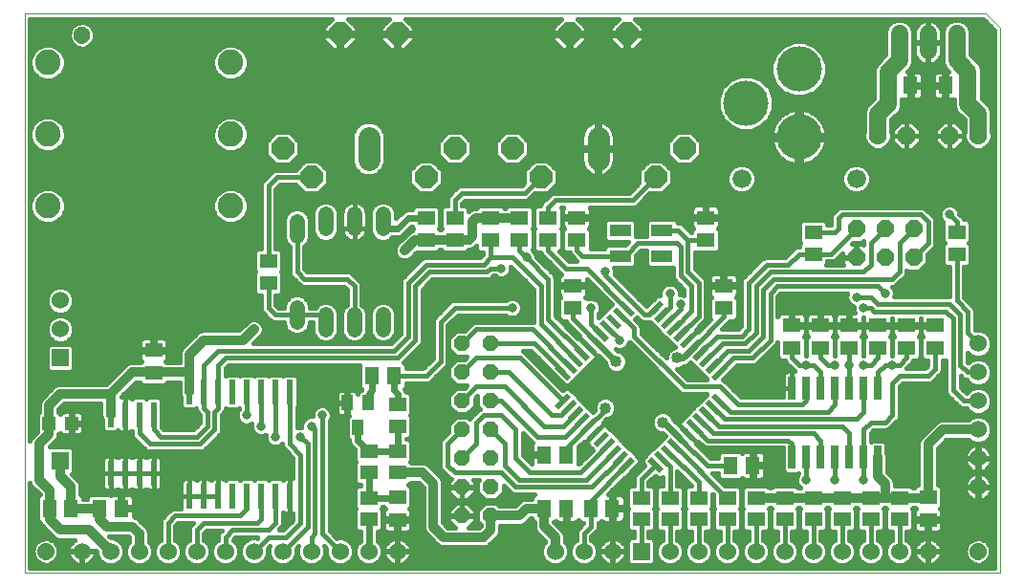
<source format=gtl>
G75*
G70*
%OFA0B0*%
%FSLAX24Y24*%
%IPPOS*%
%LPD*%
%AMOC8*
5,1,8,0,0,1.08239X$1,22.5*
%
%ADD10C,0.0000*%
%ADD11C,0.0320*%
%ADD12R,0.0260X0.0800*%
%ADD13C,0.0600*%
%ADD14R,0.0630X0.0512*%
%ADD15C,0.1580*%
%ADD16C,0.0600*%
%ADD17C,0.0660*%
%ADD18OC8,0.0620*%
%ADD19C,0.0620*%
%ADD20R,0.0512X0.0630*%
%ADD21C,0.0886*%
%ADD22R,0.0236X0.0866*%
%ADD23R,0.0600X0.0600*%
%ADD24C,0.0520*%
%ADD25C,0.0780*%
%ADD26OC8,0.0780*%
%ADD27R,0.0591X0.0197*%
%ADD28R,0.0197X0.0591*%
%ADD29OC8,0.0600*%
%ADD30R,0.0748X0.0433*%
%ADD31OC8,0.0560*%
%ADD32R,0.0591X0.0630*%
%ADD33R,0.0472X0.0472*%
%ADD34R,0.0394X0.0551*%
%ADD35C,0.0160*%
%ADD36C,0.0320*%
%ADD37C,0.0400*%
%ADD38C,0.0240*%
D10*
X000182Y000188D02*
X000182Y019688D01*
X033682Y019688D01*
X034182Y019188D01*
X034182Y000188D01*
X000182Y000188D01*
D11*
X000807Y000938D02*
X000809Y000960D01*
X000815Y000981D01*
X000824Y001000D01*
X000836Y001018D01*
X000852Y001034D01*
X000869Y001046D01*
X000889Y001055D01*
X000910Y001061D01*
X000932Y001063D01*
X000954Y001061D01*
X000975Y001055D01*
X000994Y001046D01*
X001012Y001034D01*
X001028Y001018D01*
X001040Y001000D01*
X001049Y000981D01*
X001055Y000960D01*
X001057Y000938D01*
X001055Y000916D01*
X001049Y000895D01*
X001040Y000876D01*
X001028Y000858D01*
X001012Y000842D01*
X000995Y000830D01*
X000975Y000821D01*
X000954Y000815D01*
X000932Y000813D01*
X000910Y000815D01*
X000889Y000821D01*
X000869Y000830D01*
X000852Y000842D01*
X000836Y000858D01*
X000824Y000875D01*
X000815Y000895D01*
X000809Y000916D01*
X000807Y000938D01*
X001432Y001688D02*
X002432Y001688D01*
X003182Y000938D01*
X004182Y000938D02*
X004182Y001563D01*
X003932Y001813D01*
X003057Y001813D01*
X002808Y002062D01*
X002808Y002438D01*
X001806Y002438D01*
X001807Y002439D01*
X001807Y003188D01*
X001432Y003563D01*
X001432Y004097D01*
X000682Y004688D02*
X000682Y003438D01*
X001057Y003063D01*
X001057Y002439D01*
X001058Y002438D01*
X001058Y002062D01*
X001432Y001688D01*
X000682Y004688D02*
X001039Y005044D01*
X001039Y005406D01*
X001039Y006044D01*
X001432Y006438D01*
X003182Y006438D01*
X003932Y007188D01*
X004682Y007188D01*
X004682Y007169D01*
X004682Y007188D02*
X005932Y007188D01*
X005932Y007813D01*
X006432Y008313D01*
X007807Y008313D01*
X008182Y008688D01*
X005932Y007188D02*
X005932Y006499D01*
X003182Y006438D02*
X003182Y005711D01*
X013182Y003689D02*
X014056Y003689D01*
X014432Y003313D01*
X014432Y001813D01*
X014807Y001438D01*
X016182Y001438D01*
X016432Y001688D01*
X016432Y002188D01*
X017432Y002188D01*
X017682Y002438D01*
X018289Y002438D01*
X018289Y001831D01*
X018682Y001438D01*
X018682Y000938D01*
X025682Y002812D02*
X026682Y002812D01*
X027682Y002812D01*
X028682Y002812D01*
X029682Y002812D01*
X030182Y002812D01*
X030182Y003313D01*
X029932Y003563D01*
X029932Y004228D01*
X031682Y004688D02*
X032182Y005188D01*
X033432Y005188D01*
X031682Y004688D02*
X031682Y002831D01*
X031663Y002812D01*
X030682Y002812D01*
X030182Y002812D01*
X033307Y000938D02*
X033309Y000960D01*
X033315Y000981D01*
X033324Y001000D01*
X033336Y001018D01*
X033352Y001034D01*
X033369Y001046D01*
X033389Y001055D01*
X033410Y001061D01*
X033432Y001063D01*
X033454Y001061D01*
X033475Y001055D01*
X033494Y001046D01*
X033512Y001034D01*
X033528Y001018D01*
X033540Y001000D01*
X033549Y000981D01*
X033555Y000960D01*
X033557Y000938D01*
X033555Y000916D01*
X033549Y000895D01*
X033540Y000876D01*
X033528Y000858D01*
X033512Y000842D01*
X033495Y000830D01*
X033475Y000821D01*
X033454Y000815D01*
X033432Y000813D01*
X033410Y000815D01*
X033389Y000821D01*
X033369Y000830D01*
X033352Y000842D01*
X033336Y000858D01*
X033324Y000875D01*
X033315Y000895D01*
X033309Y000916D01*
X033307Y000938D01*
X015807Y011938D02*
X015683Y011814D01*
X015182Y011814D01*
X014182Y011814D01*
X013808Y011814D01*
X013432Y011438D01*
X015807Y011938D02*
X015807Y012438D01*
X015932Y012563D01*
X016431Y012563D01*
X016432Y012562D01*
X017432Y012562D01*
X002057Y018938D02*
X002059Y018960D01*
X002065Y018981D01*
X002074Y019000D01*
X002086Y019018D01*
X002102Y019034D01*
X002119Y019046D01*
X002139Y019055D01*
X002160Y019061D01*
X002182Y019063D01*
X002204Y019061D01*
X002225Y019055D01*
X002244Y019046D01*
X002262Y019034D01*
X002278Y019018D01*
X002290Y019000D01*
X002299Y018981D01*
X002305Y018960D01*
X002307Y018938D01*
X002305Y018916D01*
X002299Y018895D01*
X002290Y018876D01*
X002278Y018858D01*
X002262Y018842D01*
X002245Y018830D01*
X002225Y018821D01*
X002204Y018815D01*
X002182Y018813D01*
X002160Y018815D01*
X002139Y018821D01*
X002119Y018830D01*
X002102Y018842D01*
X002086Y018858D01*
X002074Y018875D01*
X002065Y018895D01*
X002059Y018916D01*
X002057Y018938D01*
D12*
X026932Y006648D03*
X027432Y006648D03*
X027932Y006648D03*
X028432Y006648D03*
X028932Y006648D03*
X029432Y006648D03*
X029932Y006648D03*
X029932Y004228D03*
X029432Y004228D03*
X028932Y004228D03*
X028432Y004228D03*
X027932Y004228D03*
X027432Y004228D03*
X026932Y004228D03*
D13*
X026682Y000938D03*
X025682Y000938D03*
X024682Y000938D03*
X023682Y000938D03*
X022682Y000938D03*
X020682Y000938D03*
X019682Y000938D03*
X018682Y000938D03*
X013182Y000938D03*
X012182Y000938D03*
X011182Y000938D03*
X010182Y000938D03*
X009182Y000938D03*
X008182Y000938D03*
X007182Y000938D03*
X006182Y000938D03*
X005182Y000938D03*
X004182Y000938D03*
X003182Y000938D03*
X002182Y000938D03*
X001432Y008688D03*
X001432Y009688D03*
X027682Y000938D03*
X028682Y000938D03*
X029682Y000938D03*
X030682Y000938D03*
X031682Y000938D03*
X033432Y003188D03*
X033432Y004188D03*
X033432Y005188D03*
X033432Y006188D03*
X033432Y007188D03*
X033432Y008188D03*
D14*
X031932Y008044D03*
X030932Y008044D03*
X029932Y008044D03*
X028932Y008044D03*
X027932Y008044D03*
X026932Y008044D03*
X026932Y008831D03*
X027932Y008831D03*
X028932Y008831D03*
X029932Y008831D03*
X030932Y008831D03*
X031932Y008831D03*
X032682Y011294D03*
X032682Y012081D03*
X027682Y012062D03*
X027682Y011314D03*
X024557Y010206D03*
X024557Y009419D03*
X023932Y011794D03*
X023932Y012581D03*
X019432Y012581D03*
X018432Y012562D03*
X018432Y011814D03*
X017432Y011814D03*
X017432Y012562D03*
X016432Y012562D03*
X016432Y011814D03*
X015182Y011814D03*
X015182Y012562D03*
X014182Y012562D03*
X014182Y011814D03*
X019432Y011794D03*
X019307Y010206D03*
X019307Y009419D03*
X013182Y006062D03*
X013182Y005314D03*
X013182Y004437D03*
X013182Y003689D03*
X012182Y003689D03*
X012182Y004437D03*
X012182Y002812D03*
X013182Y002831D03*
X013182Y002044D03*
X012182Y002064D03*
X004682Y007169D03*
X004682Y007956D03*
X008682Y010314D03*
X008682Y011062D03*
X021682Y002812D03*
X022682Y002812D03*
X023682Y002812D03*
X024682Y002812D03*
X025682Y002812D03*
X026682Y002812D03*
X027682Y002812D03*
X028682Y002812D03*
X029682Y002812D03*
X030682Y002812D03*
X031682Y002831D03*
X031682Y002044D03*
X030682Y002064D03*
X029682Y002064D03*
X028682Y002064D03*
X027682Y002064D03*
X026682Y002064D03*
X025682Y002064D03*
X024682Y002064D03*
X023682Y002064D03*
X022682Y002064D03*
X021682Y002064D03*
D15*
X027182Y015394D03*
X025332Y016575D03*
X027182Y017756D03*
D16*
X029932Y016188D02*
X029932Y015438D01*
X029932Y016188D02*
X030289Y016544D01*
X030289Y017188D01*
X030289Y017669D01*
X030682Y018063D01*
X030682Y018688D01*
X030682Y018388D02*
X030682Y018988D01*
X031682Y018988D02*
X031682Y018388D01*
X032682Y018388D02*
X032682Y018988D01*
X032682Y018688D02*
X032682Y018063D01*
X033076Y017669D01*
X033076Y017188D01*
X033076Y016544D01*
X033432Y016188D01*
X033432Y015438D01*
D17*
X029182Y013938D03*
X025182Y013938D03*
D18*
X030932Y015438D03*
X032432Y015438D03*
D19*
X033432Y015438D03*
X029932Y015438D03*
D20*
X030289Y017188D03*
X031076Y017188D03*
X032289Y017188D03*
X033076Y017188D03*
X013056Y007063D03*
X012308Y007063D03*
X018289Y004313D03*
X019076Y004313D03*
X019076Y002438D03*
X018289Y002438D03*
X019933Y002438D03*
X020681Y002438D03*
X024789Y003938D03*
X025576Y003938D03*
X003556Y002438D03*
X002808Y002438D03*
X001806Y002438D03*
X001058Y002438D03*
D21*
X000993Y012988D03*
X000993Y015488D03*
X000993Y017988D03*
X007371Y017988D03*
X007371Y015488D03*
X007371Y012988D03*
D22*
X007432Y006499D03*
X006932Y006499D03*
X006432Y006499D03*
X005932Y006499D03*
X004682Y005711D03*
X004182Y005711D03*
X003682Y005711D03*
X003182Y005711D03*
X003182Y003664D03*
X003682Y003664D03*
X004182Y003664D03*
X004682Y003664D03*
X005932Y002877D03*
X006432Y002877D03*
X006932Y002877D03*
X007432Y002877D03*
X007932Y002877D03*
X008432Y002877D03*
X008932Y002877D03*
X009432Y002877D03*
X009432Y006499D03*
X008932Y006499D03*
X008432Y006499D03*
X007932Y006499D03*
D23*
X001432Y007688D03*
X021682Y000938D03*
D24*
X012682Y008668D02*
X012682Y009188D01*
X011682Y009188D02*
X011682Y008668D01*
X010682Y008668D02*
X010682Y009188D01*
X009682Y008928D02*
X009682Y009448D01*
X009682Y011928D02*
X009682Y012448D01*
X010682Y012188D02*
X010682Y012708D01*
X011682Y012708D02*
X011682Y012188D01*
X012682Y012188D02*
X012682Y012708D01*
D25*
X012182Y014598D02*
X012182Y015378D01*
X020182Y015378D02*
X020182Y014598D01*
D26*
X018182Y013988D03*
X017182Y014988D03*
X015182Y014988D03*
X014182Y013988D03*
X010182Y013988D03*
X009182Y014988D03*
X011182Y018988D03*
X013182Y018988D03*
X019182Y018988D03*
X021182Y018988D03*
X023182Y014988D03*
X022182Y013988D03*
D27*
G36*
X021906Y009277D02*
X022322Y009693D01*
X022460Y009555D01*
X022044Y009139D01*
X021906Y009277D01*
G37*
G36*
X022129Y009054D02*
X022545Y009470D01*
X022683Y009332D01*
X022267Y008916D01*
X022129Y009054D01*
G37*
G36*
X022352Y008831D02*
X022768Y009247D01*
X022906Y009109D01*
X022490Y008693D01*
X022352Y008831D01*
G37*
G36*
X022575Y008609D02*
X022991Y009025D01*
X023129Y008887D01*
X022713Y008471D01*
X022575Y008609D01*
G37*
G36*
X022797Y008386D02*
X023213Y008802D01*
X023351Y008664D01*
X022935Y008248D01*
X022797Y008386D01*
G37*
G36*
X023020Y008163D02*
X023436Y008579D01*
X023574Y008441D01*
X023158Y008025D01*
X023020Y008163D01*
G37*
G36*
X023243Y007941D02*
X023659Y008357D01*
X023797Y008219D01*
X023381Y007803D01*
X023243Y007941D01*
G37*
G36*
X023465Y007718D02*
X023881Y008134D01*
X024019Y007996D01*
X023603Y007580D01*
X023465Y007718D01*
G37*
G36*
X023688Y007495D02*
X024104Y007911D01*
X024242Y007773D01*
X023826Y007357D01*
X023688Y007495D01*
G37*
G36*
X023911Y007272D02*
X024327Y007688D01*
X024465Y007550D01*
X024049Y007134D01*
X023911Y007272D01*
G37*
G36*
X024134Y007050D02*
X024550Y007466D01*
X024688Y007328D01*
X024272Y006912D01*
X024134Y007050D01*
G37*
G36*
X020013Y004711D02*
X020429Y005127D01*
X020567Y004989D01*
X020151Y004573D01*
X020013Y004711D01*
G37*
G36*
X019791Y004934D02*
X020207Y005350D01*
X020345Y005212D01*
X019929Y004796D01*
X019791Y004934D01*
G37*
G36*
X019568Y005157D02*
X019984Y005573D01*
X020122Y005435D01*
X019706Y005019D01*
X019568Y005157D01*
G37*
G36*
X019345Y005379D02*
X019761Y005795D01*
X019899Y005657D01*
X019483Y005241D01*
X019345Y005379D01*
G37*
G36*
X019123Y005602D02*
X019539Y006018D01*
X019677Y005880D01*
X019261Y005464D01*
X019123Y005602D01*
G37*
G36*
X018900Y005825D02*
X019316Y006241D01*
X019454Y006103D01*
X019038Y005687D01*
X018900Y005825D01*
G37*
G36*
X018677Y006048D02*
X019093Y006464D01*
X019231Y006326D01*
X018815Y005910D01*
X018677Y006048D01*
G37*
G36*
X020236Y004489D02*
X020652Y004905D01*
X020790Y004767D01*
X020374Y004351D01*
X020236Y004489D01*
G37*
G36*
X020459Y004266D02*
X020875Y004682D01*
X021013Y004544D01*
X020597Y004128D01*
X020459Y004266D01*
G37*
G36*
X020682Y004043D02*
X021098Y004459D01*
X021236Y004321D01*
X020820Y003905D01*
X020682Y004043D01*
G37*
G36*
X020904Y003820D02*
X021320Y004236D01*
X021458Y004098D01*
X021042Y003682D01*
X020904Y003820D01*
G37*
D28*
G36*
X021906Y004098D02*
X022044Y004236D01*
X022460Y003820D01*
X022322Y003682D01*
X021906Y004098D01*
G37*
G36*
X022129Y004321D02*
X022267Y004459D01*
X022683Y004043D01*
X022545Y003905D01*
X022129Y004321D01*
G37*
G36*
X022352Y004544D02*
X022490Y004682D01*
X022906Y004266D01*
X022768Y004128D01*
X022352Y004544D01*
G37*
G36*
X022575Y004767D02*
X022713Y004905D01*
X023129Y004489D01*
X022991Y004351D01*
X022575Y004767D01*
G37*
G36*
X022797Y004989D02*
X022935Y005127D01*
X023351Y004711D01*
X023213Y004573D01*
X022797Y004989D01*
G37*
G36*
X023020Y005212D02*
X023158Y005350D01*
X023574Y004934D01*
X023436Y004796D01*
X023020Y005212D01*
G37*
G36*
X023243Y005435D02*
X023381Y005573D01*
X023797Y005157D01*
X023659Y005019D01*
X023243Y005435D01*
G37*
G36*
X023465Y005657D02*
X023603Y005795D01*
X024019Y005379D01*
X023881Y005241D01*
X023465Y005657D01*
G37*
G36*
X023688Y005880D02*
X023826Y006018D01*
X024242Y005602D01*
X024104Y005464D01*
X023688Y005880D01*
G37*
G36*
X023911Y006103D02*
X024049Y006241D01*
X024465Y005825D01*
X024327Y005687D01*
X023911Y006103D01*
G37*
G36*
X024134Y006326D02*
X024272Y006464D01*
X024688Y006048D01*
X024550Y005910D01*
X024134Y006326D01*
G37*
G36*
X020013Y008664D02*
X020151Y008802D01*
X020567Y008386D01*
X020429Y008248D01*
X020013Y008664D01*
G37*
G36*
X020236Y008887D02*
X020374Y009025D01*
X020790Y008609D01*
X020652Y008471D01*
X020236Y008887D01*
G37*
G36*
X020459Y009109D02*
X020597Y009247D01*
X021013Y008831D01*
X020875Y008693D01*
X020459Y009109D01*
G37*
G36*
X020682Y009332D02*
X020820Y009470D01*
X021236Y009054D01*
X021098Y008916D01*
X020682Y009332D01*
G37*
G36*
X020904Y009555D02*
X021042Y009693D01*
X021458Y009277D01*
X021320Y009139D01*
X020904Y009555D01*
G37*
G36*
X019791Y008441D02*
X019929Y008579D01*
X020345Y008163D01*
X020207Y008025D01*
X019791Y008441D01*
G37*
G36*
X019568Y008219D02*
X019706Y008357D01*
X020122Y007941D01*
X019984Y007803D01*
X019568Y008219D01*
G37*
G36*
X019345Y007996D02*
X019483Y008134D01*
X019899Y007718D01*
X019761Y007580D01*
X019345Y007996D01*
G37*
G36*
X019123Y007773D02*
X019261Y007911D01*
X019677Y007495D01*
X019539Y007357D01*
X019123Y007773D01*
G37*
G36*
X018900Y007550D02*
X019038Y007688D01*
X019454Y007272D01*
X019316Y007134D01*
X018900Y007550D01*
G37*
G36*
X018677Y007328D02*
X018815Y007466D01*
X019231Y007050D01*
X019093Y006912D01*
X018677Y007328D01*
G37*
D29*
X029182Y011188D03*
X030182Y011188D03*
X031182Y011188D03*
X031182Y012188D03*
X030182Y012188D03*
X029182Y012188D03*
D30*
X022411Y012140D03*
X022411Y011235D03*
X020954Y011235D03*
X020954Y012140D03*
D31*
X016432Y008188D03*
X015432Y008188D03*
X015432Y007188D03*
X016432Y007188D03*
X016432Y006188D03*
X015432Y006188D03*
X015432Y005188D03*
X016432Y005188D03*
X016432Y004188D03*
X015432Y004188D03*
X015432Y003188D03*
X016432Y003188D03*
X016432Y002188D03*
X015432Y002188D03*
D32*
X001432Y004097D03*
D33*
X001039Y005406D03*
X001826Y005406D03*
D34*
X011433Y006121D03*
X012181Y006121D03*
X011807Y005255D03*
D35*
X011431Y005310D02*
X010817Y005310D01*
X010817Y005467D02*
X010846Y005495D01*
X010897Y005620D01*
X010897Y005755D01*
X010846Y005880D01*
X010750Y005976D01*
X010625Y006028D01*
X010490Y006028D01*
X010365Y005976D01*
X010269Y005880D01*
X010217Y005755D01*
X010217Y005653D01*
X010115Y005653D01*
X009990Y005601D01*
X009894Y005505D01*
X009842Y005380D01*
X009842Y005278D01*
X009740Y005278D01*
X009692Y005258D01*
X009692Y005953D01*
X009730Y005991D01*
X009730Y007006D01*
X009625Y007112D01*
X009240Y007112D01*
X009182Y007054D01*
X009125Y007112D01*
X008740Y007112D01*
X008682Y007054D01*
X008625Y007112D01*
X008240Y007112D01*
X008182Y007054D01*
X008125Y007112D01*
X007740Y007112D01*
X007682Y007054D01*
X007625Y007112D01*
X007240Y007112D01*
X007192Y007064D01*
X007192Y007330D01*
X007290Y007428D01*
X011872Y007428D01*
X011872Y006673D01*
X011933Y006613D01*
X011928Y006608D01*
X011915Y006576D01*
X011910Y006576D01*
X011805Y006471D01*
X011805Y006441D01*
X011798Y006466D01*
X011774Y006507D01*
X011741Y006540D01*
X011700Y006564D01*
X011654Y006576D01*
X011452Y006576D01*
X011452Y006139D01*
X011415Y006139D01*
X011415Y006102D01*
X011452Y006102D01*
X011452Y005665D01*
X011491Y005665D01*
X011431Y005605D01*
X011431Y004904D01*
X011507Y004828D01*
X011507Y004752D01*
X011553Y004642D01*
X011687Y004507D01*
X011687Y004106D01*
X011731Y004063D01*
X011687Y004019D01*
X011687Y003358D01*
X011793Y003253D01*
X011882Y003253D01*
X011882Y003248D01*
X011793Y003248D01*
X011687Y003142D01*
X011687Y002481D01*
X011731Y002438D01*
X011687Y002394D01*
X011687Y001733D01*
X011793Y001628D01*
X011882Y001628D01*
X011882Y001316D01*
X011775Y001210D01*
X011702Y001033D01*
X011702Y000842D01*
X011775Y000666D01*
X011910Y000531D01*
X012087Y000458D01*
X012278Y000458D01*
X012454Y000531D01*
X012589Y000666D01*
X012662Y000842D01*
X012662Y001033D01*
X012589Y001210D01*
X012482Y001316D01*
X012482Y001628D01*
X012572Y001628D01*
X012677Y001733D01*
X012677Y002394D01*
X012634Y002438D01*
X012677Y002481D01*
X012677Y002512D01*
X012687Y002512D01*
X012687Y002501D01*
X012751Y002438D01*
X012723Y002410D01*
X012700Y002369D01*
X012687Y002324D01*
X012687Y002092D01*
X013134Y002092D01*
X013134Y001996D01*
X012687Y001996D01*
X012687Y001764D01*
X012700Y001719D01*
X012723Y001678D01*
X012757Y001644D01*
X012798Y001620D01*
X012844Y001608D01*
X013134Y001608D01*
X013134Y001996D01*
X013230Y001996D01*
X013230Y001608D01*
X013521Y001608D01*
X013567Y001620D01*
X013608Y001644D01*
X013641Y001678D01*
X013665Y001719D01*
X013677Y001764D01*
X013677Y001996D01*
X013231Y001996D01*
X013231Y002092D01*
X013677Y002092D01*
X013677Y002324D01*
X013665Y002369D01*
X013641Y002410D01*
X013614Y002438D01*
X013677Y002501D01*
X013677Y003162D01*
X013579Y003260D01*
X013668Y003349D01*
X013916Y003349D01*
X014092Y003172D01*
X014092Y001745D01*
X014144Y001620D01*
X014240Y001524D01*
X014615Y001149D01*
X014740Y001098D01*
X014875Y001098D01*
X016250Y001098D01*
X016375Y001149D01*
X016471Y001245D01*
X016625Y001399D01*
X016721Y001495D01*
X016772Y001620D01*
X016772Y001848D01*
X017500Y001848D01*
X017625Y001899D01*
X017721Y001995D01*
X017823Y002098D01*
X017853Y002098D01*
X017853Y002048D01*
X017949Y001952D01*
X017949Y001899D01*
X017949Y001764D01*
X018000Y001639D01*
X018342Y001297D01*
X018342Y001277D01*
X018275Y001210D01*
X018202Y001033D01*
X018202Y000842D01*
X018275Y000666D01*
X018410Y000531D01*
X018587Y000458D01*
X018778Y000458D01*
X018954Y000531D01*
X019089Y000666D01*
X019162Y000842D01*
X019162Y001033D01*
X019089Y001210D01*
X019022Y001277D01*
X019022Y001370D01*
X019022Y001505D01*
X019422Y001505D01*
X019422Y001511D02*
X019422Y001350D01*
X019410Y001345D01*
X019275Y001210D01*
X019202Y001033D01*
X019202Y000842D01*
X019275Y000666D01*
X019410Y000531D01*
X019587Y000458D01*
X019778Y000458D01*
X019954Y000531D01*
X020089Y000666D01*
X020162Y000842D01*
X020162Y001033D01*
X020089Y001210D01*
X019954Y001345D01*
X019942Y001350D01*
X019942Y001455D01*
X020080Y001592D01*
X020153Y001665D01*
X020192Y001761D01*
X020192Y001943D01*
X020264Y001943D01*
X020307Y001986D01*
X020315Y001979D01*
X020356Y001955D01*
X020402Y001943D01*
X020633Y001943D01*
X020633Y002389D01*
X020729Y002389D01*
X020729Y001943D01*
X020961Y001943D01*
X021007Y001955D01*
X021048Y001979D01*
X021081Y002012D01*
X021105Y002053D01*
X021117Y002099D01*
X021117Y002390D01*
X020730Y002390D01*
X020730Y002486D01*
X021117Y002486D01*
X021117Y002776D01*
X021105Y002822D01*
X021081Y002863D01*
X021048Y002897D01*
X021007Y002920D01*
X020961Y002933D01*
X020729Y002933D01*
X020729Y002486D01*
X020633Y002486D01*
X020633Y002933D01*
X020522Y002933D01*
X021091Y003501D01*
X021117Y003501D01*
X021640Y004024D01*
X021640Y004173D01*
X021395Y004418D01*
X021172Y004641D01*
X020950Y004863D01*
X020727Y005086D01*
X020727Y005086D01*
X020504Y005309D01*
X020498Y005309D01*
X020490Y005323D01*
X020404Y005409D01*
X020068Y005073D01*
X020068Y005073D01*
X020404Y005409D01*
X020365Y005448D01*
X020475Y005558D01*
X020508Y005558D01*
X020648Y005616D01*
X020754Y005722D01*
X020812Y005862D01*
X020812Y006013D01*
X020754Y006153D01*
X020648Y006260D01*
X020508Y006318D01*
X020357Y006318D01*
X020217Y006260D01*
X020110Y006153D01*
X020052Y006013D01*
X020052Y005871D01*
X019997Y005816D01*
X019836Y005977D01*
X019613Y006200D01*
X019391Y006422D01*
X019168Y006645D01*
X019019Y006645D01*
X018941Y006567D01*
X017600Y007908D01*
X017553Y007928D01*
X017847Y007928D01*
X018496Y007279D01*
X018496Y007253D01*
X019019Y006730D01*
X019168Y006730D01*
X019412Y006975D01*
X019635Y007198D01*
X019858Y007420D01*
X020081Y007643D01*
X020081Y007649D01*
X020095Y007657D01*
X020181Y007743D01*
X019845Y008079D01*
X019845Y008079D01*
X020181Y007744D01*
X020192Y007754D01*
X020427Y007518D01*
X020427Y007487D01*
X020485Y007347D01*
X020592Y007241D01*
X020732Y007183D01*
X020883Y007183D01*
X021023Y007241D01*
X021129Y007347D01*
X021187Y007487D01*
X021187Y007638D01*
X021129Y007778D01*
X021023Y007885D01*
X020883Y007943D01*
X020852Y007943D01*
X020791Y008003D01*
X020865Y007973D01*
X021000Y007973D01*
X021125Y008024D01*
X021221Y008120D01*
X021268Y008234D01*
X021285Y008217D01*
X023035Y006467D01*
X023131Y006428D01*
X023234Y006428D01*
X023980Y006428D01*
X023952Y006400D01*
X023729Y006178D01*
X023507Y005955D01*
X023284Y005732D01*
X023061Y005509D01*
X023061Y005504D01*
X023047Y005495D01*
X022961Y005409D01*
X022950Y005398D01*
X022796Y005553D01*
X022754Y005653D01*
X022648Y005760D01*
X022508Y005818D01*
X022357Y005818D01*
X022217Y005760D01*
X022110Y005653D01*
X022052Y005513D01*
X022052Y005362D01*
X022110Y005222D01*
X022217Y005116D01*
X022357Y005058D01*
X022443Y005058D01*
X022526Y004974D01*
X022393Y004841D01*
X022192Y004641D01*
X021948Y004396D01*
X021725Y004173D01*
X021725Y004024D01*
X021803Y003946D01*
X021462Y003606D01*
X021422Y003510D01*
X021422Y003407D01*
X021422Y003248D01*
X021293Y003248D01*
X021187Y003142D01*
X021187Y002481D01*
X021231Y002438D01*
X021187Y002394D01*
X021187Y001733D01*
X021293Y001628D01*
X021422Y001628D01*
X021422Y001418D01*
X021308Y001418D01*
X021202Y001312D01*
X021202Y000563D01*
X021308Y000458D01*
X022057Y000458D01*
X022162Y000563D01*
X022162Y001312D01*
X022057Y001418D01*
X021942Y001418D01*
X021942Y001628D01*
X022072Y001628D01*
X022177Y001733D01*
X022177Y002394D01*
X022134Y002438D01*
X022177Y002481D01*
X022177Y003142D01*
X022072Y003248D01*
X021942Y003248D01*
X021942Y003351D01*
X022170Y003579D01*
X022248Y003501D01*
X022397Y003501D01*
X022422Y003526D01*
X022422Y003248D01*
X022293Y003248D01*
X022187Y003142D01*
X022187Y002481D01*
X022231Y002438D01*
X022187Y002394D01*
X022187Y001733D01*
X022293Y001628D01*
X022422Y001628D01*
X022422Y001350D01*
X022410Y001345D01*
X022275Y001210D01*
X022202Y001033D01*
X022202Y000842D01*
X022275Y000666D01*
X022410Y000531D01*
X022587Y000458D01*
X022778Y000458D01*
X022954Y000531D01*
X023089Y000666D01*
X023162Y000842D01*
X023162Y001033D01*
X023089Y001210D01*
X022954Y001345D01*
X022942Y001350D01*
X022942Y001628D01*
X023072Y001628D01*
X023177Y001733D01*
X023177Y002394D01*
X023134Y002438D01*
X023177Y002481D01*
X023177Y003142D01*
X023072Y003248D01*
X022942Y003248D01*
X022942Y003724D01*
X023419Y003248D01*
X023293Y003248D01*
X023187Y003142D01*
X023187Y002481D01*
X023231Y002438D01*
X023187Y002394D01*
X023187Y001733D01*
X023293Y001628D01*
X023422Y001628D01*
X023422Y001350D01*
X023410Y001345D01*
X023275Y001210D01*
X023202Y001033D01*
X023202Y000842D01*
X023275Y000666D01*
X023410Y000531D01*
X023587Y000458D01*
X023778Y000458D01*
X023954Y000531D01*
X024089Y000666D01*
X024162Y000842D01*
X024162Y001033D01*
X024089Y001210D01*
X023954Y001345D01*
X023942Y001350D01*
X023942Y001628D01*
X024072Y001628D01*
X024177Y001733D01*
X024177Y002394D01*
X024134Y002438D01*
X024177Y002481D01*
X024177Y002934D01*
X024187Y002924D01*
X024187Y002481D01*
X024231Y002438D01*
X024187Y002394D01*
X024187Y001733D01*
X024293Y001628D01*
X024422Y001628D01*
X024422Y001350D01*
X024410Y001345D01*
X024275Y001210D01*
X024202Y001033D01*
X024202Y000842D01*
X024275Y000666D01*
X024410Y000531D01*
X024587Y000458D01*
X024778Y000458D01*
X024954Y000531D01*
X025089Y000666D01*
X025162Y000842D01*
X025162Y001033D01*
X025089Y001210D01*
X024954Y001345D01*
X024942Y001350D01*
X024942Y001628D01*
X025072Y001628D01*
X025177Y001733D01*
X025177Y002394D01*
X025134Y002438D01*
X025177Y002481D01*
X025177Y003142D01*
X025072Y003248D01*
X024599Y003248D01*
X024169Y003678D01*
X024353Y003678D01*
X024353Y003548D01*
X024458Y003443D01*
X025119Y003443D01*
X025182Y003506D01*
X025210Y003479D01*
X025251Y003455D01*
X025296Y003443D01*
X025528Y003443D01*
X025528Y003889D01*
X025624Y003889D01*
X025624Y003443D01*
X025856Y003443D01*
X025901Y003455D01*
X025942Y003479D01*
X025976Y003512D01*
X026000Y003553D01*
X026012Y003599D01*
X026012Y003890D01*
X025624Y003890D01*
X025624Y003986D01*
X025528Y003986D01*
X025528Y004433D01*
X025296Y004433D01*
X025251Y004420D01*
X025210Y004397D01*
X025182Y004369D01*
X025119Y004433D01*
X024458Y004433D01*
X024353Y004327D01*
X024353Y004198D01*
X024095Y004198D01*
X023594Y004698D01*
X023633Y004737D01*
X023672Y004776D01*
X023855Y004592D01*
X023951Y004553D01*
X024054Y004553D01*
X026622Y004553D01*
X026622Y003753D01*
X026728Y003648D01*
X027137Y003648D01*
X027172Y003683D01*
X027172Y003659D01*
X027144Y003630D01*
X027092Y003505D01*
X027092Y003370D01*
X027144Y003245D01*
X027217Y003172D01*
X027197Y003152D01*
X027168Y003152D01*
X027072Y003248D01*
X026293Y003248D01*
X026197Y003152D01*
X026168Y003152D01*
X026072Y003248D01*
X025293Y003248D01*
X025187Y003142D01*
X025187Y002481D01*
X025231Y002438D01*
X025187Y002394D01*
X025187Y001733D01*
X025293Y001628D01*
X025422Y001628D01*
X025422Y001350D01*
X025410Y001345D01*
X025275Y001210D01*
X025202Y001033D01*
X025202Y000842D01*
X025275Y000666D01*
X025410Y000531D01*
X025587Y000458D01*
X025778Y000458D01*
X025954Y000531D01*
X026089Y000666D01*
X026162Y000842D01*
X026162Y001033D01*
X026089Y001210D01*
X025954Y001345D01*
X025942Y001350D01*
X025942Y001628D01*
X026072Y001628D01*
X026177Y001733D01*
X026177Y002394D01*
X026134Y002438D01*
X026168Y002472D01*
X026197Y002472D01*
X026231Y002438D01*
X026187Y002394D01*
X026187Y001733D01*
X026293Y001628D01*
X026422Y001628D01*
X026422Y001350D01*
X026410Y001345D01*
X026275Y001210D01*
X026202Y001033D01*
X026202Y000842D01*
X026275Y000666D01*
X026410Y000531D01*
X026587Y000458D01*
X026778Y000458D01*
X026954Y000531D01*
X027089Y000666D01*
X027162Y000842D01*
X027162Y001033D01*
X027089Y001210D01*
X026954Y001345D01*
X026942Y001350D01*
X026942Y001628D01*
X027072Y001628D01*
X027177Y001733D01*
X027177Y002394D01*
X027134Y002438D01*
X027168Y002472D01*
X027197Y002472D01*
X027231Y002438D01*
X027187Y002394D01*
X027187Y001733D01*
X027293Y001628D01*
X027422Y001628D01*
X027422Y001350D01*
X027410Y001345D01*
X027275Y001210D01*
X027202Y001033D01*
X027202Y000842D01*
X027275Y000666D01*
X027410Y000531D01*
X027587Y000458D01*
X027778Y000458D01*
X027954Y000531D01*
X028089Y000666D01*
X028162Y000842D01*
X028162Y001033D01*
X028089Y001210D01*
X027954Y001345D01*
X027942Y001350D01*
X027942Y001628D01*
X028072Y001628D01*
X028177Y001733D01*
X028177Y002394D01*
X028134Y002438D01*
X028168Y002472D01*
X028197Y002472D01*
X028231Y002438D01*
X028187Y002394D01*
X028187Y001733D01*
X028293Y001628D01*
X028422Y001628D01*
X028422Y001350D01*
X028410Y001345D01*
X028275Y001210D01*
X028202Y001033D01*
X028202Y000842D01*
X028275Y000666D01*
X028410Y000531D01*
X028587Y000458D01*
X028778Y000458D01*
X028954Y000531D01*
X029089Y000666D01*
X029162Y000842D01*
X029162Y001033D01*
X029089Y001210D01*
X028954Y001345D01*
X028942Y001350D01*
X028942Y001628D01*
X029072Y001628D01*
X029177Y001733D01*
X029177Y002394D01*
X029134Y002438D01*
X029168Y002472D01*
X029197Y002472D01*
X029231Y002438D01*
X029187Y002394D01*
X029187Y001733D01*
X029293Y001628D01*
X029422Y001628D01*
X029422Y001350D01*
X029410Y001345D01*
X029275Y001210D01*
X029202Y001033D01*
X029202Y000842D01*
X029275Y000666D01*
X029410Y000531D01*
X029587Y000458D01*
X029778Y000458D01*
X029954Y000531D01*
X030089Y000666D01*
X030162Y000842D01*
X030162Y001033D01*
X030089Y001210D01*
X029954Y001345D01*
X029942Y001350D01*
X029942Y001628D01*
X030072Y001628D01*
X030177Y001733D01*
X030177Y002394D01*
X030134Y002438D01*
X030168Y002472D01*
X030197Y002472D01*
X030231Y002438D01*
X030187Y002394D01*
X030187Y001733D01*
X030293Y001628D01*
X030422Y001628D01*
X030422Y001350D01*
X030410Y001345D01*
X030275Y001210D01*
X030202Y001033D01*
X030202Y000842D01*
X030275Y000666D01*
X030410Y000531D01*
X030587Y000458D01*
X030778Y000458D01*
X030954Y000531D01*
X031089Y000666D01*
X031162Y000842D01*
X031162Y001033D01*
X031089Y001210D01*
X030954Y001345D01*
X030942Y001350D01*
X030942Y001628D01*
X031072Y001628D01*
X031177Y001733D01*
X031177Y002394D01*
X031134Y002438D01*
X031168Y002472D01*
X031217Y002472D01*
X031251Y002438D01*
X031223Y002410D01*
X031200Y002369D01*
X031187Y002324D01*
X031187Y002092D01*
X031634Y002092D01*
X031634Y001996D01*
X031187Y001996D01*
X031187Y001764D01*
X031200Y001719D01*
X031223Y001678D01*
X031257Y001644D01*
X031298Y001620D01*
X031344Y001608D01*
X031634Y001608D01*
X031634Y001996D01*
X031730Y001996D01*
X031730Y001608D01*
X032021Y001608D01*
X032067Y001620D01*
X032108Y001644D01*
X032141Y001678D01*
X032165Y001719D01*
X032177Y001764D01*
X032177Y001996D01*
X031731Y001996D01*
X031731Y002092D01*
X032177Y002092D01*
X032177Y002324D01*
X032165Y002369D01*
X032141Y002410D01*
X032114Y002438D01*
X032177Y002501D01*
X032177Y003162D01*
X032072Y003267D01*
X032022Y003267D01*
X032022Y004547D01*
X032323Y004848D01*
X033094Y004848D01*
X033160Y004781D01*
X033337Y004708D01*
X033528Y004708D01*
X033704Y004781D01*
X033839Y004916D01*
X033912Y005092D01*
X033912Y005283D01*
X033839Y005460D01*
X033704Y005595D01*
X033528Y005668D01*
X033337Y005668D01*
X033160Y005595D01*
X033094Y005528D01*
X032250Y005528D01*
X032115Y005528D01*
X031990Y005476D01*
X031394Y004880D01*
X031342Y004755D01*
X031342Y004620D01*
X031342Y003267D01*
X031293Y003267D01*
X031187Y003162D01*
X031187Y003152D01*
X031168Y003152D01*
X031072Y003248D01*
X030522Y003248D01*
X030522Y003380D01*
X030471Y003505D01*
X030375Y003601D01*
X030272Y003704D01*
X030272Y004295D01*
X030242Y004368D01*
X030242Y004702D01*
X030137Y004808D01*
X029728Y004808D01*
X029692Y004772D01*
X029692Y005080D01*
X029790Y005178D01*
X030234Y005178D01*
X030330Y005217D01*
X030403Y005290D01*
X030653Y005540D01*
X030692Y005636D01*
X030692Y005739D01*
X030692Y006705D01*
X030790Y006803D01*
X031734Y006803D01*
X031830Y006842D01*
X031903Y006915D01*
X032153Y007165D01*
X032192Y007261D01*
X032192Y007364D01*
X032192Y007608D01*
X032297Y007608D01*
X032297Y006614D01*
X032297Y006511D01*
X032337Y006415D01*
X032712Y006040D01*
X032785Y005967D01*
X032881Y005928D01*
X033021Y005928D01*
X033025Y005916D01*
X033160Y005781D01*
X033337Y005708D01*
X033528Y005708D01*
X033704Y005781D01*
X033839Y005916D01*
X033912Y006092D01*
X033912Y006283D01*
X033839Y006460D01*
X033704Y006595D01*
X033528Y006668D01*
X033337Y006668D01*
X033160Y006595D01*
X033027Y006461D01*
X032817Y006670D01*
X032817Y007060D01*
X032837Y007040D01*
X032910Y006967D01*
X033006Y006928D01*
X033021Y006928D01*
X033025Y006916D01*
X033160Y006781D01*
X033337Y006708D01*
X033528Y006708D01*
X033704Y006781D01*
X033839Y006916D01*
X033912Y007092D01*
X033912Y007283D01*
X033839Y007460D01*
X033704Y007595D01*
X033528Y007668D01*
X033337Y007668D01*
X033160Y007595D01*
X033089Y007523D01*
X033067Y007545D01*
X033067Y007874D01*
X033160Y007781D01*
X033337Y007708D01*
X033528Y007708D01*
X033704Y007781D01*
X033839Y007916D01*
X033912Y008092D01*
X033912Y008283D01*
X033839Y008460D01*
X033704Y008595D01*
X033528Y008668D01*
X033337Y008668D01*
X033325Y008663D01*
X033317Y008670D01*
X033317Y009261D01*
X033317Y009364D01*
X033278Y009460D01*
X032942Y009795D01*
X032942Y010858D01*
X033072Y010858D01*
X033177Y010964D01*
X033177Y011624D01*
X033114Y011688D01*
X033177Y011751D01*
X033177Y012412D01*
X033072Y012517D01*
X032931Y012517D01*
X032903Y012585D01*
X032772Y012715D01*
X032772Y012755D01*
X032721Y012880D01*
X032625Y012976D01*
X032500Y013028D01*
X032365Y013028D01*
X032240Y012976D01*
X032144Y012880D01*
X032092Y012755D01*
X032092Y012620D01*
X032144Y012495D01*
X032207Y012432D01*
X032187Y012412D01*
X032187Y011751D01*
X032251Y011688D01*
X032187Y011624D01*
X032187Y010964D01*
X032293Y010858D01*
X032422Y010858D01*
X032422Y009823D01*
X032381Y009823D01*
X030503Y009823D01*
X030522Y009870D01*
X030522Y010005D01*
X030471Y010130D01*
X030423Y010178D01*
X030484Y010178D01*
X030580Y010217D01*
X030830Y010467D01*
X030903Y010540D01*
X030942Y010636D01*
X030942Y010749D01*
X030984Y010708D01*
X031381Y010708D01*
X031662Y010989D01*
X031662Y011300D01*
X031903Y011540D01*
X031942Y011636D01*
X031942Y011739D01*
X031942Y012489D01*
X031903Y012585D01*
X031830Y012658D01*
X031580Y012908D01*
X031484Y012948D01*
X031381Y012948D01*
X028631Y012948D01*
X028535Y012908D01*
X028462Y012835D01*
X028409Y012782D01*
X028336Y012709D01*
X028296Y012613D01*
X028296Y012510D01*
X028297Y012508D01*
X028297Y012322D01*
X028177Y012322D01*
X028177Y012392D01*
X028072Y012498D01*
X027293Y012498D01*
X027187Y012392D01*
X027187Y011731D01*
X027231Y011688D01*
X027187Y011644D01*
X027187Y011573D01*
X027131Y011573D01*
X027035Y011533D01*
X026962Y011460D01*
X026700Y011198D01*
X026006Y011198D01*
X025910Y011158D01*
X025837Y011085D01*
X025212Y010460D01*
X025172Y010364D01*
X025172Y010261D01*
X025172Y008795D01*
X025075Y008698D01*
X024505Y008698D01*
X024778Y008970D01*
X024783Y008983D01*
X024947Y008983D01*
X025052Y009089D01*
X025052Y009749D01*
X024989Y009813D01*
X025016Y009840D01*
X025040Y009881D01*
X025052Y009927D01*
X025052Y010158D01*
X024606Y010158D01*
X024606Y010254D01*
X025052Y010254D01*
X025052Y010486D01*
X025040Y010532D01*
X025016Y010573D01*
X024983Y010606D01*
X024942Y010630D01*
X024896Y010642D01*
X024605Y010642D01*
X024605Y010255D01*
X024509Y010255D01*
X024509Y010642D01*
X024219Y010642D01*
X024173Y010630D01*
X024132Y010606D01*
X024098Y010573D01*
X024075Y010532D01*
X024062Y010486D01*
X024062Y010254D01*
X024509Y010254D01*
X024509Y010158D01*
X024062Y010158D01*
X024062Y009927D01*
X024075Y009881D01*
X024098Y009840D01*
X024126Y009813D01*
X024062Y009749D01*
X024062Y009089D01*
X024112Y009039D01*
X023672Y008599D01*
X023633Y008638D01*
X023297Y008302D01*
X023297Y008303D01*
X023633Y008639D01*
X023594Y008677D01*
X023903Y008986D01*
X023942Y009081D01*
X023942Y009185D01*
X023942Y010364D01*
X023903Y010460D01*
X023830Y010533D01*
X023567Y010795D01*
X023567Y011358D01*
X024322Y011358D01*
X024427Y011464D01*
X024427Y012124D01*
X024364Y012188D01*
X024391Y012215D01*
X024415Y012256D01*
X024427Y012302D01*
X024427Y012533D01*
X023981Y012533D01*
X023981Y012629D01*
X024427Y012629D01*
X024427Y012861D01*
X024415Y012907D01*
X024391Y012948D01*
X024358Y012981D01*
X024317Y013005D01*
X024271Y013017D01*
X023980Y013017D01*
X023980Y012630D01*
X023884Y012630D01*
X023884Y013017D01*
X023594Y013017D01*
X023548Y013005D01*
X023507Y012981D01*
X023473Y012948D01*
X023450Y012907D01*
X023437Y012861D01*
X023437Y012629D01*
X023884Y012629D01*
X023884Y012533D01*
X023437Y012533D01*
X023437Y012302D01*
X023450Y012256D01*
X023473Y012215D01*
X023501Y012188D01*
X023437Y012124D01*
X023437Y012054D01*
X023434Y012054D01*
X023127Y012361D01*
X023031Y012400D01*
X022965Y012400D01*
X022965Y012432D01*
X022859Y012537D01*
X021962Y012537D01*
X021857Y012432D01*
X021857Y011948D01*
X021609Y011948D01*
X021508Y011948D01*
X021508Y012432D01*
X021403Y012537D01*
X020505Y012537D01*
X020400Y012432D01*
X020400Y011849D01*
X020505Y011744D01*
X021246Y011744D01*
X021133Y011631D01*
X020505Y011631D01*
X020400Y011526D01*
X020400Y011495D01*
X019927Y011495D01*
X019927Y012124D01*
X019864Y012188D01*
X019891Y012215D01*
X019915Y012256D01*
X019927Y012302D01*
X019927Y012533D01*
X019481Y012533D01*
X019481Y012629D01*
X019927Y012629D01*
X019927Y012861D01*
X019915Y012907D01*
X019903Y012928D01*
X021434Y012928D01*
X021530Y012967D01*
X021603Y013040D01*
X021980Y013418D01*
X022418Y013418D01*
X022752Y013752D01*
X022752Y014224D01*
X022418Y014558D01*
X021946Y014558D01*
X021612Y014224D01*
X021612Y013785D01*
X021275Y013448D01*
X018734Y013448D01*
X018631Y013448D01*
X018535Y013408D01*
X018212Y013085D01*
X018176Y012998D01*
X018043Y012998D01*
X017937Y012892D01*
X017937Y012231D01*
X017981Y012188D01*
X017937Y012144D01*
X017937Y011483D01*
X018043Y011378D01*
X018176Y011378D01*
X018212Y011290D01*
X018837Y010665D01*
X018891Y010612D01*
X018882Y010606D01*
X018848Y010573D01*
X018825Y010532D01*
X018812Y010486D01*
X018812Y010254D01*
X019259Y010254D01*
X019259Y010158D01*
X018812Y010158D01*
X018812Y009927D01*
X018825Y009881D01*
X018848Y009840D01*
X018876Y009813D01*
X018812Y009749D01*
X018812Y009089D01*
X018918Y008983D01*
X019059Y008983D01*
X019087Y008915D01*
X019548Y008455D01*
X019509Y008416D01*
X019845Y008080D01*
X019844Y008080D01*
X019509Y008416D01*
X019470Y008377D01*
X018692Y009155D01*
X018692Y010386D01*
X018692Y010489D01*
X018653Y010585D01*
X018022Y011215D01*
X018022Y011255D01*
X017971Y011380D01*
X017897Y011453D01*
X017927Y011483D01*
X017927Y012144D01*
X017884Y012188D01*
X017927Y012231D01*
X017927Y012892D01*
X017822Y012998D01*
X017043Y012998D01*
X016947Y012902D01*
X016918Y012902D01*
X016822Y012998D01*
X016043Y012998D01*
X015948Y012903D01*
X015865Y012903D01*
X015740Y012851D01*
X015677Y012788D01*
X015677Y012892D01*
X015572Y012998D01*
X015442Y012998D01*
X015442Y013080D01*
X015540Y013178D01*
X017581Y013178D01*
X017684Y013178D01*
X017780Y013217D01*
X017980Y013418D01*
X018418Y013418D01*
X018752Y013752D01*
X018752Y014224D01*
X018418Y014558D01*
X017946Y014558D01*
X017612Y014224D01*
X017612Y013785D01*
X017525Y013698D01*
X015381Y013698D01*
X015285Y013658D01*
X015212Y013585D01*
X014962Y013335D01*
X014922Y013239D01*
X014922Y013136D01*
X014922Y012998D01*
X014793Y012998D01*
X014687Y012892D01*
X014687Y012231D01*
X014731Y012188D01*
X014697Y012154D01*
X014668Y012154D01*
X014634Y012188D01*
X014677Y012231D01*
X014677Y012892D01*
X014572Y012998D01*
X013793Y012998D01*
X013687Y012892D01*
X013687Y012862D01*
X013616Y012862D01*
X013497Y012862D01*
X013386Y012816D01*
X013122Y012552D01*
X013122Y012795D01*
X013055Y012957D01*
X012932Y013081D01*
X012770Y013148D01*
X012595Y013148D01*
X012433Y013081D01*
X012309Y012957D01*
X012242Y012795D01*
X012242Y012100D01*
X012309Y011938D01*
X012433Y011815D01*
X012595Y011748D01*
X012770Y011748D01*
X012932Y011815D01*
X013005Y011888D01*
X013242Y011888D01*
X013352Y011933D01*
X013437Y012018D01*
X013681Y012262D01*
X013687Y012262D01*
X013687Y012231D01*
X013731Y012188D01*
X013687Y012144D01*
X013687Y012132D01*
X013616Y012102D01*
X013144Y011630D01*
X013092Y011505D01*
X013092Y011370D01*
X013144Y011245D01*
X013240Y011149D01*
X013365Y011098D01*
X013500Y011098D01*
X013625Y011149D01*
X013853Y011378D01*
X014572Y011378D01*
X014668Y011474D01*
X014697Y011474D01*
X014793Y011378D01*
X015572Y011378D01*
X015668Y011474D01*
X015751Y011474D01*
X015876Y011525D01*
X015937Y011587D01*
X015937Y011483D01*
X016043Y011378D01*
X016172Y011378D01*
X016172Y011295D01*
X016075Y011198D01*
X014131Y011198D01*
X014035Y011158D01*
X013962Y011085D01*
X013410Y010533D01*
X013337Y010460D01*
X013297Y010364D01*
X013297Y008545D01*
X012950Y008198D01*
X008173Y008198D01*
X008471Y008495D01*
X008522Y008620D01*
X008522Y008755D01*
X008471Y008880D01*
X008375Y008976D01*
X008250Y009028D01*
X008115Y009028D01*
X007990Y008976D01*
X007667Y008653D01*
X006365Y008653D01*
X006240Y008601D01*
X006144Y008505D01*
X005644Y008005D01*
X005592Y007880D01*
X005592Y007745D01*
X005592Y007528D01*
X005149Y007528D01*
X005114Y007563D01*
X005141Y007590D01*
X005165Y007631D01*
X005177Y007677D01*
X005177Y007908D01*
X004731Y007908D01*
X004731Y008004D01*
X005177Y008004D01*
X005177Y008236D01*
X005165Y008282D01*
X005141Y008323D01*
X005108Y008356D01*
X005067Y008380D01*
X005021Y008392D01*
X004730Y008392D01*
X004730Y008005D01*
X004634Y008005D01*
X004634Y008392D01*
X004344Y008392D01*
X004298Y008380D01*
X004257Y008356D01*
X004223Y008323D01*
X004200Y008282D01*
X004187Y008236D01*
X004187Y008004D01*
X004634Y008004D01*
X004634Y007908D01*
X004187Y007908D01*
X004187Y007677D01*
X004200Y007631D01*
X004223Y007590D01*
X004251Y007563D01*
X004216Y007528D01*
X003865Y007528D01*
X003740Y007476D01*
X003644Y007380D01*
X003042Y006778D01*
X001365Y006778D01*
X001240Y006726D01*
X001144Y006630D01*
X000750Y006237D01*
X000699Y006112D01*
X000699Y005976D01*
X000699Y005793D01*
X000622Y005717D01*
X000622Y005109D01*
X000490Y004976D01*
X000490Y004976D01*
X000394Y004880D01*
X000362Y004803D01*
X000362Y019508D01*
X010896Y019508D01*
X010612Y019224D01*
X010612Y019038D01*
X011132Y019038D01*
X011132Y018938D01*
X010612Y018938D01*
X010612Y018752D01*
X010946Y018418D01*
X011132Y018418D01*
X011132Y018937D01*
X011232Y018937D01*
X011232Y018418D01*
X011418Y018418D01*
X011752Y018752D01*
X011752Y018938D01*
X011233Y018938D01*
X011233Y019038D01*
X011752Y019038D01*
X011752Y019224D01*
X011468Y019508D01*
X012896Y019508D01*
X012612Y019224D01*
X012612Y019038D01*
X013132Y019038D01*
X013132Y018938D01*
X012612Y018938D01*
X012612Y018752D01*
X012946Y018418D01*
X013132Y018418D01*
X013132Y018937D01*
X013232Y018937D01*
X013232Y018418D01*
X013418Y018418D01*
X013752Y018752D01*
X013752Y018938D01*
X013233Y018938D01*
X013233Y019038D01*
X013752Y019038D01*
X013752Y019224D01*
X013468Y019508D01*
X018896Y019508D01*
X018612Y019224D01*
X018612Y019038D01*
X019132Y019038D01*
X019132Y018938D01*
X018612Y018938D01*
X018612Y018752D01*
X018946Y018418D01*
X019132Y018418D01*
X019132Y018937D01*
X019232Y018937D01*
X019232Y018418D01*
X019418Y018418D01*
X019752Y018752D01*
X019752Y018938D01*
X019233Y018938D01*
X019233Y019038D01*
X019752Y019038D01*
X019752Y019224D01*
X019468Y019508D01*
X020896Y019508D01*
X020612Y019224D01*
X020612Y019038D01*
X021132Y019038D01*
X021132Y018938D01*
X020612Y018938D01*
X020612Y018752D01*
X020946Y018418D01*
X021132Y018418D01*
X021132Y018937D01*
X021232Y018937D01*
X021232Y018418D01*
X021418Y018418D01*
X021752Y018752D01*
X021752Y018938D01*
X021233Y018938D01*
X021233Y019038D01*
X021752Y019038D01*
X021752Y019224D01*
X021468Y019508D01*
X033608Y019508D01*
X034002Y019113D01*
X034002Y000368D01*
X000362Y000368D01*
X000362Y003322D01*
X000394Y003245D01*
X000717Y002922D01*
X000622Y002827D01*
X000622Y002048D01*
X000728Y001943D01*
X000740Y001943D01*
X000770Y001869D01*
X001144Y001495D01*
X001240Y001399D01*
X001365Y001348D01*
X001930Y001348D01*
X001870Y001304D01*
X001816Y001250D01*
X001772Y001189D01*
X001738Y001122D01*
X001714Y001050D01*
X001702Y000975D01*
X001702Y000958D01*
X002162Y000958D01*
X002162Y000918D01*
X001702Y000918D01*
X001702Y000900D01*
X001714Y000825D01*
X001738Y000753D01*
X001772Y000686D01*
X001816Y000625D01*
X001870Y000572D01*
X001931Y000527D01*
X001998Y000493D01*
X002070Y000470D01*
X002145Y000458D01*
X002162Y000458D01*
X002162Y000917D01*
X002202Y000917D01*
X002202Y000458D01*
X002220Y000458D01*
X002295Y000470D01*
X002367Y000493D01*
X002434Y000527D01*
X002495Y000572D01*
X002548Y000625D01*
X002593Y000686D01*
X002627Y000753D01*
X002651Y000825D01*
X002662Y000900D01*
X002662Y000918D01*
X002203Y000918D01*
X002203Y000958D01*
X002662Y000958D01*
X002662Y000975D01*
X002662Y000977D01*
X002702Y000937D01*
X002702Y000842D01*
X002775Y000666D01*
X002910Y000531D01*
X003087Y000458D01*
X003278Y000458D01*
X003454Y000531D01*
X003589Y000666D01*
X003662Y000842D01*
X003662Y001033D01*
X003589Y001210D01*
X003454Y001345D01*
X003278Y001418D01*
X003183Y001418D01*
X003128Y001473D01*
X003792Y001473D01*
X003842Y001422D01*
X003842Y001276D01*
X003775Y001210D01*
X003702Y001033D01*
X003702Y000842D01*
X003775Y000666D01*
X003910Y000531D01*
X004087Y000458D01*
X004278Y000458D01*
X004454Y000531D01*
X004589Y000666D01*
X004662Y000842D01*
X004662Y001033D01*
X004589Y001210D01*
X004522Y001276D01*
X004522Y001630D01*
X004471Y001755D01*
X004375Y001851D01*
X004125Y002101D01*
X004000Y002153D01*
X003992Y002153D01*
X003992Y002390D01*
X003605Y002390D01*
X003605Y002486D01*
X003992Y002486D01*
X003992Y002776D01*
X003980Y002822D01*
X003956Y002863D01*
X003923Y002897D01*
X003882Y002920D01*
X003836Y002933D01*
X003604Y002933D01*
X003604Y002486D01*
X003508Y002486D01*
X003508Y002933D01*
X003277Y002933D01*
X003231Y002920D01*
X003190Y002897D01*
X003182Y002889D01*
X003139Y002933D01*
X002478Y002933D01*
X002372Y002827D01*
X002372Y002778D01*
X002242Y002778D01*
X002242Y002827D01*
X002147Y002922D01*
X002147Y003255D01*
X002096Y003380D01*
X002000Y003476D01*
X002000Y003476D01*
X001838Y003638D01*
X001908Y003708D01*
X001908Y004487D01*
X001802Y004592D01*
X001067Y004592D01*
X001327Y004851D01*
X001379Y004976D01*
X001379Y005019D01*
X001436Y005077D01*
X001446Y005059D01*
X001479Y005026D01*
X001520Y005002D01*
X001566Y004990D01*
X001788Y004990D01*
X001788Y005368D01*
X001864Y005368D01*
X001864Y004990D01*
X002086Y004990D01*
X002132Y005002D01*
X002173Y005026D01*
X002206Y005059D01*
X002230Y005101D01*
X002242Y005146D01*
X002242Y005368D01*
X001864Y005368D01*
X001864Y005444D01*
X002242Y005444D01*
X002242Y005666D01*
X002230Y005712D01*
X002206Y005753D01*
X002173Y005786D01*
X002842Y005786D01*
X002842Y005644D02*
X002884Y005543D01*
X002884Y005204D01*
X002990Y005098D01*
X003375Y005098D01*
X003432Y005156D01*
X003454Y005134D01*
X003495Y005111D01*
X003541Y005098D01*
X003682Y005098D01*
X003682Y005711D01*
X003683Y005711D01*
X003683Y005098D01*
X003824Y005098D01*
X003870Y005111D01*
X003911Y005134D01*
X003922Y005146D01*
X003922Y005114D01*
X003922Y005011D01*
X003962Y004915D01*
X004337Y004540D01*
X004410Y004467D01*
X004506Y004428D01*
X006256Y004428D01*
X006359Y004428D01*
X006455Y004467D01*
X007028Y005040D01*
X007067Y005136D01*
X007067Y005239D01*
X007067Y005705D01*
X007153Y005790D01*
X007192Y005886D01*
X007192Y005933D01*
X007240Y005886D01*
X007625Y005886D01*
X007672Y005933D01*
X007672Y005909D01*
X007644Y005880D01*
X007592Y005755D01*
X007592Y005620D01*
X007644Y005495D01*
X007740Y005399D01*
X007865Y005348D01*
X008000Y005348D01*
X008095Y005387D01*
X008092Y005380D01*
X008092Y005245D01*
X008144Y005120D01*
X008240Y005024D01*
X008365Y004973D01*
X008500Y004973D01*
X008595Y005012D01*
X008592Y005005D01*
X008592Y004870D01*
X008644Y004745D01*
X008740Y004649D01*
X008865Y004598D01*
X009000Y004598D01*
X009125Y004649D01*
X009172Y004697D01*
X009172Y004636D01*
X009212Y004540D01*
X009285Y004467D01*
X009547Y004205D01*
X009547Y003490D01*
X009433Y003490D01*
X009433Y002877D01*
X009432Y002877D01*
X009432Y003490D01*
X009291Y003490D01*
X009245Y003477D01*
X009204Y003454D01*
X009182Y003432D01*
X009125Y003490D01*
X008740Y003490D01*
X008682Y003432D01*
X008625Y003490D01*
X008240Y003490D01*
X008182Y003432D01*
X008125Y003490D01*
X007740Y003490D01*
X007682Y003432D01*
X007625Y003490D01*
X007240Y003490D01*
X007182Y003432D01*
X007161Y003454D01*
X007120Y003477D01*
X007074Y003490D01*
X006933Y003490D01*
X006933Y002877D01*
X006932Y002877D01*
X006932Y003490D01*
X006791Y003490D01*
X006745Y003477D01*
X006704Y003454D01*
X006682Y003432D01*
X006661Y003454D01*
X006620Y003477D01*
X006574Y003490D01*
X006433Y003490D01*
X006433Y002877D01*
X006730Y002877D01*
X006932Y002877D01*
X006932Y002876D01*
X006634Y002876D01*
X006433Y002876D01*
X006433Y002877D01*
X006432Y002877D01*
X006432Y003490D01*
X006291Y003490D01*
X006245Y003477D01*
X006204Y003454D01*
X006182Y003432D01*
X006161Y003454D01*
X006120Y003477D01*
X006074Y003490D01*
X005933Y003490D01*
X005933Y002877D01*
X006230Y002877D01*
X006432Y002877D01*
X006432Y002876D01*
X006230Y002876D01*
X005933Y002876D01*
X005933Y002877D01*
X005932Y002877D01*
X005932Y003490D01*
X005791Y003490D01*
X005745Y003477D01*
X005704Y003454D01*
X005670Y003420D01*
X005647Y003379D01*
X005634Y003333D01*
X005634Y002877D01*
X005932Y002877D01*
X005932Y002876D01*
X005634Y002876D01*
X005634Y002448D01*
X005381Y002448D01*
X005285Y002408D01*
X005212Y002335D01*
X005035Y002158D01*
X004962Y002085D01*
X004922Y001989D01*
X004922Y001350D01*
X004910Y001345D01*
X004775Y001210D01*
X004702Y001033D01*
X004702Y000842D01*
X004775Y000666D01*
X004910Y000531D01*
X005087Y000458D01*
X005278Y000458D01*
X005454Y000531D01*
X005589Y000666D01*
X005662Y000842D01*
X005662Y001033D01*
X005589Y001210D01*
X005454Y001345D01*
X005442Y001350D01*
X005442Y001830D01*
X005540Y001928D01*
X006055Y001928D01*
X006035Y001908D01*
X005962Y001835D01*
X005922Y001739D01*
X005922Y001350D01*
X005910Y001345D01*
X005775Y001210D01*
X005702Y001033D01*
X005702Y000842D01*
X005775Y000666D01*
X005910Y000531D01*
X006087Y000458D01*
X006278Y000458D01*
X006454Y000531D01*
X006589Y000666D01*
X006662Y000842D01*
X006662Y001033D01*
X006589Y001210D01*
X006454Y001345D01*
X006442Y001350D01*
X006442Y001580D01*
X006540Y001678D01*
X007055Y001678D01*
X007035Y001658D01*
X006962Y001585D01*
X006922Y001489D01*
X006922Y001350D01*
X006910Y001345D01*
X006775Y001210D01*
X006702Y001033D01*
X006702Y000842D01*
X006775Y000666D01*
X006910Y000531D01*
X007087Y000458D01*
X007278Y000458D01*
X007454Y000531D01*
X007589Y000666D01*
X007662Y000842D01*
X007662Y001033D01*
X007589Y001210D01*
X007456Y001343D01*
X007540Y001428D01*
X008305Y001428D01*
X008290Y001413D01*
X008278Y001418D01*
X008087Y001418D01*
X007910Y001345D01*
X007775Y001210D01*
X007702Y001033D01*
X007702Y000842D01*
X007775Y000666D01*
X007910Y000531D01*
X008087Y000458D01*
X008278Y000458D01*
X008454Y000531D01*
X008589Y000666D01*
X008662Y000842D01*
X008662Y001033D01*
X008657Y001045D01*
X008743Y001130D01*
X008702Y001033D01*
X008702Y000842D01*
X008775Y000666D01*
X008910Y000531D01*
X009087Y000458D01*
X009278Y000458D01*
X009454Y000531D01*
X009589Y000666D01*
X009662Y000842D01*
X009662Y001033D01*
X009657Y001045D01*
X009743Y001130D01*
X009702Y001033D01*
X009702Y000842D01*
X009775Y000666D01*
X009910Y000531D01*
X010087Y000458D01*
X010278Y000458D01*
X010454Y000531D01*
X010589Y000666D01*
X010662Y000842D01*
X010662Y001033D01*
X010622Y001130D01*
X010707Y001045D01*
X010702Y001033D01*
X010702Y000842D01*
X010775Y000666D01*
X010910Y000531D01*
X011087Y000458D01*
X011278Y000458D01*
X011454Y000531D01*
X011589Y000666D01*
X011662Y000842D01*
X011662Y001033D01*
X011589Y001210D01*
X011454Y001345D01*
X011278Y001418D01*
X011087Y001418D01*
X011075Y001413D01*
X010817Y001670D01*
X010817Y005467D01*
X010819Y005469D02*
X011431Y005469D01*
X011453Y005627D02*
X010897Y005627D01*
X010885Y005786D02*
X011066Y005786D01*
X011069Y005776D02*
X011092Y005735D01*
X011126Y005701D01*
X011167Y005677D01*
X011213Y005665D01*
X011415Y005665D01*
X011415Y006102D01*
X011056Y006102D01*
X011056Y005821D01*
X011069Y005776D01*
X011056Y005945D02*
X010781Y005945D01*
X011056Y006139D02*
X011415Y006139D01*
X011415Y006576D01*
X011213Y006576D01*
X011167Y006564D01*
X011126Y006540D01*
X011092Y006507D01*
X011069Y006466D01*
X011056Y006420D01*
X011056Y006139D01*
X011056Y006262D02*
X009730Y006262D01*
X009730Y006420D02*
X011057Y006420D01*
X011415Y006420D02*
X011452Y006420D01*
X011452Y006262D02*
X011415Y006262D01*
X011415Y006103D02*
X009730Y006103D01*
X009692Y005945D02*
X010333Y005945D01*
X010230Y005786D02*
X009692Y005786D01*
X009692Y005627D02*
X010054Y005627D01*
X009879Y005469D02*
X009692Y005469D01*
X009692Y005310D02*
X009842Y005310D01*
X010182Y005313D02*
X010307Y005188D01*
X010307Y001563D01*
X010182Y001438D01*
X010182Y000938D01*
X009756Y000713D02*
X009609Y000713D01*
X009662Y000871D02*
X009702Y000871D01*
X009702Y001030D02*
X009662Y001030D01*
X009182Y000938D02*
X010057Y001813D01*
X010057Y004688D01*
X009807Y004938D01*
X009432Y004688D02*
X009432Y006499D01*
X009730Y006579D02*
X011916Y006579D01*
X011872Y006737D02*
X009730Y006737D01*
X009730Y006896D02*
X011872Y006896D01*
X011872Y007054D02*
X009682Y007054D01*
X008932Y006499D02*
X008932Y004938D01*
X008607Y004835D02*
X006822Y004835D01*
X006981Y004993D02*
X008315Y004993D01*
X008550Y004993D02*
X008592Y004993D01*
X008432Y005313D02*
X008432Y006499D01*
X007932Y006499D02*
X007932Y005688D01*
X007670Y005469D02*
X007067Y005469D01*
X007067Y005627D02*
X007592Y005627D01*
X007605Y005786D02*
X007148Y005786D01*
X006932Y005938D02*
X006807Y005813D01*
X006807Y005188D01*
X006307Y004688D01*
X004557Y004688D01*
X004182Y005063D01*
X004182Y005711D01*
X004682Y005711D02*
X004682Y005188D01*
X004932Y004938D01*
X006182Y004938D01*
X006557Y005313D01*
X006557Y005813D01*
X006432Y005938D01*
X006432Y006499D01*
X006432Y007438D01*
X006932Y007938D01*
X013057Y007938D01*
X013557Y008438D01*
X013557Y010313D01*
X014182Y010938D01*
X016182Y010938D01*
X016432Y011188D01*
X017182Y011188D01*
X018182Y010188D01*
X018182Y008851D01*
X019400Y007634D01*
X019622Y007857D02*
X018432Y009047D01*
X018432Y010438D01*
X017682Y011188D01*
X017432Y011438D01*
X017432Y011814D01*
X017927Y011811D02*
X017937Y011811D01*
X017927Y011969D02*
X017937Y011969D01*
X017927Y012128D02*
X017937Y012128D01*
X017927Y012286D02*
X017937Y012286D01*
X017927Y012445D02*
X017937Y012445D01*
X017927Y012603D02*
X017937Y012603D01*
X017927Y012762D02*
X017937Y012762D01*
X017966Y012920D02*
X017899Y012920D01*
X018209Y013079D02*
X015442Y013079D01*
X015649Y012920D02*
X015966Y012920D01*
X015432Y013438D02*
X015182Y013188D01*
X015182Y012562D01*
X014687Y012603D02*
X014677Y012603D01*
X014677Y012445D02*
X014687Y012445D01*
X014677Y012286D02*
X014687Y012286D01*
X014677Y012762D02*
X014687Y012762D01*
X014716Y012920D02*
X014649Y012920D01*
X014922Y013079D02*
X012933Y013079D01*
X013070Y012920D02*
X013716Y012920D01*
X013332Y012762D02*
X013122Y012762D01*
X013122Y012603D02*
X013174Y012603D01*
X012431Y013079D02*
X011920Y013079D01*
X011913Y013084D02*
X011851Y013115D01*
X011785Y013137D01*
X011717Y013148D01*
X011683Y013148D01*
X011683Y012188D01*
X012122Y012188D01*
X012122Y012742D01*
X012111Y012811D01*
X012090Y012877D01*
X012059Y012938D01*
X012018Y012994D01*
X011969Y013043D01*
X011913Y013084D01*
X012068Y012920D02*
X012294Y012920D01*
X012242Y012762D02*
X012119Y012762D01*
X012122Y012603D02*
X012242Y012603D01*
X012242Y012445D02*
X012122Y012445D01*
X012122Y012286D02*
X012242Y012286D01*
X012122Y012187D02*
X011683Y012187D01*
X011683Y012188D01*
X011682Y012188D01*
X011682Y012187D01*
X011683Y012187D01*
X011683Y011748D01*
X011717Y011748D01*
X011785Y011759D01*
X011851Y011780D01*
X011913Y011811D01*
X011969Y011852D01*
X012018Y011901D01*
X012059Y011957D01*
X012090Y012019D01*
X012111Y012085D01*
X012122Y012153D01*
X012122Y012187D01*
X012118Y012128D02*
X012242Y012128D01*
X012297Y011969D02*
X012065Y011969D01*
X011912Y011811D02*
X012443Y011811D01*
X012922Y011811D02*
X013325Y011811D01*
X013388Y011969D02*
X013483Y011969D01*
X013437Y012018D02*
X013437Y012018D01*
X013547Y012128D02*
X013678Y012128D01*
X013166Y011652D02*
X010029Y011652D01*
X010055Y011678D02*
X010122Y011840D01*
X010122Y012535D01*
X010055Y012697D01*
X009932Y012821D01*
X009770Y012888D01*
X009595Y012888D01*
X009433Y012821D01*
X009309Y012697D01*
X009242Y012535D01*
X009242Y011840D01*
X009309Y011678D01*
X009422Y011565D01*
X009422Y010739D01*
X009422Y010636D01*
X009462Y010540D01*
X009712Y010290D01*
X009785Y010217D01*
X009881Y010178D01*
X011325Y010178D01*
X011422Y010080D01*
X011422Y009550D01*
X011309Y009437D01*
X011242Y009275D01*
X011242Y008580D01*
X011309Y008418D01*
X011433Y008295D01*
X011595Y008228D01*
X011770Y008228D01*
X011932Y008295D01*
X012055Y008418D01*
X012122Y008580D01*
X012122Y009275D01*
X012055Y009437D01*
X011942Y009550D01*
X011942Y010239D01*
X011903Y010335D01*
X011830Y010408D01*
X011580Y010658D01*
X011484Y010698D01*
X011381Y010698D01*
X010040Y010698D01*
X009942Y010795D01*
X009942Y011565D01*
X010055Y011678D01*
X010110Y011811D02*
X010443Y011811D01*
X010433Y011815D02*
X010595Y011748D01*
X010770Y011748D01*
X010932Y011815D01*
X011055Y011938D01*
X011122Y012100D01*
X011122Y012795D01*
X011055Y012957D01*
X010932Y013081D01*
X010770Y013148D01*
X010595Y013148D01*
X010433Y013081D01*
X010309Y012957D01*
X010242Y012795D01*
X010242Y012100D01*
X010309Y011938D01*
X010433Y011815D01*
X010297Y011969D02*
X010122Y011969D01*
X010122Y012128D02*
X010242Y012128D01*
X010242Y012286D02*
X010122Y012286D01*
X010122Y012445D02*
X010242Y012445D01*
X010242Y012603D02*
X010094Y012603D01*
X009990Y012762D02*
X010242Y012762D01*
X010294Y012920D02*
X008942Y012920D01*
X008942Y012762D02*
X009374Y012762D01*
X009271Y012603D02*
X008942Y012603D01*
X008942Y012445D02*
X009242Y012445D01*
X009242Y012286D02*
X008942Y012286D01*
X008942Y012128D02*
X009242Y012128D01*
X009242Y011969D02*
X008942Y011969D01*
X008942Y011811D02*
X009255Y011811D01*
X009336Y011652D02*
X008942Y011652D01*
X008942Y011498D02*
X008942Y013580D01*
X009090Y013728D01*
X009636Y013728D01*
X009946Y013418D01*
X010418Y013418D01*
X010752Y013752D01*
X010752Y014224D01*
X010418Y014558D01*
X009946Y014558D01*
X009636Y014248D01*
X009034Y014248D01*
X008931Y014248D01*
X008835Y014208D01*
X008535Y013908D01*
X008462Y013835D01*
X008422Y013739D01*
X008422Y011498D01*
X008293Y011498D01*
X008187Y011392D01*
X008187Y010731D01*
X008231Y010688D01*
X008187Y010644D01*
X008187Y009983D01*
X008293Y009878D01*
X008422Y009878D01*
X008422Y009489D01*
X008422Y009386D01*
X008462Y009290D01*
X008712Y009040D01*
X008785Y008967D01*
X008881Y008928D01*
X009242Y008928D01*
X009242Y008840D01*
X009309Y008678D01*
X009433Y008555D01*
X009595Y008488D01*
X009770Y008488D01*
X009932Y008555D01*
X010055Y008678D01*
X010122Y008840D01*
X010122Y008928D01*
X010242Y008928D01*
X010242Y008580D01*
X010309Y008418D01*
X010433Y008295D01*
X010595Y008228D01*
X010770Y008228D01*
X010932Y008295D01*
X011055Y008418D01*
X011122Y008580D01*
X011122Y009275D01*
X011055Y009437D01*
X010932Y009561D01*
X010770Y009628D01*
X010595Y009628D01*
X010433Y009561D01*
X010320Y009448D01*
X010122Y009448D01*
X010122Y009535D01*
X010055Y009697D01*
X009932Y009821D01*
X009770Y009888D01*
X009595Y009888D01*
X009433Y009821D01*
X009309Y009697D01*
X009242Y009535D01*
X009242Y009448D01*
X009040Y009448D01*
X008942Y009545D01*
X008942Y009878D01*
X009072Y009878D01*
X009177Y009983D01*
X009177Y010644D01*
X009134Y010688D01*
X009177Y010731D01*
X009177Y011392D01*
X009072Y011498D01*
X008942Y011498D01*
X009076Y011494D02*
X009422Y011494D01*
X009422Y011335D02*
X009177Y011335D01*
X009177Y011176D02*
X009422Y011176D01*
X009422Y011018D02*
X009177Y011018D01*
X009177Y010859D02*
X009422Y010859D01*
X009422Y010701D02*
X009147Y010701D01*
X009177Y010542D02*
X009461Y010542D01*
X009619Y010384D02*
X009177Y010384D01*
X009177Y010225D02*
X009777Y010225D01*
X009932Y010438D02*
X011432Y010438D01*
X011682Y010188D01*
X011682Y009188D01*
X011242Y009115D02*
X011122Y009115D01*
X011122Y008957D02*
X011242Y008957D01*
X011242Y008798D02*
X011122Y008798D01*
X011122Y008640D02*
X011242Y008640D01*
X011283Y008481D02*
X011081Y008481D01*
X010960Y008323D02*
X011405Y008323D01*
X011960Y008323D02*
X012405Y008323D01*
X012433Y008295D02*
X012595Y008228D01*
X012770Y008228D01*
X012932Y008295D01*
X013055Y008418D01*
X013122Y008580D01*
X013122Y009275D01*
X013055Y009437D01*
X012932Y009561D01*
X012770Y009628D01*
X012595Y009628D01*
X012433Y009561D01*
X012309Y009437D01*
X012242Y009275D01*
X012242Y008580D01*
X012309Y008418D01*
X012433Y008295D01*
X012283Y008481D02*
X012081Y008481D01*
X012122Y008640D02*
X012242Y008640D01*
X012242Y008798D02*
X012122Y008798D01*
X012122Y008957D02*
X012242Y008957D01*
X012242Y009115D02*
X012122Y009115D01*
X012122Y009274D02*
X012242Y009274D01*
X012308Y009433D02*
X012057Y009433D01*
X011942Y009591D02*
X012506Y009591D01*
X012858Y009591D02*
X013297Y009591D01*
X013297Y009433D02*
X013057Y009433D01*
X013122Y009274D02*
X013297Y009274D01*
X013297Y009115D02*
X013122Y009115D01*
X013122Y008957D02*
X013297Y008957D01*
X013297Y008798D02*
X013122Y008798D01*
X013122Y008640D02*
X013297Y008640D01*
X013233Y008481D02*
X013081Y008481D01*
X013075Y008323D02*
X012960Y008323D01*
X013182Y007688D02*
X007182Y007688D01*
X006932Y007438D01*
X006932Y006499D01*
X006932Y005938D01*
X006297Y005705D02*
X006297Y005420D01*
X006075Y005198D01*
X005040Y005198D01*
X004980Y005257D01*
X004980Y006219D01*
X004875Y006324D01*
X004490Y006324D01*
X004432Y006267D01*
X004375Y006324D01*
X003990Y006324D01*
X003932Y006267D01*
X003911Y006288D01*
X003870Y006312D01*
X003824Y006324D01*
X003683Y006324D01*
X003683Y005712D01*
X003682Y005712D01*
X003682Y006324D01*
X003550Y006324D01*
X004073Y006848D01*
X004187Y006848D01*
X004187Y006839D01*
X004293Y006733D01*
X005072Y006733D01*
X005177Y006839D01*
X005177Y006848D01*
X005592Y006848D01*
X005592Y006431D01*
X005634Y006330D01*
X005634Y005991D01*
X005740Y005886D01*
X006125Y005886D01*
X006172Y005933D01*
X006172Y005886D01*
X006212Y005790D01*
X006297Y005705D01*
X006297Y005627D02*
X004980Y005627D01*
X004980Y005469D02*
X006297Y005469D01*
X006187Y005310D02*
X004980Y005310D01*
X004980Y005786D02*
X006216Y005786D01*
X005681Y005945D02*
X004980Y005945D01*
X004980Y006103D02*
X005634Y006103D01*
X005634Y006262D02*
X004938Y006262D01*
X005076Y006737D02*
X005592Y006737D01*
X005592Y006579D02*
X003804Y006579D01*
X003963Y006737D02*
X004289Y006737D01*
X003646Y006420D02*
X005597Y006420D01*
X007192Y007213D02*
X011872Y007213D01*
X011872Y007371D02*
X007234Y007371D01*
X008298Y008323D02*
X010405Y008323D01*
X010283Y008481D02*
X008457Y008481D01*
X008522Y008640D02*
X009348Y008640D01*
X009260Y008798D02*
X008505Y008798D01*
X008394Y008957D02*
X008810Y008957D01*
X008637Y009115D02*
X001654Y009115D01*
X001704Y009095D02*
X001528Y009168D01*
X001337Y009168D01*
X001160Y009095D01*
X001025Y008960D01*
X000952Y008783D01*
X000952Y008592D01*
X001025Y008416D01*
X001160Y008281D01*
X001337Y008208D01*
X001528Y008208D01*
X001704Y008281D01*
X001839Y008416D01*
X001912Y008592D01*
X001912Y008783D01*
X001839Y008960D01*
X001704Y009095D01*
X001688Y009274D02*
X008478Y009274D01*
X008422Y009433D02*
X001846Y009433D01*
X001839Y009416D02*
X001912Y009592D01*
X001912Y009783D01*
X001839Y009960D01*
X001704Y010095D01*
X001528Y010168D01*
X001337Y010168D01*
X001160Y010095D01*
X001025Y009960D01*
X000952Y009783D01*
X000952Y009592D01*
X001025Y009416D01*
X001160Y009281D01*
X001337Y009208D01*
X001528Y009208D01*
X001704Y009281D01*
X001839Y009416D01*
X001912Y009591D02*
X008422Y009591D01*
X008422Y009750D02*
X001912Y009750D01*
X001861Y009908D02*
X008262Y009908D01*
X008187Y010067D02*
X001732Y010067D01*
X001133Y010067D02*
X000362Y010067D01*
X000362Y010225D02*
X008187Y010225D01*
X008187Y010384D02*
X000362Y010384D01*
X000362Y010542D02*
X008187Y010542D01*
X008218Y010701D02*
X000362Y010701D01*
X000362Y010859D02*
X008187Y010859D01*
X008187Y011018D02*
X000362Y011018D01*
X000362Y011176D02*
X008187Y011176D01*
X008187Y011335D02*
X000362Y011335D01*
X000362Y011494D02*
X008289Y011494D01*
X008422Y011652D02*
X000362Y011652D01*
X000362Y011811D02*
X008422Y011811D01*
X008422Y011969D02*
X000362Y011969D01*
X000362Y012128D02*
X008422Y012128D01*
X008422Y012286D02*
X000362Y012286D01*
X000362Y012445D02*
X000676Y012445D01*
X000641Y012460D02*
X000869Y012365D01*
X001117Y012365D01*
X001346Y012460D01*
X001521Y012635D01*
X001616Y012864D01*
X001616Y013112D01*
X001521Y013341D01*
X001346Y013516D01*
X001117Y013611D01*
X000869Y013611D01*
X000641Y013516D01*
X000465Y013341D01*
X000370Y013112D01*
X000370Y012864D01*
X000465Y012635D01*
X000641Y012460D01*
X000497Y012603D02*
X000362Y012603D01*
X000362Y012762D02*
X000413Y012762D01*
X000370Y012920D02*
X000362Y012920D01*
X000362Y013079D02*
X000370Y013079D01*
X000362Y013238D02*
X000423Y013238D01*
X000362Y013396D02*
X000521Y013396D01*
X000362Y013555D02*
X000734Y013555D01*
X000362Y013713D02*
X008422Y013713D01*
X008422Y013555D02*
X007630Y013555D01*
X007724Y013516D02*
X007495Y013611D01*
X007247Y013611D01*
X007018Y013516D01*
X006843Y013341D01*
X006748Y013112D01*
X006748Y012864D01*
X006843Y012635D01*
X007018Y012460D01*
X007247Y012365D01*
X007495Y012365D01*
X007724Y012460D01*
X007899Y012635D01*
X007994Y012864D01*
X007994Y013112D01*
X007899Y013341D01*
X007724Y013516D01*
X007844Y013396D02*
X008422Y013396D01*
X008422Y013238D02*
X007942Y013238D01*
X007994Y013079D02*
X008422Y013079D01*
X008422Y012920D02*
X007994Y012920D01*
X007952Y012762D02*
X008422Y012762D01*
X008422Y012603D02*
X007868Y012603D01*
X007688Y012445D02*
X008422Y012445D01*
X008942Y013079D02*
X010431Y013079D01*
X010933Y013079D02*
X011445Y013079D01*
X011452Y013084D02*
X011396Y013043D01*
X011347Y012994D01*
X011306Y012938D01*
X011275Y012877D01*
X011253Y012811D01*
X011242Y012742D01*
X011242Y012188D01*
X011682Y012188D01*
X011682Y013148D01*
X011648Y013148D01*
X011579Y013137D01*
X011513Y013115D01*
X011452Y013084D01*
X011297Y012920D02*
X011070Y012920D01*
X011122Y012762D02*
X011245Y012762D01*
X011242Y012603D02*
X011122Y012603D01*
X011122Y012445D02*
X011242Y012445D01*
X011242Y012286D02*
X011122Y012286D01*
X011242Y012187D02*
X011242Y012153D01*
X011253Y012085D01*
X011275Y012019D01*
X011306Y011957D01*
X011347Y011901D01*
X011396Y011852D01*
X011452Y011811D01*
X011513Y011780D01*
X011579Y011759D01*
X011648Y011748D01*
X011682Y011748D01*
X011682Y012187D01*
X011242Y012187D01*
X011246Y012128D02*
X011122Y012128D01*
X011068Y011969D02*
X011300Y011969D01*
X011453Y011811D02*
X010922Y011811D01*
X011682Y011811D02*
X011683Y011811D01*
X011682Y011969D02*
X011683Y011969D01*
X011682Y012128D02*
X011683Y012128D01*
X011682Y012286D02*
X011683Y012286D01*
X011682Y012445D02*
X011683Y012445D01*
X011682Y012603D02*
X011683Y012603D01*
X011682Y012762D02*
X011683Y012762D01*
X011682Y012920D02*
X011683Y012920D01*
X011682Y013079D02*
X011683Y013079D01*
X010714Y013713D02*
X013651Y013713D01*
X013612Y013752D02*
X013946Y013418D01*
X014418Y013418D01*
X014752Y013752D01*
X014752Y014224D01*
X014418Y014558D01*
X013946Y014558D01*
X013612Y014224D01*
X013612Y013752D01*
X013612Y013872D02*
X010752Y013872D01*
X010752Y014030D02*
X012063Y014030D01*
X012069Y014028D02*
X012296Y014028D01*
X012505Y014114D01*
X012666Y014275D01*
X012752Y014484D01*
X012752Y015491D01*
X012666Y015701D01*
X012505Y015861D01*
X012296Y015948D01*
X012069Y015948D01*
X011859Y015861D01*
X011699Y015701D01*
X011612Y015491D01*
X011612Y014484D01*
X011699Y014275D01*
X011859Y014114D01*
X012069Y014028D01*
X012302Y014030D02*
X013612Y014030D01*
X013612Y014189D02*
X012580Y014189D01*
X012696Y014347D02*
X013736Y014347D01*
X013894Y014506D02*
X012752Y014506D01*
X012752Y014664D02*
X014700Y014664D01*
X014612Y014752D02*
X014946Y014418D01*
X015418Y014418D01*
X015752Y014752D01*
X015752Y015224D01*
X015418Y015558D01*
X014946Y015558D01*
X014612Y015224D01*
X014612Y014752D01*
X014612Y014823D02*
X012752Y014823D01*
X012752Y014982D02*
X014612Y014982D01*
X014612Y015140D02*
X012752Y015140D01*
X012752Y015299D02*
X014687Y015299D01*
X014846Y015457D02*
X012752Y015457D01*
X012701Y015616D02*
X019664Y015616D01*
X019654Y015596D02*
X019626Y015511D01*
X019612Y015423D01*
X019612Y015038D01*
X020132Y015038D01*
X020132Y014938D01*
X019612Y014938D01*
X019612Y014553D01*
X019626Y014464D01*
X019654Y014379D01*
X019695Y014299D01*
X019748Y014226D01*
X019811Y014163D01*
X019884Y014110D01*
X019964Y014069D01*
X020049Y014042D01*
X020132Y014029D01*
X020132Y014937D01*
X020232Y014937D01*
X020232Y014029D01*
X020316Y014042D01*
X020401Y014069D01*
X020481Y014110D01*
X020554Y014163D01*
X020617Y014226D01*
X020670Y014299D01*
X020711Y014379D01*
X020738Y014464D01*
X020752Y014553D01*
X020752Y014938D01*
X020233Y014938D01*
X020233Y015038D01*
X020752Y015038D01*
X020752Y015423D01*
X020738Y015511D01*
X020711Y015596D01*
X020670Y015676D01*
X020617Y015749D01*
X020554Y015812D01*
X020481Y015865D01*
X020401Y015906D01*
X020316Y015934D01*
X020232Y015947D01*
X020232Y015038D01*
X020132Y015038D01*
X020132Y015947D01*
X020049Y015934D01*
X019964Y015906D01*
X019884Y015865D01*
X019811Y015812D01*
X019748Y015749D01*
X019695Y015676D01*
X019654Y015596D01*
X019618Y015457D02*
X017519Y015457D01*
X017418Y015558D02*
X016946Y015558D01*
X016612Y015224D01*
X016612Y014752D01*
X016946Y014418D01*
X017418Y014418D01*
X017752Y014752D01*
X017752Y015224D01*
X017418Y015558D01*
X016846Y015457D02*
X015519Y015457D01*
X015677Y015299D02*
X016687Y015299D01*
X016612Y015140D02*
X015752Y015140D01*
X015752Y014982D02*
X016612Y014982D01*
X016612Y014823D02*
X015752Y014823D01*
X015665Y014664D02*
X016700Y014664D01*
X016858Y014506D02*
X015507Y014506D01*
X014858Y014506D02*
X014470Y014506D01*
X014629Y014347D02*
X017736Y014347D01*
X017612Y014189D02*
X014752Y014189D01*
X014752Y014030D02*
X017612Y014030D01*
X017612Y013872D02*
X014752Y013872D01*
X014714Y013713D02*
X017540Y013713D01*
X017632Y013438D02*
X018182Y013988D01*
X018752Y014030D02*
X020121Y014030D01*
X020132Y014030D02*
X020232Y014030D01*
X020244Y014030D02*
X021612Y014030D01*
X021612Y013872D02*
X018752Y013872D01*
X018714Y013713D02*
X021540Y013713D01*
X021382Y013555D02*
X018555Y013555D01*
X018523Y013396D02*
X017958Y013396D01*
X017800Y013238D02*
X018365Y013238D01*
X018432Y012938D02*
X018682Y013188D01*
X021382Y013188D01*
X022182Y013988D01*
X022752Y014030D02*
X024672Y014030D01*
X024672Y014039D02*
X024672Y013836D01*
X024750Y013649D01*
X024893Y013505D01*
X025081Y013428D01*
X025284Y013428D01*
X025471Y013505D01*
X025615Y013649D01*
X025692Y013836D01*
X025692Y014039D01*
X025615Y014227D01*
X025471Y014370D01*
X025284Y014448D01*
X025081Y014448D01*
X024893Y014370D01*
X024750Y014227D01*
X024672Y014039D01*
X024734Y014189D02*
X022752Y014189D01*
X022629Y014347D02*
X024871Y014347D01*
X024672Y013872D02*
X022752Y013872D01*
X022714Y013713D02*
X024723Y013713D01*
X024844Y013555D02*
X022555Y013555D01*
X021958Y013396D02*
X034002Y013396D01*
X034002Y013238D02*
X021800Y013238D01*
X021641Y013079D02*
X034002Y013079D01*
X034002Y012920D02*
X032680Y012920D01*
X032770Y012762D02*
X034002Y012762D01*
X034002Y012603D02*
X032884Y012603D01*
X032682Y012438D02*
X032432Y012688D01*
X032184Y012920D02*
X031550Y012920D01*
X031726Y012762D02*
X032095Y012762D01*
X032099Y012603D02*
X031884Y012603D01*
X031942Y012445D02*
X032194Y012445D01*
X032187Y012286D02*
X031942Y012286D01*
X031942Y012128D02*
X032187Y012128D01*
X032187Y011969D02*
X031942Y011969D01*
X031942Y011811D02*
X032187Y011811D01*
X032215Y011652D02*
X031942Y011652D01*
X031856Y011494D02*
X032187Y011494D01*
X032187Y011335D02*
X031697Y011335D01*
X031662Y011176D02*
X032187Y011176D01*
X032187Y011018D02*
X031662Y011018D01*
X031533Y010859D02*
X032292Y010859D01*
X032422Y010701D02*
X030942Y010701D01*
X030904Y010542D02*
X032422Y010542D01*
X032422Y010384D02*
X030746Y010384D01*
X030588Y010225D02*
X032422Y010225D01*
X032422Y010067D02*
X030497Y010067D01*
X030522Y009908D02*
X032422Y009908D01*
X032682Y009688D02*
X032682Y011294D01*
X033177Y011335D02*
X034002Y011335D01*
X034002Y011176D02*
X033177Y011176D01*
X033177Y011018D02*
X034002Y011018D01*
X034002Y010859D02*
X033073Y010859D01*
X032942Y010701D02*
X034002Y010701D01*
X034002Y010542D02*
X032942Y010542D01*
X032942Y010384D02*
X034002Y010384D01*
X034002Y010225D02*
X032942Y010225D01*
X032942Y010067D02*
X034002Y010067D01*
X034002Y009908D02*
X032942Y009908D01*
X032988Y009750D02*
X034002Y009750D01*
X034002Y009591D02*
X033147Y009591D01*
X033289Y009433D02*
X034002Y009433D01*
X034002Y009274D02*
X033317Y009274D01*
X033317Y009115D02*
X034002Y009115D01*
X034002Y008957D02*
X033317Y008957D01*
X033317Y008798D02*
X034002Y008798D01*
X034002Y008640D02*
X033595Y008640D01*
X033818Y008481D02*
X034002Y008481D01*
X034002Y008323D02*
X033896Y008323D01*
X033912Y008164D02*
X034002Y008164D01*
X034002Y008006D02*
X033876Y008006D01*
X033771Y007847D02*
X034002Y007847D01*
X034002Y007689D02*
X033067Y007689D01*
X033067Y007847D02*
X033094Y007847D01*
X033083Y007530D02*
X033096Y007530D01*
X032807Y007438D02*
X033057Y007188D01*
X033432Y007188D01*
X033876Y007371D02*
X034002Y007371D01*
X034002Y007213D02*
X033912Y007213D01*
X033897Y007054D02*
X034002Y007054D01*
X034002Y006896D02*
X033819Y006896D01*
X034002Y006737D02*
X033599Y006737D01*
X033720Y006579D02*
X034002Y006579D01*
X034002Y006420D02*
X033856Y006420D01*
X033912Y006262D02*
X034002Y006262D01*
X034002Y006103D02*
X033912Y006103D01*
X033851Y005945D02*
X034002Y005945D01*
X034002Y005786D02*
X033709Y005786D01*
X033625Y005627D02*
X034002Y005627D01*
X034002Y005469D02*
X033830Y005469D01*
X033901Y005310D02*
X034002Y005310D01*
X034002Y005152D02*
X033912Y005152D01*
X033871Y004993D02*
X034002Y004993D01*
X034002Y004835D02*
X033758Y004835D01*
X033617Y004633D02*
X033545Y004656D01*
X033470Y004668D01*
X033452Y004668D01*
X033452Y004208D01*
X033412Y004208D01*
X033412Y004168D01*
X032952Y004168D01*
X032952Y004150D01*
X032964Y004075D01*
X032988Y004003D01*
X033022Y003936D01*
X033066Y003875D01*
X033120Y003822D01*
X033181Y003777D01*
X033248Y003743D01*
X033320Y003720D01*
X033395Y003708D01*
X033412Y003708D01*
X033412Y004167D01*
X033452Y004167D01*
X033452Y003708D01*
X033470Y003708D01*
X033545Y003720D01*
X033617Y003743D01*
X033684Y003777D01*
X033745Y003822D01*
X033798Y003875D01*
X033843Y003936D01*
X033877Y004003D01*
X033901Y004075D01*
X033912Y004150D01*
X033912Y004168D01*
X033453Y004168D01*
X033453Y004208D01*
X033912Y004208D01*
X033912Y004225D01*
X033901Y004300D01*
X033877Y004372D01*
X033843Y004439D01*
X033798Y004500D01*
X033745Y004554D01*
X033684Y004598D01*
X033617Y004633D01*
X033781Y004518D02*
X034002Y004518D01*
X034002Y004676D02*
X032152Y004676D01*
X032022Y004518D02*
X033084Y004518D01*
X033066Y004500D02*
X033022Y004439D01*
X032988Y004372D01*
X032964Y004300D01*
X032952Y004225D01*
X032952Y004208D01*
X033412Y004208D01*
X033412Y004668D01*
X033395Y004668D01*
X033320Y004656D01*
X033248Y004633D01*
X033181Y004598D01*
X033120Y004554D01*
X033066Y004500D01*
X032983Y004359D02*
X032022Y004359D01*
X032022Y004201D02*
X033412Y004201D01*
X033453Y004201D02*
X034002Y004201D01*
X034002Y004359D02*
X033881Y004359D01*
X033452Y004359D02*
X033412Y004359D01*
X033412Y004518D02*
X033452Y004518D01*
X033106Y004835D02*
X032310Y004835D01*
X031824Y005310D02*
X030423Y005310D01*
X030581Y005469D02*
X031983Y005469D01*
X031666Y005152D02*
X029764Y005152D01*
X029692Y004993D02*
X031507Y004993D01*
X031375Y004835D02*
X029692Y004835D01*
X029432Y005188D02*
X029432Y004228D01*
X029432Y003438D01*
X030272Y003725D02*
X031342Y003725D01*
X031342Y003884D02*
X030272Y003884D01*
X030272Y004042D02*
X031342Y004042D01*
X031342Y004201D02*
X030272Y004201D01*
X030246Y004359D02*
X031342Y004359D01*
X031342Y004518D02*
X030242Y004518D01*
X030242Y004676D02*
X031342Y004676D01*
X032022Y004042D02*
X032975Y004042D01*
X033060Y003884D02*
X032022Y003884D01*
X032022Y003725D02*
X033303Y003725D01*
X033320Y003656D02*
X033248Y003633D01*
X033181Y003598D01*
X033120Y003554D01*
X033066Y003500D01*
X033022Y003439D01*
X032988Y003372D01*
X032964Y003300D01*
X032952Y003225D01*
X032952Y003208D01*
X033412Y003208D01*
X033412Y003168D01*
X032952Y003168D01*
X032952Y003150D01*
X032964Y003075D01*
X032988Y003003D01*
X033022Y002936D01*
X033066Y002875D01*
X033120Y002822D01*
X033181Y002777D01*
X033248Y002743D01*
X033320Y002720D01*
X033395Y002708D01*
X033412Y002708D01*
X033412Y003167D01*
X033452Y003167D01*
X033452Y002708D01*
X033470Y002708D01*
X033545Y002720D01*
X033617Y002743D01*
X033684Y002777D01*
X033745Y002822D01*
X033798Y002875D01*
X033843Y002936D01*
X033877Y003003D01*
X033901Y003075D01*
X033912Y003150D01*
X033912Y003168D01*
X033453Y003168D01*
X033453Y003208D01*
X033912Y003208D01*
X033912Y003225D01*
X033901Y003300D01*
X033877Y003372D01*
X033843Y003439D01*
X033798Y003500D01*
X033745Y003554D01*
X033684Y003598D01*
X033617Y003633D01*
X033545Y003656D01*
X033470Y003668D01*
X033452Y003668D01*
X033452Y003208D01*
X033412Y003208D01*
X033412Y003668D01*
X033395Y003668D01*
X033320Y003656D01*
X033412Y003725D02*
X033452Y003725D01*
X033561Y003725D02*
X034002Y003725D01*
X034002Y003884D02*
X033805Y003884D01*
X033890Y004042D02*
X034002Y004042D01*
X033452Y004042D02*
X033412Y004042D01*
X033412Y003884D02*
X033452Y003884D01*
X033452Y003566D02*
X033412Y003566D01*
X033412Y003408D02*
X033452Y003408D01*
X033452Y003249D02*
X033412Y003249D01*
X033412Y003091D02*
X033452Y003091D01*
X033452Y002932D02*
X033412Y002932D01*
X033412Y002774D02*
X033452Y002774D01*
X033677Y002774D02*
X034002Y002774D01*
X034002Y002932D02*
X033840Y002932D01*
X033903Y003091D02*
X034002Y003091D01*
X034002Y003249D02*
X033909Y003249D01*
X033859Y003408D02*
X034002Y003408D01*
X034002Y003566D02*
X033728Y003566D01*
X033137Y003566D02*
X032022Y003566D01*
X032022Y003408D02*
X033006Y003408D01*
X032956Y003249D02*
X032090Y003249D01*
X032177Y003091D02*
X032962Y003091D01*
X033025Y002932D02*
X032177Y002932D01*
X032177Y002774D02*
X033188Y002774D01*
X034002Y002615D02*
X032177Y002615D01*
X032133Y002457D02*
X034002Y002457D01*
X034002Y002298D02*
X032177Y002298D01*
X032177Y002140D02*
X034002Y002140D01*
X034002Y001981D02*
X032177Y001981D01*
X032177Y001822D02*
X034002Y001822D01*
X034002Y001664D02*
X032128Y001664D01*
X031934Y001348D02*
X031867Y001383D01*
X031795Y001406D01*
X031720Y001418D01*
X031702Y001418D01*
X031702Y000958D01*
X031662Y000958D01*
X031662Y000918D01*
X031202Y000918D01*
X031202Y000900D01*
X031214Y000825D01*
X031238Y000753D01*
X031272Y000686D01*
X031316Y000625D01*
X031370Y000572D01*
X031431Y000527D01*
X031498Y000493D01*
X031570Y000470D01*
X031645Y000458D01*
X031662Y000458D01*
X031662Y000917D01*
X031702Y000917D01*
X031702Y000458D01*
X031720Y000458D01*
X031795Y000470D01*
X031867Y000493D01*
X031934Y000527D01*
X031995Y000572D01*
X032048Y000625D01*
X032093Y000686D01*
X032127Y000753D01*
X032151Y000825D01*
X032162Y000900D01*
X032162Y000918D01*
X031703Y000918D01*
X031703Y000958D01*
X032162Y000958D01*
X032162Y000975D01*
X032151Y001050D01*
X032127Y001122D01*
X032093Y001189D01*
X032048Y001250D01*
X031995Y001304D01*
X031934Y001348D01*
X031936Y001347D02*
X033223Y001347D01*
X033239Y001361D02*
X033041Y001189D01*
X032967Y000938D01*
X033041Y000686D01*
X033239Y000515D01*
X033499Y000477D01*
X033737Y000586D01*
X033879Y000807D01*
X033879Y001069D01*
X033737Y001289D01*
X033499Y001398D01*
X033239Y001361D01*
X033041Y001188D02*
X032093Y001188D01*
X032154Y001030D02*
X032994Y001030D01*
X032987Y000871D02*
X032158Y000871D01*
X032106Y000713D02*
X033033Y000713D01*
X033194Y000554D02*
X031971Y000554D01*
X031702Y000554D02*
X031662Y000554D01*
X031662Y000713D02*
X031702Y000713D01*
X031702Y000871D02*
X031662Y000871D01*
X031662Y000958D02*
X031202Y000958D01*
X031202Y000975D01*
X031214Y001050D01*
X031238Y001122D01*
X031272Y001189D01*
X031316Y001250D01*
X031370Y001304D01*
X031431Y001348D01*
X031498Y001383D01*
X031570Y001406D01*
X031645Y001418D01*
X031662Y001418D01*
X031662Y000958D01*
X031662Y001030D02*
X031702Y001030D01*
X031702Y001188D02*
X031662Y001188D01*
X031662Y001347D02*
X031702Y001347D01*
X031429Y001347D02*
X030949Y001347D01*
X030942Y001505D02*
X034002Y001505D01*
X034002Y001347D02*
X033611Y001347D01*
X033802Y001188D02*
X034002Y001188D01*
X034002Y001030D02*
X033879Y001030D01*
X033879Y000871D02*
X034002Y000871D01*
X034002Y000713D02*
X033818Y000713D01*
X033666Y000554D02*
X034002Y000554D01*
X034002Y000396D02*
X000362Y000396D01*
X000362Y000554D02*
X000694Y000554D01*
X000739Y000515D02*
X000999Y000477D01*
X001237Y000586D01*
X001379Y000807D01*
X001379Y001069D01*
X001237Y001289D01*
X000999Y001398D01*
X000739Y001361D01*
X000541Y001189D01*
X000467Y000938D01*
X000541Y000686D01*
X000739Y000515D01*
X000533Y000713D02*
X000362Y000713D01*
X000362Y000871D02*
X000487Y000871D01*
X000494Y001030D02*
X000362Y001030D01*
X000362Y001188D02*
X000541Y001188D01*
X000362Y001347D02*
X000723Y001347D01*
X001111Y001347D02*
X001929Y001347D01*
X001771Y001188D02*
X001302Y001188D01*
X001379Y001030D02*
X001711Y001030D01*
X001707Y000871D02*
X001379Y000871D01*
X001318Y000713D02*
X001758Y000713D01*
X001894Y000554D02*
X001166Y000554D01*
X002162Y000554D02*
X002202Y000554D01*
X002202Y000713D02*
X002162Y000713D01*
X002162Y000871D02*
X002202Y000871D01*
X002606Y000713D02*
X002756Y000713D01*
X002702Y000871D02*
X002658Y000871D01*
X002471Y000554D02*
X002887Y000554D01*
X003478Y000554D02*
X003887Y000554D01*
X003756Y000713D02*
X003609Y000713D01*
X003662Y000871D02*
X003702Y000871D01*
X003702Y001030D02*
X003662Y001030D01*
X003598Y001188D02*
X003767Y001188D01*
X003842Y001347D02*
X003449Y001347D01*
X004403Y001822D02*
X004922Y001822D01*
X004922Y001664D02*
X004508Y001664D01*
X004522Y001505D02*
X004922Y001505D01*
X004916Y001347D02*
X004522Y001347D01*
X004598Y001188D02*
X004767Y001188D01*
X004702Y001030D02*
X004662Y001030D01*
X004662Y000871D02*
X004702Y000871D01*
X004756Y000713D02*
X004609Y000713D01*
X004478Y000554D02*
X004887Y000554D01*
X005478Y000554D02*
X005887Y000554D01*
X005756Y000713D02*
X005609Y000713D01*
X005662Y000871D02*
X005702Y000871D01*
X005702Y001030D02*
X005662Y001030D01*
X005598Y001188D02*
X005767Y001188D01*
X005916Y001347D02*
X005449Y001347D01*
X005442Y001505D02*
X005922Y001505D01*
X005922Y001664D02*
X005442Y001664D01*
X005442Y001822D02*
X005957Y001822D01*
X006182Y001688D02*
X006182Y000938D01*
X006609Y000713D02*
X006756Y000713D01*
X006702Y000871D02*
X006662Y000871D01*
X006662Y001030D02*
X006702Y001030D01*
X006767Y001188D02*
X006598Y001188D01*
X006449Y001347D02*
X006916Y001347D01*
X006929Y001505D02*
X006442Y001505D01*
X006526Y001664D02*
X007041Y001664D01*
X007182Y001438D02*
X007182Y000938D01*
X007609Y000713D02*
X007756Y000713D01*
X007702Y000871D02*
X007662Y000871D01*
X007662Y001030D02*
X007702Y001030D01*
X007767Y001188D02*
X007598Y001188D01*
X007459Y001347D02*
X007916Y001347D01*
X008182Y000938D02*
X008682Y001438D01*
X009307Y001438D01*
X009807Y001938D01*
X009807Y004313D01*
X009432Y004688D01*
X009172Y004676D02*
X009152Y004676D01*
X009235Y004518D02*
X006505Y004518D01*
X006664Y004676D02*
X008713Y004676D01*
X009393Y004359D02*
X001908Y004359D01*
X001908Y004201D02*
X002916Y004201D01*
X002920Y004208D02*
X002897Y004167D01*
X002884Y004121D01*
X002884Y003664D01*
X002884Y003207D01*
X002897Y003162D01*
X002920Y003120D01*
X002954Y003087D01*
X002995Y003063D01*
X003041Y003051D01*
X003182Y003051D01*
X003182Y003664D01*
X002884Y003664D01*
X003182Y003664D01*
X003182Y003664D01*
X003183Y003664D01*
X003183Y003664D01*
X003384Y003664D01*
X003682Y003664D01*
X003682Y003664D01*
X003480Y003664D01*
X003183Y003664D01*
X003183Y003051D01*
X003324Y003051D01*
X003370Y003063D01*
X003411Y003087D01*
X003432Y003108D01*
X003454Y003087D01*
X003495Y003063D01*
X003541Y003051D01*
X003682Y003051D01*
X003682Y003664D01*
X003683Y003664D01*
X003683Y003664D01*
X003884Y003664D01*
X004182Y003664D01*
X004182Y003664D01*
X003884Y003664D01*
X003683Y003664D01*
X003683Y003051D01*
X003824Y003051D01*
X003870Y003063D01*
X003911Y003087D01*
X003932Y003108D01*
X003954Y003087D01*
X003995Y003063D01*
X004041Y003051D01*
X004182Y003051D01*
X004182Y003664D01*
X004183Y003664D01*
X004183Y003664D01*
X004384Y003664D01*
X004682Y003664D01*
X004682Y003664D01*
X004384Y003664D01*
X004183Y003664D01*
X004183Y003051D01*
X004324Y003051D01*
X004370Y003063D01*
X004411Y003087D01*
X004432Y003108D01*
X004454Y003087D01*
X004495Y003063D01*
X004541Y003051D01*
X004682Y003051D01*
X004682Y003664D01*
X004683Y003664D01*
X004683Y003664D01*
X004980Y003664D01*
X004980Y003207D01*
X004968Y003162D01*
X004944Y003120D01*
X004911Y003087D01*
X004870Y003063D01*
X004824Y003051D01*
X004683Y003051D01*
X004683Y003664D01*
X004980Y003664D01*
X004980Y004121D01*
X004968Y004167D01*
X004944Y004208D01*
X004911Y004241D01*
X004870Y004265D01*
X004824Y004277D01*
X004683Y004277D01*
X004683Y003664D01*
X004682Y003664D01*
X004682Y004277D01*
X004541Y004277D01*
X004495Y004265D01*
X004454Y004241D01*
X004432Y004220D01*
X004411Y004241D01*
X004370Y004265D01*
X004324Y004277D01*
X004183Y004277D01*
X004183Y003664D01*
X004182Y003664D01*
X004182Y004277D01*
X004041Y004277D01*
X003995Y004265D01*
X003954Y004241D01*
X003932Y004220D01*
X003911Y004241D01*
X003870Y004265D01*
X003824Y004277D01*
X003683Y004277D01*
X003683Y003664D01*
X003682Y003664D01*
X003682Y004277D01*
X003541Y004277D01*
X003495Y004265D01*
X003454Y004241D01*
X003432Y004220D01*
X003411Y004241D01*
X003370Y004265D01*
X003324Y004277D01*
X003183Y004277D01*
X003183Y003664D01*
X003182Y003664D01*
X003182Y004277D01*
X003041Y004277D01*
X002995Y004265D01*
X002954Y004241D01*
X002920Y004208D01*
X002884Y004042D02*
X001908Y004042D01*
X001908Y003884D02*
X002884Y003884D01*
X002884Y003725D02*
X001908Y003725D01*
X001909Y003566D02*
X002884Y003566D01*
X002884Y003408D02*
X002068Y003408D01*
X002147Y003249D02*
X002884Y003249D01*
X002950Y003091D02*
X002147Y003091D01*
X002147Y002932D02*
X002477Y002932D01*
X003139Y002932D02*
X003275Y002932D01*
X003183Y003091D02*
X003182Y003091D01*
X003182Y003249D02*
X003183Y003249D01*
X003182Y003408D02*
X003183Y003408D01*
X003182Y003566D02*
X003183Y003566D01*
X003182Y003725D02*
X003183Y003725D01*
X003182Y003884D02*
X003183Y003884D01*
X003182Y004042D02*
X003183Y004042D01*
X003182Y004201D02*
X003183Y004201D01*
X003682Y004201D02*
X003683Y004201D01*
X003682Y004042D02*
X003683Y004042D01*
X003682Y003884D02*
X003683Y003884D01*
X003682Y003725D02*
X003683Y003725D01*
X003682Y003566D02*
X003683Y003566D01*
X003682Y003408D02*
X003683Y003408D01*
X003682Y003249D02*
X003683Y003249D01*
X003682Y003091D02*
X003683Y003091D01*
X003604Y002932D02*
X003508Y002932D01*
X003508Y002774D02*
X003604Y002774D01*
X003604Y002615D02*
X003508Y002615D01*
X003605Y002457D02*
X005634Y002457D01*
X005634Y002615D02*
X003992Y002615D01*
X003992Y002774D02*
X005634Y002774D01*
X005634Y002932D02*
X003837Y002932D01*
X003915Y003091D02*
X003950Y003091D01*
X004182Y003091D02*
X004183Y003091D01*
X004182Y003249D02*
X004183Y003249D01*
X004182Y003408D02*
X004183Y003408D01*
X004182Y003566D02*
X004183Y003566D01*
X004182Y003725D02*
X004183Y003725D01*
X004182Y003884D02*
X004183Y003884D01*
X004182Y004042D02*
X004183Y004042D01*
X004182Y004201D02*
X004183Y004201D01*
X004682Y004201D02*
X004683Y004201D01*
X004682Y004042D02*
X004683Y004042D01*
X004682Y003884D02*
X004683Y003884D01*
X004682Y003725D02*
X004683Y003725D01*
X004682Y003566D02*
X004683Y003566D01*
X004682Y003408D02*
X004683Y003408D01*
X004682Y003249D02*
X004683Y003249D01*
X004682Y003091D02*
X004683Y003091D01*
X004915Y003091D02*
X005634Y003091D01*
X005634Y003249D02*
X004980Y003249D01*
X004980Y003408D02*
X005663Y003408D01*
X005932Y003408D02*
X005933Y003408D01*
X005932Y003249D02*
X005933Y003249D01*
X005932Y003091D02*
X005933Y003091D01*
X005932Y002932D02*
X005933Y002932D01*
X006432Y002932D02*
X006433Y002932D01*
X006432Y003091D02*
X006433Y003091D01*
X006432Y003249D02*
X006433Y003249D01*
X006432Y003408D02*
X006433Y003408D01*
X006932Y003408D02*
X006933Y003408D01*
X006932Y003249D02*
X006933Y003249D01*
X006932Y003091D02*
X006933Y003091D01*
X006932Y002932D02*
X006933Y002932D01*
X007932Y002877D02*
X007932Y002438D01*
X007682Y002188D01*
X005432Y002188D01*
X005182Y001938D01*
X005182Y000938D01*
X006182Y001688D02*
X006432Y001938D01*
X008307Y001938D01*
X008432Y002063D01*
X008432Y002877D01*
X008932Y002877D02*
X008932Y001938D01*
X008682Y001688D01*
X007432Y001688D01*
X007182Y001438D01*
X006887Y000554D02*
X006478Y000554D01*
X007478Y000554D02*
X007887Y000554D01*
X008478Y000554D02*
X008887Y000554D01*
X008756Y000713D02*
X008609Y000713D01*
X008662Y000871D02*
X008702Y000871D01*
X008702Y001030D02*
X008662Y001030D01*
X009478Y000554D02*
X009887Y000554D01*
X010478Y000554D02*
X010887Y000554D01*
X010756Y000713D02*
X010609Y000713D01*
X010662Y000871D02*
X010702Y000871D01*
X010702Y001030D02*
X010662Y001030D01*
X011182Y000938D02*
X010557Y001563D01*
X010557Y005688D01*
X010817Y005152D02*
X011431Y005152D01*
X011431Y004993D02*
X010817Y004993D01*
X010817Y004835D02*
X011500Y004835D01*
X011539Y004676D02*
X010817Y004676D01*
X010817Y004518D02*
X011677Y004518D01*
X011687Y004359D02*
X010817Y004359D01*
X010817Y004201D02*
X011687Y004201D01*
X011710Y004042D02*
X010817Y004042D01*
X010817Y003884D02*
X011687Y003884D01*
X011687Y003725D02*
X010817Y003725D01*
X010817Y003566D02*
X011687Y003566D01*
X011687Y003408D02*
X010817Y003408D01*
X010817Y003249D02*
X011882Y003249D01*
X011687Y003091D02*
X010817Y003091D01*
X010817Y002932D02*
X011687Y002932D01*
X011687Y002774D02*
X010817Y002774D01*
X010817Y002615D02*
X011687Y002615D01*
X011712Y002457D02*
X010817Y002457D01*
X010817Y002298D02*
X011687Y002298D01*
X011687Y002140D02*
X010817Y002140D01*
X010817Y001981D02*
X011687Y001981D01*
X011687Y001822D02*
X010817Y001822D01*
X010824Y001664D02*
X011757Y001664D01*
X011882Y001505D02*
X010982Y001505D01*
X011449Y001347D02*
X011882Y001347D01*
X011767Y001188D02*
X011598Y001188D01*
X011662Y001030D02*
X011702Y001030D01*
X011702Y000871D02*
X011662Y000871D01*
X011609Y000713D02*
X011756Y000713D01*
X011887Y000554D02*
X011478Y000554D01*
X012478Y000554D02*
X012894Y000554D01*
X012870Y000572D02*
X012931Y000527D01*
X012998Y000493D01*
X013070Y000470D01*
X013145Y000458D01*
X013162Y000458D01*
X013162Y000917D01*
X013202Y000917D01*
X013202Y000458D01*
X013220Y000458D01*
X013295Y000470D01*
X013367Y000493D01*
X013434Y000527D01*
X013495Y000572D01*
X013548Y000625D01*
X013593Y000686D01*
X013627Y000753D01*
X013651Y000825D01*
X013662Y000900D01*
X013662Y000918D01*
X013203Y000918D01*
X013203Y000958D01*
X013662Y000958D01*
X013662Y000975D01*
X013651Y001050D01*
X013627Y001122D01*
X013593Y001189D01*
X013548Y001250D01*
X013495Y001304D01*
X013434Y001348D01*
X013367Y001383D01*
X013295Y001406D01*
X013220Y001418D01*
X013202Y001418D01*
X013202Y000958D01*
X013162Y000958D01*
X013162Y000918D01*
X012702Y000918D01*
X012702Y000900D01*
X012714Y000825D01*
X012738Y000753D01*
X012772Y000686D01*
X012816Y000625D01*
X012870Y000572D01*
X012758Y000713D02*
X012609Y000713D01*
X012662Y000871D02*
X012707Y000871D01*
X012702Y000958D02*
X013162Y000958D01*
X013162Y001418D01*
X013145Y001418D01*
X013070Y001406D01*
X012998Y001383D01*
X012931Y001348D01*
X012870Y001304D01*
X012816Y001250D01*
X012772Y001189D01*
X012738Y001122D01*
X012714Y001050D01*
X012702Y000975D01*
X012702Y000958D01*
X012711Y001030D02*
X012662Y001030D01*
X012598Y001188D02*
X012771Y001188D01*
X012929Y001347D02*
X012482Y001347D01*
X012482Y001505D02*
X014259Y001505D01*
X014126Y001664D02*
X013628Y001664D01*
X013677Y001822D02*
X014092Y001822D01*
X014092Y001981D02*
X013677Y001981D01*
X013677Y002140D02*
X014092Y002140D01*
X014092Y002298D02*
X013677Y002298D01*
X013633Y002457D02*
X014092Y002457D01*
X014092Y002615D02*
X013677Y002615D01*
X013677Y002774D02*
X014092Y002774D01*
X014092Y002932D02*
X013677Y002932D01*
X013677Y003091D02*
X014092Y003091D01*
X014015Y003249D02*
X013590Y003249D01*
X013668Y004029D02*
X013634Y004063D01*
X013677Y004106D01*
X013677Y004767D01*
X013572Y004873D01*
X013482Y004873D01*
X013482Y004878D01*
X013572Y004878D01*
X013677Y004983D01*
X013677Y005644D01*
X013634Y005688D01*
X013677Y005731D01*
X013677Y006392D01*
X013572Y006498D01*
X013482Y006498D01*
X013437Y006608D01*
X013432Y006613D01*
X013492Y006673D01*
X013492Y006803D01*
X014234Y006803D01*
X014330Y006842D01*
X014403Y006915D01*
X014903Y007415D01*
X014942Y007511D01*
X014942Y007614D01*
X014942Y008830D01*
X015290Y009178D01*
X016962Y009178D01*
X016990Y009149D01*
X017115Y009098D01*
X017250Y009098D01*
X017375Y009149D01*
X017471Y009245D01*
X017522Y009370D01*
X017522Y009505D01*
X017471Y009630D01*
X017375Y009726D01*
X017250Y009778D01*
X017115Y009778D01*
X016990Y009726D01*
X016962Y009698D01*
X015234Y009698D01*
X015131Y009698D01*
X015035Y009658D01*
X014535Y009158D01*
X014462Y009085D01*
X014422Y008989D01*
X014422Y007670D01*
X014075Y007323D01*
X013492Y007323D01*
X013492Y007452D01*
X013403Y007541D01*
X013955Y008092D01*
X014028Y008165D01*
X014067Y008261D01*
X014067Y010080D01*
X014415Y010428D01*
X016256Y010428D01*
X016359Y010428D01*
X016455Y010467D01*
X016540Y010553D01*
X016587Y010553D01*
X016615Y010524D01*
X016740Y010473D01*
X016875Y010473D01*
X017000Y010524D01*
X017096Y010620D01*
X017147Y010745D01*
X017147Y010855D01*
X017922Y010080D01*
X017922Y008948D01*
X017849Y008948D01*
X015984Y008948D01*
X015881Y008948D01*
X015785Y008908D01*
X015525Y008648D01*
X015242Y008648D01*
X014972Y008378D01*
X014972Y007997D01*
X015242Y007728D01*
X015605Y007728D01*
X015525Y007648D01*
X015242Y007648D01*
X014972Y007378D01*
X014972Y006997D01*
X015242Y006728D01*
X015605Y006728D01*
X015525Y006648D01*
X015242Y006648D01*
X014972Y006378D01*
X014972Y005997D01*
X015242Y005728D01*
X015623Y005728D01*
X015892Y005997D01*
X015892Y006280D01*
X015972Y006360D01*
X015972Y005997D01*
X016054Y005916D01*
X016035Y005908D01*
X015962Y005835D01*
X015712Y005585D01*
X015704Y005566D01*
X015623Y005648D01*
X015242Y005648D01*
X014972Y005378D01*
X014972Y005095D01*
X014712Y004835D01*
X014672Y004739D01*
X014672Y004636D01*
X014672Y003989D01*
X014672Y003886D01*
X014712Y003790D01*
X014962Y003540D01*
X015035Y003467D01*
X015054Y003460D01*
X014972Y003378D01*
X014972Y003198D01*
X015422Y003198D01*
X015422Y003178D01*
X014972Y003178D01*
X014972Y002997D01*
X015242Y002728D01*
X015422Y002728D01*
X015422Y003177D01*
X015442Y003177D01*
X015442Y002728D01*
X015623Y002728D01*
X015892Y002997D01*
X015892Y003178D01*
X015443Y003178D01*
X015443Y003198D01*
X015892Y003198D01*
X015892Y003378D01*
X015843Y003428D01*
X016022Y003428D01*
X015972Y003378D01*
X015972Y002997D01*
X016242Y002728D01*
X016623Y002728D01*
X016892Y002997D01*
X016892Y003235D01*
X017087Y003040D01*
X017160Y002967D01*
X017256Y002928D01*
X017953Y002928D01*
X017853Y002827D01*
X017853Y002778D01*
X017750Y002778D01*
X017615Y002778D01*
X017490Y002726D01*
X017292Y002528D01*
X016743Y002528D01*
X016623Y002648D01*
X016242Y002648D01*
X015972Y002378D01*
X015972Y001997D01*
X016092Y001877D01*
X016092Y001828D01*
X016042Y001778D01*
X015673Y001778D01*
X015892Y001997D01*
X015892Y002178D01*
X015443Y002178D01*
X015443Y002198D01*
X015892Y002198D01*
X015892Y002378D01*
X015623Y002648D01*
X015442Y002648D01*
X015442Y002198D01*
X015422Y002198D01*
X015422Y002178D01*
X014972Y002178D01*
X014972Y001997D01*
X015192Y001778D01*
X014948Y001778D01*
X014772Y001954D01*
X014772Y003380D01*
X014721Y003505D01*
X014625Y003601D01*
X014249Y003977D01*
X014124Y004029D01*
X013989Y004029D01*
X013668Y004029D01*
X013654Y004042D02*
X014672Y004042D01*
X014673Y003884D02*
X014342Y003884D01*
X014501Y003725D02*
X014777Y003725D01*
X014659Y003566D02*
X014936Y003566D01*
X015002Y003408D02*
X014761Y003408D01*
X014772Y003249D02*
X014972Y003249D01*
X014972Y003091D02*
X014772Y003091D01*
X014772Y002932D02*
X015037Y002932D01*
X015196Y002774D02*
X014772Y002774D01*
X014772Y002615D02*
X015209Y002615D01*
X015242Y002648D02*
X014972Y002378D01*
X014972Y002198D01*
X015422Y002198D01*
X015422Y002648D01*
X015242Y002648D01*
X015422Y002615D02*
X015442Y002615D01*
X015442Y002457D02*
X015422Y002457D01*
X015422Y002298D02*
X015442Y002298D01*
X015051Y002457D02*
X014772Y002457D01*
X014772Y002298D02*
X014972Y002298D01*
X014972Y002140D02*
X014772Y002140D01*
X014772Y001981D02*
X014989Y001981D01*
X014903Y001822D02*
X015147Y001822D01*
X015718Y001822D02*
X016086Y001822D01*
X015989Y001981D02*
X015876Y001981D01*
X015892Y002140D02*
X015972Y002140D01*
X015972Y002298D02*
X015892Y002298D01*
X015814Y002457D02*
X016051Y002457D01*
X016209Y002615D02*
X015655Y002615D01*
X015669Y002774D02*
X016196Y002774D01*
X016037Y002932D02*
X015827Y002932D01*
X015892Y003091D02*
X015972Y003091D01*
X015972Y003249D02*
X015892Y003249D01*
X015863Y003408D02*
X016002Y003408D01*
X015442Y003091D02*
X015422Y003091D01*
X015422Y002932D02*
X015442Y002932D01*
X015442Y002774D02*
X015422Y002774D01*
X015182Y003688D02*
X016807Y003688D01*
X017307Y003188D01*
X019964Y003188D01*
X020959Y004182D01*
X021181Y003959D02*
X019933Y002712D01*
X019933Y002438D01*
X019932Y002437D01*
X019932Y001813D01*
X019682Y001563D01*
X019682Y000938D01*
X019256Y000713D02*
X019109Y000713D01*
X019162Y000871D02*
X019202Y000871D01*
X019202Y001030D02*
X019162Y001030D01*
X019098Y001188D02*
X019267Y001188D01*
X019416Y001347D02*
X019022Y001347D01*
X019022Y001505D02*
X018971Y001630D01*
X018639Y001962D01*
X018682Y002006D01*
X018710Y001979D01*
X018751Y001955D01*
X018796Y001943D01*
X019028Y001943D01*
X019028Y002389D01*
X019124Y002389D01*
X019124Y001943D01*
X019356Y001943D01*
X019401Y001955D01*
X019442Y001979D01*
X019476Y002012D01*
X019497Y002049D01*
X019497Y002048D01*
X019603Y001943D01*
X019672Y001943D01*
X019672Y001920D01*
X019462Y001710D01*
X019422Y001614D01*
X019422Y001511D01*
X019443Y001664D02*
X018937Y001664D01*
X018778Y001822D02*
X019574Y001822D01*
X019565Y001981D02*
X019445Y001981D01*
X019124Y001981D02*
X019028Y001981D01*
X019028Y002140D02*
X019124Y002140D01*
X019124Y002298D02*
X019028Y002298D01*
X018707Y001981D02*
X018657Y001981D01*
X018134Y001505D02*
X016725Y001505D01*
X016625Y001399D02*
X016625Y001399D01*
X016572Y001347D02*
X018292Y001347D01*
X018267Y001188D02*
X016414Y001188D01*
X016471Y001245D02*
X016471Y001245D01*
X016772Y001664D02*
X017990Y001664D01*
X017949Y001822D02*
X016772Y001822D01*
X017706Y001981D02*
X017920Y001981D01*
X017379Y002615D02*
X016655Y002615D01*
X016669Y002774D02*
X017605Y002774D01*
X017245Y002932D02*
X016827Y002932D01*
X016892Y003091D02*
X017037Y003091D01*
X017432Y003438D02*
X019769Y003438D01*
X020736Y004405D01*
X020513Y004628D02*
X019573Y003688D01*
X017807Y003688D01*
X017307Y004188D01*
X017307Y005188D01*
X016807Y005688D01*
X016182Y005688D01*
X015932Y005438D01*
X015932Y004688D01*
X015432Y004188D01*
X014932Y003938D02*
X015182Y003688D01*
X014932Y003938D02*
X014932Y004688D01*
X015432Y005188D01*
X014972Y005152D02*
X013677Y005152D01*
X013677Y005310D02*
X014972Y005310D01*
X015063Y005469D02*
X013677Y005469D01*
X013677Y005627D02*
X015222Y005627D01*
X015184Y005786D02*
X013677Y005786D01*
X013677Y005945D02*
X015025Y005945D01*
X014972Y006103D02*
X013677Y006103D01*
X013677Y006262D02*
X014972Y006262D01*
X015014Y006420D02*
X013649Y006420D01*
X013449Y006579D02*
X015173Y006579D01*
X015232Y006737D02*
X013492Y006737D01*
X013056Y007063D02*
X014182Y007063D01*
X014682Y007563D01*
X014682Y008938D01*
X015182Y009438D01*
X017182Y009438D01*
X017047Y009750D02*
X014067Y009750D01*
X014067Y009908D02*
X017922Y009908D01*
X017922Y009750D02*
X017318Y009750D01*
X017487Y009591D02*
X017922Y009591D01*
X017922Y009433D02*
X017522Y009433D01*
X017482Y009274D02*
X017922Y009274D01*
X017922Y009115D02*
X017293Y009115D01*
X017072Y009115D02*
X015228Y009115D01*
X015069Y008957D02*
X017922Y008957D01*
X017901Y008688D02*
X019177Y007411D01*
X018954Y007189D02*
X017955Y008188D01*
X016432Y008188D01*
X015932Y008688D02*
X015432Y008188D01*
X014972Y008164D02*
X014942Y008164D01*
X014942Y008006D02*
X014972Y008006D01*
X014942Y007847D02*
X015122Y007847D01*
X014942Y007689D02*
X015566Y007689D01*
X015932Y007688D02*
X015432Y007188D01*
X014972Y007213D02*
X014700Y007213D01*
X014542Y007054D02*
X014972Y007054D01*
X015074Y006896D02*
X014383Y006896D01*
X014123Y007371D02*
X013492Y007371D01*
X013414Y007530D02*
X014282Y007530D01*
X014422Y007689D02*
X013551Y007689D01*
X013709Y007847D02*
X014422Y007847D01*
X014422Y008006D02*
X013868Y008006D01*
X014026Y008164D02*
X014422Y008164D01*
X014422Y008323D02*
X014067Y008323D01*
X014067Y008481D02*
X014422Y008481D01*
X014422Y008640D02*
X014067Y008640D01*
X014067Y008798D02*
X014422Y008798D01*
X014422Y008957D02*
X014067Y008957D01*
X014067Y009115D02*
X014492Y009115D01*
X014651Y009274D02*
X014067Y009274D01*
X014067Y009433D02*
X014809Y009433D01*
X014968Y009591D02*
X014067Y009591D01*
X014067Y010067D02*
X017922Y010067D01*
X017777Y010225D02*
X014213Y010225D01*
X014371Y010384D02*
X017619Y010384D01*
X017460Y010542D02*
X017018Y010542D01*
X017129Y010701D02*
X017301Y010701D01*
X016807Y010813D02*
X016432Y010813D01*
X016307Y010688D01*
X014307Y010688D01*
X013807Y010188D01*
X013807Y008313D01*
X013182Y007688D01*
X014859Y007371D02*
X014972Y007371D01*
X014942Y007530D02*
X015124Y007530D01*
X015932Y007688D02*
X017453Y007688D01*
X018954Y006187D01*
X019177Y005964D02*
X018901Y005688D01*
X018557Y005688D01*
X017057Y007188D01*
X016432Y007188D01*
X015932Y006688D02*
X015432Y006188D01*
X015892Y006262D02*
X015972Y006262D01*
X015972Y006103D02*
X015892Y006103D01*
X015840Y005945D02*
X016025Y005945D01*
X015913Y005786D02*
X015681Y005786D01*
X015643Y005627D02*
X015754Y005627D01*
X016432Y005188D02*
X016932Y004688D01*
X016932Y003938D01*
X017432Y003438D01*
X017853Y004010D02*
X017567Y004295D01*
X017567Y005060D01*
X017837Y004790D01*
X017889Y004738D01*
X017889Y004738D01*
X017865Y004697D01*
X017853Y004651D01*
X017853Y004361D01*
X018240Y004361D01*
X018240Y004265D01*
X017853Y004265D01*
X017853Y004010D01*
X017853Y004042D02*
X017821Y004042D01*
X017853Y004201D02*
X017662Y004201D01*
X017567Y004359D02*
X018240Y004359D01*
X017853Y004518D02*
X017567Y004518D01*
X017567Y004676D02*
X017859Y004676D01*
X017837Y004790D02*
X017837Y004790D01*
X017793Y004835D02*
X017567Y004835D01*
X017567Y004993D02*
X017634Y004993D01*
X018057Y004938D02*
X016807Y006188D01*
X016432Y006188D01*
X015932Y006688D02*
X016932Y006688D01*
X018307Y005313D01*
X018971Y005313D01*
X019400Y005741D01*
X019622Y005518D02*
X019042Y004938D01*
X018057Y004938D01*
X019076Y004527D02*
X019076Y004313D01*
X019076Y004527D02*
X019845Y005296D01*
X020432Y005883D01*
X020660Y005627D02*
X022100Y005627D01*
X022052Y005469D02*
X020386Y005469D01*
X020305Y005310D02*
X020305Y005310D01*
X020497Y005310D02*
X022074Y005310D01*
X022181Y005152D02*
X020661Y005152D01*
X020819Y004993D02*
X022507Y004993D01*
X022393Y004841D02*
X022393Y004841D01*
X022387Y004835D02*
X020978Y004835D01*
X021137Y004676D02*
X022228Y004676D01*
X022192Y004641D02*
X022192Y004641D01*
X022070Y004518D02*
X021295Y004518D01*
X021454Y004359D02*
X021911Y004359D01*
X021752Y004201D02*
X021612Y004201D01*
X021640Y004042D02*
X021725Y004042D01*
X021740Y003884D02*
X021499Y003884D01*
X021581Y003725D02*
X021340Y003725D01*
X021446Y003566D02*
X021182Y003566D01*
X020997Y003408D02*
X021422Y003408D01*
X021422Y003249D02*
X020839Y003249D01*
X020680Y003091D02*
X021187Y003091D01*
X021187Y002932D02*
X020962Y002932D01*
X021117Y002774D02*
X021187Y002774D01*
X021187Y002615D02*
X021117Y002615D01*
X021212Y002457D02*
X020730Y002457D01*
X020729Y002615D02*
X020633Y002615D01*
X020633Y002774D02*
X020729Y002774D01*
X020729Y002932D02*
X020633Y002932D01*
X020633Y002298D02*
X020729Y002298D01*
X020729Y002140D02*
X020633Y002140D01*
X020633Y001981D02*
X020729Y001981D01*
X021050Y001981D02*
X021187Y001981D01*
X021187Y001822D02*
X020192Y001822D01*
X020151Y001664D02*
X021257Y001664D01*
X021422Y001505D02*
X019993Y001505D01*
X019949Y001347D02*
X020429Y001347D01*
X020431Y001348D02*
X020370Y001304D01*
X020316Y001250D01*
X020272Y001189D01*
X020238Y001122D01*
X020214Y001050D01*
X020202Y000975D01*
X020202Y000958D01*
X020662Y000958D01*
X020662Y000918D01*
X020202Y000918D01*
X020202Y000900D01*
X020214Y000825D01*
X020238Y000753D01*
X020272Y000686D01*
X020316Y000625D01*
X020370Y000572D01*
X020431Y000527D01*
X020498Y000493D01*
X020570Y000470D01*
X020645Y000458D01*
X020662Y000458D01*
X020662Y000917D01*
X020702Y000917D01*
X020702Y000458D01*
X020720Y000458D01*
X020795Y000470D01*
X020867Y000493D01*
X020934Y000527D01*
X020995Y000572D01*
X021048Y000625D01*
X021093Y000686D01*
X021127Y000753D01*
X021151Y000825D01*
X021162Y000900D01*
X021162Y000918D01*
X020703Y000918D01*
X020703Y000958D01*
X021162Y000958D01*
X021162Y000975D01*
X021151Y001050D01*
X021127Y001122D01*
X021093Y001189D01*
X021048Y001250D01*
X020995Y001304D01*
X020934Y001348D01*
X020867Y001383D01*
X020795Y001406D01*
X020720Y001418D01*
X020702Y001418D01*
X020702Y000958D01*
X020662Y000958D01*
X020662Y001418D01*
X020645Y001418D01*
X020570Y001406D01*
X020498Y001383D01*
X020431Y001348D01*
X020271Y001188D02*
X020098Y001188D01*
X020162Y001030D02*
X020211Y001030D01*
X020207Y000871D02*
X020162Y000871D01*
X020109Y000713D02*
X020258Y000713D01*
X020394Y000554D02*
X019978Y000554D01*
X019387Y000554D02*
X018978Y000554D01*
X018387Y000554D02*
X013471Y000554D01*
X013606Y000713D02*
X018256Y000713D01*
X018202Y000871D02*
X013658Y000871D01*
X013654Y001030D02*
X018202Y001030D01*
X020302Y001981D02*
X020313Y001981D01*
X021117Y002140D02*
X021187Y002140D01*
X021187Y002298D02*
X021117Y002298D01*
X021682Y002064D02*
X021682Y000938D01*
X022162Y000871D02*
X022202Y000871D01*
X022202Y001030D02*
X022162Y001030D01*
X022162Y001188D02*
X022267Y001188D01*
X022128Y001347D02*
X022416Y001347D01*
X022422Y001505D02*
X021942Y001505D01*
X022108Y001664D02*
X022257Y001664D01*
X022187Y001822D02*
X022177Y001822D01*
X022177Y001981D02*
X022187Y001981D01*
X022177Y002140D02*
X022187Y002140D01*
X022177Y002298D02*
X022187Y002298D01*
X022212Y002457D02*
X022153Y002457D01*
X022177Y002615D02*
X022187Y002615D01*
X022177Y002774D02*
X022187Y002774D01*
X022177Y002932D02*
X022187Y002932D01*
X022177Y003091D02*
X022187Y003091D01*
X022422Y003249D02*
X021942Y003249D01*
X021999Y003408D02*
X022422Y003408D01*
X022183Y003566D02*
X022158Y003566D01*
X022183Y003959D02*
X021682Y003458D01*
X021682Y002812D01*
X022682Y002812D02*
X022682Y003906D01*
X022406Y004182D01*
X022629Y004405D02*
X023682Y003351D01*
X023682Y002812D01*
X023187Y002774D02*
X023177Y002774D01*
X023177Y002932D02*
X023187Y002932D01*
X023177Y003091D02*
X023187Y003091D01*
X023417Y003249D02*
X022942Y003249D01*
X022942Y003408D02*
X023258Y003408D01*
X023100Y003566D02*
X022942Y003566D01*
X023987Y003938D02*
X023074Y004850D01*
X022852Y004628D02*
X024667Y002812D01*
X024682Y002812D01*
X024187Y002774D02*
X024177Y002774D01*
X024177Y002932D02*
X024179Y002932D01*
X024177Y002615D02*
X024187Y002615D01*
X024212Y002457D02*
X024153Y002457D01*
X024177Y002298D02*
X024187Y002298D01*
X024177Y002140D02*
X024187Y002140D01*
X024177Y001981D02*
X024187Y001981D01*
X024177Y001822D02*
X024187Y001822D01*
X024257Y001664D02*
X024108Y001664D01*
X023942Y001505D02*
X024422Y001505D01*
X024416Y001347D02*
X023949Y001347D01*
X024098Y001188D02*
X024267Y001188D01*
X024202Y001030D02*
X024162Y001030D01*
X024162Y000871D02*
X024202Y000871D01*
X024256Y000713D02*
X024109Y000713D01*
X023978Y000554D02*
X024387Y000554D01*
X024682Y000938D02*
X024682Y002064D01*
X025177Y002140D02*
X025187Y002140D01*
X025177Y002298D02*
X025187Y002298D01*
X025212Y002457D02*
X025153Y002457D01*
X025177Y002615D02*
X025187Y002615D01*
X025177Y002774D02*
X025187Y002774D01*
X025177Y002932D02*
X025187Y002932D01*
X025177Y003091D02*
X025187Y003091D01*
X025528Y003566D02*
X025624Y003566D01*
X025624Y003725D02*
X025528Y003725D01*
X025528Y003884D02*
X025624Y003884D01*
X025624Y003986D02*
X026012Y003986D01*
X026012Y004276D01*
X026000Y004322D01*
X025976Y004363D01*
X025942Y004397D01*
X025901Y004420D01*
X025856Y004433D01*
X025624Y004433D01*
X025624Y003986D01*
X025624Y004042D02*
X025528Y004042D01*
X025528Y004201D02*
X025624Y004201D01*
X025624Y004359D02*
X025528Y004359D01*
X025978Y004359D02*
X026622Y004359D01*
X026622Y004201D02*
X026012Y004201D01*
X026012Y004042D02*
X026622Y004042D01*
X026622Y003884D02*
X026012Y003884D01*
X026012Y003725D02*
X026651Y003725D01*
X027118Y003566D02*
X026003Y003566D01*
X027092Y003408D02*
X024439Y003408D01*
X024353Y003566D02*
X024280Y003566D01*
X024598Y003249D02*
X027142Y003249D01*
X027432Y003438D02*
X027432Y004228D01*
X026932Y004228D02*
X026932Y004688D01*
X026807Y004813D01*
X024003Y004813D01*
X023520Y005296D01*
X023742Y005518D02*
X024198Y005063D01*
X027682Y005063D01*
X027932Y004813D01*
X027932Y004228D01*
X028432Y004228D02*
X028432Y003438D01*
X028932Y004228D02*
X028932Y005063D01*
X028682Y005313D01*
X024394Y005313D01*
X023965Y005741D01*
X023496Y005945D02*
X020812Y005945D01*
X020781Y005786D02*
X022280Y005786D01*
X022584Y005786D02*
X023338Y005786D01*
X023284Y005732D02*
X023284Y005732D01*
X023179Y005627D02*
X022765Y005627D01*
X022880Y005469D02*
X023021Y005469D01*
X022961Y005409D02*
X023297Y005073D01*
X023633Y004737D01*
X023297Y005073D01*
X023297Y005073D01*
X023297Y005073D01*
X022961Y005409D01*
X023059Y005310D02*
X023060Y005310D01*
X023218Y005152D02*
X023218Y005152D01*
X023376Y004993D02*
X023377Y004993D01*
X023535Y004835D02*
X023536Y004835D01*
X023616Y004676D02*
X023772Y004676D01*
X023775Y004518D02*
X026622Y004518D01*
X024789Y003938D02*
X023987Y003938D01*
X024092Y004201D02*
X024353Y004201D01*
X024385Y004359D02*
X023933Y004359D01*
X024589Y005563D02*
X029182Y005563D01*
X029432Y005813D01*
X029432Y006648D01*
X028932Y006648D02*
X028932Y007438D01*
X028932Y008044D01*
X029427Y008006D02*
X029437Y008006D01*
X029427Y008164D02*
X029437Y008164D01*
X029427Y008323D02*
X029437Y008323D01*
X029437Y008374D02*
X029437Y007778D01*
X029427Y007778D01*
X029427Y008374D01*
X029364Y008438D01*
X029391Y008465D01*
X029415Y008506D01*
X029427Y008552D01*
X029427Y008783D01*
X028981Y008783D01*
X028981Y008879D01*
X029427Y008879D01*
X029427Y009098D01*
X029437Y009098D01*
X029437Y008879D01*
X029884Y008879D01*
X029884Y008783D01*
X029437Y008783D01*
X029437Y008552D01*
X029450Y008506D01*
X029473Y008465D01*
X029501Y008438D01*
X029437Y008374D01*
X029464Y008481D02*
X029401Y008481D01*
X029427Y008640D02*
X029437Y008640D01*
X029884Y008798D02*
X028981Y008798D01*
X028980Y008880D02*
X028884Y008880D01*
X028884Y009267D01*
X028594Y009267D01*
X028548Y009255D01*
X028507Y009231D01*
X028473Y009198D01*
X028450Y009157D01*
X028437Y009111D01*
X028437Y008879D01*
X028884Y008879D01*
X028884Y008783D01*
X028437Y008783D01*
X028437Y008552D01*
X028450Y008506D01*
X028473Y008465D01*
X028501Y008438D01*
X028437Y008374D01*
X028437Y007778D01*
X028427Y007778D01*
X028427Y008374D01*
X028364Y008438D01*
X028391Y008465D01*
X028415Y008506D01*
X028427Y008552D01*
X028427Y008783D01*
X027981Y008783D01*
X027981Y008879D01*
X028427Y008879D01*
X028427Y009111D01*
X028415Y009157D01*
X028391Y009198D01*
X028358Y009231D01*
X028317Y009255D01*
X028271Y009267D01*
X027980Y009267D01*
X027980Y008880D01*
X027884Y008880D01*
X027884Y009267D01*
X027594Y009267D01*
X027548Y009255D01*
X027507Y009231D01*
X027473Y009198D01*
X027450Y009157D01*
X027437Y009111D01*
X027437Y008879D01*
X027884Y008879D01*
X027884Y008783D01*
X027437Y008783D01*
X027437Y008552D01*
X027450Y008506D01*
X027473Y008465D01*
X027501Y008438D01*
X027437Y008374D01*
X027437Y007778D01*
X027427Y007778D01*
X027427Y008374D01*
X027364Y008438D01*
X027391Y008465D01*
X027415Y008506D01*
X027427Y008552D01*
X027427Y008783D01*
X026981Y008783D01*
X026981Y008879D01*
X027427Y008879D01*
X027427Y009111D01*
X027415Y009157D01*
X027391Y009198D01*
X027358Y009231D01*
X027317Y009255D01*
X027271Y009267D01*
X026980Y009267D01*
X026980Y008880D01*
X026884Y008880D01*
X026884Y009267D01*
X026594Y009267D01*
X026548Y009255D01*
X026507Y009231D01*
X026473Y009198D01*
X026450Y009157D01*
X026442Y009129D01*
X026442Y009830D01*
X026540Y009928D01*
X028862Y009928D01*
X028842Y009880D01*
X028842Y009745D01*
X028894Y009620D01*
X028990Y009524D01*
X029092Y009482D01*
X029092Y009370D01*
X029135Y009267D01*
X028980Y009267D01*
X028980Y008880D01*
X028980Y008957D02*
X028884Y008957D01*
X028884Y009115D02*
X028980Y009115D01*
X029132Y009274D02*
X026442Y009274D01*
X026442Y009433D02*
X029092Y009433D01*
X028923Y009591D02*
X026442Y009591D01*
X026442Y009750D02*
X028842Y009750D01*
X028854Y009908D02*
X026520Y009908D01*
X026432Y010188D02*
X029932Y010188D01*
X030182Y009938D01*
X029932Y009563D02*
X029682Y009813D01*
X029182Y009813D01*
X029432Y009438D02*
X029682Y009438D01*
X029807Y009313D01*
X032307Y009313D01*
X032557Y009063D01*
X032557Y006563D01*
X032932Y006188D01*
X033432Y006188D01*
X033145Y006579D02*
X032909Y006579D01*
X032817Y006737D02*
X033265Y006737D01*
X033045Y006896D02*
X032817Y006896D01*
X032817Y007054D02*
X032823Y007054D01*
X032807Y007438D02*
X032807Y009188D01*
X032432Y009563D01*
X029932Y009563D01*
X030427Y009053D02*
X030437Y009053D01*
X030437Y008879D01*
X030884Y008879D01*
X030884Y008783D01*
X030437Y008783D01*
X030437Y008552D01*
X030450Y008506D01*
X030473Y008465D01*
X030501Y008438D01*
X030437Y008374D01*
X030437Y007778D01*
X030427Y007778D01*
X030427Y008374D01*
X030364Y008438D01*
X030391Y008465D01*
X030415Y008506D01*
X030427Y008552D01*
X030427Y008783D01*
X029981Y008783D01*
X029981Y008879D01*
X030427Y008879D01*
X030427Y009053D01*
X030427Y008957D02*
X030437Y008957D01*
X030884Y008798D02*
X029981Y008798D01*
X030427Y008640D02*
X030437Y008640D01*
X030464Y008481D02*
X030401Y008481D01*
X030427Y008323D02*
X030437Y008323D01*
X030427Y008164D02*
X030437Y008164D01*
X030427Y008006D02*
X030437Y008006D01*
X030427Y007847D02*
X030437Y007847D01*
X029932Y007688D02*
X029932Y008044D01*
X029932Y007688D02*
X029682Y007438D01*
X029432Y007438D01*
X029427Y007847D02*
X029437Y007847D01*
X029932Y007188D02*
X030182Y007438D01*
X030432Y007438D01*
X030682Y007438D01*
X030932Y007688D01*
X030932Y008044D01*
X031427Y008006D02*
X031437Y008006D01*
X031427Y008164D02*
X031437Y008164D01*
X031427Y008323D02*
X031437Y008323D01*
X031437Y008374D02*
X031437Y007714D01*
X031543Y007608D01*
X031672Y007608D01*
X031672Y007420D01*
X031575Y007323D01*
X030935Y007323D01*
X031153Y007540D01*
X031181Y007608D01*
X031322Y007608D01*
X031427Y007714D01*
X031427Y008374D01*
X031364Y008438D01*
X031391Y008465D01*
X031415Y008506D01*
X031427Y008552D01*
X031427Y008783D01*
X030981Y008783D01*
X030981Y008879D01*
X031427Y008879D01*
X031427Y009053D01*
X031437Y009053D01*
X031437Y008879D01*
X031884Y008879D01*
X031884Y008783D01*
X031437Y008783D01*
X031437Y008552D01*
X031450Y008506D01*
X031473Y008465D01*
X031501Y008438D01*
X031437Y008374D01*
X031464Y008481D02*
X031401Y008481D01*
X031427Y008640D02*
X031437Y008640D01*
X031884Y008798D02*
X030981Y008798D01*
X031427Y008957D02*
X031437Y008957D01*
X032682Y009688D02*
X033057Y009313D01*
X033057Y008563D01*
X033432Y008188D01*
X033769Y007530D02*
X034002Y007530D01*
X032297Y007530D02*
X032192Y007530D01*
X032192Y007371D02*
X032297Y007371D01*
X032297Y007213D02*
X032172Y007213D01*
X032297Y007054D02*
X032042Y007054D01*
X031883Y006896D02*
X032297Y006896D01*
X032297Y006737D02*
X030725Y006737D01*
X030692Y006579D02*
X032297Y006579D01*
X032335Y006420D02*
X030692Y006420D01*
X030692Y006262D02*
X032491Y006262D01*
X032649Y006103D02*
X030692Y006103D01*
X030692Y005945D02*
X032840Y005945D01*
X033155Y005786D02*
X030692Y005786D01*
X030689Y005627D02*
X033240Y005627D01*
X031682Y007063D02*
X030682Y007063D01*
X030432Y006813D01*
X030432Y005688D01*
X030182Y005438D01*
X029682Y005438D01*
X029432Y005188D01*
X028432Y006063D02*
X028182Y005813D01*
X024784Y005813D01*
X024411Y006187D01*
X024188Y005964D02*
X024589Y005563D01*
X025057Y006063D02*
X024432Y006688D01*
X023182Y006688D01*
X021432Y008438D01*
X021432Y008719D01*
X020959Y009193D01*
X021181Y009416D02*
X019784Y010813D01*
X019057Y010813D01*
X018432Y011438D01*
X018432Y011814D01*
X017937Y011652D02*
X017927Y011652D01*
X017927Y011494D02*
X017937Y011494D01*
X017989Y011335D02*
X018193Y011335D01*
X018061Y011176D02*
X018326Y011176D01*
X018220Y011018D02*
X018484Y011018D01*
X018378Y010859D02*
X018643Y010859D01*
X018537Y010701D02*
X018801Y010701D01*
X018831Y010542D02*
X018670Y010542D01*
X018692Y010384D02*
X018812Y010384D01*
X018692Y010225D02*
X019259Y010225D01*
X019356Y010225D02*
X020004Y010225D01*
X019802Y010254D02*
X019802Y010427D01*
X020661Y009568D01*
X020522Y009429D01*
X020299Y009206D01*
X020192Y009099D01*
X020192Y009217D01*
X020221Y009245D01*
X020272Y009370D01*
X020272Y009505D01*
X020221Y009630D01*
X020125Y009726D01*
X020000Y009778D01*
X019865Y009778D01*
X019801Y009751D01*
X019739Y009813D01*
X019766Y009840D01*
X019790Y009881D01*
X019802Y009927D01*
X019802Y010158D01*
X019356Y010158D01*
X019356Y010254D01*
X019802Y010254D01*
X019802Y010384D02*
X019846Y010384D01*
X019802Y010067D02*
X020163Y010067D01*
X020321Y009908D02*
X019797Y009908D01*
X020068Y009750D02*
X020480Y009750D01*
X020638Y009591D02*
X020237Y009591D01*
X020272Y009433D02*
X020526Y009433D01*
X020367Y009274D02*
X020232Y009274D01*
X020209Y009115D02*
X020192Y009115D01*
X019932Y008883D02*
X019932Y009438D01*
X019307Y009419D02*
X019307Y009063D01*
X020245Y008125D01*
X019919Y008006D02*
X019919Y008006D01*
X019761Y008164D02*
X019760Y008164D01*
X019602Y008323D02*
X019602Y008323D01*
X019521Y008481D02*
X019366Y008481D01*
X019363Y008640D02*
X019207Y008640D01*
X019204Y008798D02*
X019049Y008798D01*
X019070Y008957D02*
X018890Y008957D01*
X018812Y009115D02*
X018731Y009115D01*
X018692Y009274D02*
X018812Y009274D01*
X018812Y009433D02*
X018692Y009433D01*
X018692Y009591D02*
X018812Y009591D01*
X018813Y009750D02*
X018692Y009750D01*
X018692Y009908D02*
X018817Y009908D01*
X018812Y010067D02*
X018692Y010067D01*
X019165Y011073D02*
X018841Y011397D01*
X018927Y011483D01*
X018927Y012144D01*
X018884Y012188D01*
X018927Y012231D01*
X018927Y012892D01*
X018892Y012928D01*
X018962Y012928D01*
X018950Y012907D01*
X018937Y012861D01*
X018937Y012629D01*
X019384Y012629D01*
X019384Y012533D01*
X018937Y012533D01*
X018937Y012302D01*
X018950Y012256D01*
X018973Y012215D01*
X019001Y012188D01*
X018937Y012124D01*
X018937Y011464D01*
X019043Y011358D01*
X019184Y011358D01*
X019212Y011290D01*
X019285Y011217D01*
X019430Y011073D01*
X019165Y011073D01*
X019061Y011176D02*
X019326Y011176D01*
X019193Y011335D02*
X018903Y011335D01*
X018927Y011494D02*
X018937Y011494D01*
X018927Y011652D02*
X018937Y011652D01*
X018927Y011811D02*
X018937Y011811D01*
X018927Y011969D02*
X018937Y011969D01*
X018927Y012128D02*
X018941Y012128D01*
X018927Y012286D02*
X018942Y012286D01*
X018927Y012445D02*
X018937Y012445D01*
X018927Y012603D02*
X019384Y012603D01*
X019481Y012603D02*
X023884Y012603D01*
X023981Y012603D02*
X028296Y012603D01*
X028297Y012445D02*
X028125Y012445D01*
X028389Y012762D02*
X024427Y012762D01*
X024407Y012920D02*
X028565Y012920D01*
X028409Y012782D02*
X028409Y012782D01*
X028556Y012562D02*
X028682Y012688D01*
X031432Y012688D01*
X031682Y012438D01*
X031682Y011688D01*
X031182Y011188D01*
X030682Y010688D02*
X030682Y011688D01*
X031182Y012188D01*
X030182Y012188D02*
X029682Y011688D01*
X029682Y010938D01*
X029432Y010688D01*
X026182Y010688D01*
X025682Y010188D01*
X025682Y008563D01*
X025307Y008188D01*
X024519Y008188D01*
X023965Y007634D01*
X024188Y007411D02*
X024714Y007938D01*
X025432Y007938D01*
X025932Y008438D01*
X025932Y010063D01*
X026307Y010438D01*
X030432Y010438D01*
X030682Y010688D01*
X029422Y011626D02*
X029381Y011668D01*
X029202Y011668D01*
X029202Y011208D01*
X029162Y011208D01*
X029162Y011668D01*
X029030Y011668D01*
X029070Y011708D01*
X029381Y011708D01*
X029429Y011756D01*
X029422Y011739D01*
X029422Y011636D01*
X029422Y011626D01*
X029422Y011652D02*
X029397Y011652D01*
X029202Y011652D02*
X029162Y011652D01*
X029162Y011494D02*
X029202Y011494D01*
X029202Y011335D02*
X029162Y011335D01*
X029162Y011208D02*
X028702Y011208D01*
X028702Y011340D01*
X028529Y011166D01*
X028529Y011166D01*
X028456Y011093D01*
X028360Y011054D01*
X028177Y011054D01*
X028177Y010983D01*
X028142Y010948D01*
X028744Y010948D01*
X028702Y010989D01*
X028702Y011168D01*
X029162Y011168D01*
X029162Y011208D01*
X029162Y011176D02*
X028539Y011176D01*
X028697Y011335D02*
X028702Y011335D01*
X028308Y011314D02*
X029182Y012188D01*
X028557Y012188D02*
X028557Y012561D01*
X028556Y012562D01*
X028557Y012188D02*
X028431Y012062D01*
X027682Y012062D01*
X027187Y012128D02*
X024424Y012128D01*
X024423Y012286D02*
X027187Y012286D01*
X027240Y012445D02*
X024427Y012445D01*
X024427Y011969D02*
X027187Y011969D01*
X027187Y011811D02*
X024427Y011811D01*
X024427Y011652D02*
X027195Y011652D01*
X026996Y011494D02*
X024427Y011494D01*
X023932Y011794D02*
X023326Y011794D01*
X023307Y011813D01*
X022980Y012140D01*
X022411Y012140D01*
X022951Y012445D02*
X023437Y012445D01*
X023442Y012286D02*
X023201Y012286D01*
X023360Y012128D02*
X023441Y012128D01*
X023307Y011813D02*
X023307Y010688D01*
X023682Y010313D01*
X023682Y009133D01*
X023074Y008525D01*
X022852Y008748D02*
X023432Y009329D01*
X023432Y010188D01*
X023057Y010563D01*
X023057Y011563D01*
X022932Y011688D01*
X021557Y011688D01*
X021182Y011313D01*
X021032Y011313D01*
X020954Y011235D01*
X019635Y011235D01*
X019432Y011438D01*
X019432Y011794D01*
X019927Y011811D02*
X020439Y011811D01*
X020400Y011969D02*
X019927Y011969D01*
X019924Y012128D02*
X020400Y012128D01*
X020400Y012286D02*
X019923Y012286D01*
X019927Y012445D02*
X020413Y012445D01*
X019927Y012762D02*
X023437Y012762D01*
X023458Y012920D02*
X019907Y012920D01*
X018958Y012920D02*
X018899Y012920D01*
X018927Y012762D02*
X018937Y012762D01*
X018432Y012938D02*
X018432Y012562D01*
X018431Y012562D01*
X016966Y012920D02*
X016899Y012920D01*
X017632Y013438D02*
X015432Y013438D01*
X015212Y013585D02*
X015212Y013585D01*
X015182Y013555D02*
X014555Y013555D01*
X014922Y013238D02*
X008942Y013238D01*
X008942Y013396D02*
X015023Y013396D01*
X013809Y013555D02*
X010555Y013555D01*
X010182Y013988D02*
X008982Y013988D01*
X008682Y013688D01*
X008682Y011062D01*
X008682Y010314D02*
X008682Y009438D01*
X008932Y009188D01*
X009682Y009188D01*
X010682Y009188D01*
X011057Y009433D02*
X011308Y009433D01*
X011242Y009274D02*
X011122Y009274D01*
X010858Y009591D02*
X011422Y009591D01*
X011422Y009750D02*
X010003Y009750D01*
X010099Y009591D02*
X010506Y009591D01*
X011422Y009908D02*
X009102Y009908D01*
X009177Y010067D02*
X011422Y010067D01*
X011942Y010067D02*
X013297Y010067D01*
X013297Y010225D02*
X011942Y010225D01*
X011854Y010384D02*
X013305Y010384D01*
X013410Y010533D02*
X013410Y010533D01*
X013419Y010542D02*
X011695Y010542D01*
X011942Y009908D02*
X013297Y009908D01*
X013297Y009750D02*
X011942Y009750D01*
X013578Y010701D02*
X010037Y010701D01*
X009942Y010859D02*
X013736Y010859D01*
X013895Y011018D02*
X009942Y011018D01*
X009942Y011176D02*
X013213Y011176D01*
X013107Y011335D02*
X009942Y011335D01*
X009942Y011494D02*
X013092Y011494D01*
X013652Y011176D02*
X014079Y011176D01*
X013962Y011085D02*
X013962Y011085D01*
X013810Y011335D02*
X016172Y011335D01*
X015937Y011494D02*
X015799Y011494D01*
X016432Y011188D02*
X016432Y011814D01*
X016530Y010542D02*
X016597Y010542D01*
X015675Y008798D02*
X014942Y008798D01*
X014942Y008640D02*
X015234Y008640D01*
X015075Y008481D02*
X014942Y008481D01*
X014942Y008323D02*
X014972Y008323D01*
X015932Y008688D02*
X017901Y008688D01*
X017928Y007847D02*
X017661Y007847D01*
X017820Y007689D02*
X018087Y007689D01*
X017978Y007530D02*
X018245Y007530D01*
X018137Y007371D02*
X018404Y007371D01*
X018295Y007213D02*
X018536Y007213D01*
X018454Y007054D02*
X018695Y007054D01*
X018613Y006896D02*
X018853Y006896D01*
X018771Y006737D02*
X019012Y006737D01*
X019175Y006737D02*
X022765Y006737D01*
X022924Y006579D02*
X019234Y006579D01*
X019393Y006420D02*
X023972Y006420D01*
X023814Y006262D02*
X020643Y006262D01*
X020775Y006103D02*
X023655Y006103D01*
X023980Y006948D02*
X023290Y006948D01*
X022930Y007308D01*
X023008Y007308D01*
X023148Y007366D01*
X023170Y007388D01*
X023187Y007388D01*
X023298Y007433D01*
X023396Y007531D01*
X023529Y007399D01*
X023751Y007176D01*
X023974Y006953D01*
X023980Y006948D01*
X023873Y007054D02*
X023183Y007054D01*
X023025Y007213D02*
X023714Y007213D01*
X023556Y007371D02*
X023154Y007371D01*
X023394Y007530D02*
X023397Y007530D01*
X023742Y007857D02*
X024323Y008438D01*
X025182Y008438D01*
X025432Y008688D01*
X025432Y010313D01*
X026057Y010938D01*
X026807Y010938D01*
X027182Y011313D01*
X027681Y011313D01*
X027682Y011314D01*
X028308Y011314D01*
X028177Y011018D02*
X028702Y011018D01*
X026837Y011335D02*
X023567Y011335D01*
X023567Y011176D02*
X025954Y011176D01*
X025770Y011018D02*
X023567Y011018D01*
X023567Y010859D02*
X025611Y010859D01*
X025453Y010701D02*
X023662Y010701D01*
X023820Y010542D02*
X024081Y010542D01*
X024062Y010384D02*
X023934Y010384D01*
X023942Y010225D02*
X024509Y010225D01*
X024606Y010225D02*
X025172Y010225D01*
X025172Y010067D02*
X025052Y010067D01*
X025047Y009908D02*
X025172Y009908D01*
X025172Y009750D02*
X025052Y009750D01*
X025052Y009591D02*
X025172Y009591D01*
X025172Y009433D02*
X025052Y009433D01*
X025052Y009274D02*
X025172Y009274D01*
X025172Y009115D02*
X025052Y009115D01*
X025172Y008957D02*
X024765Y008957D01*
X024606Y008798D02*
X025172Y008798D01*
X024557Y009117D02*
X023520Y008080D01*
X023318Y008323D02*
X023317Y008323D01*
X023476Y008481D02*
X023476Y008481D01*
X023632Y008640D02*
X023712Y008640D01*
X023715Y008798D02*
X023871Y008798D01*
X023874Y008957D02*
X024029Y008957D01*
X024062Y009115D02*
X023942Y009115D01*
X023942Y009274D02*
X024062Y009274D01*
X024062Y009433D02*
X023942Y009433D01*
X023942Y009591D02*
X024062Y009591D01*
X024063Y009750D02*
X023942Y009750D01*
X023942Y009908D02*
X024067Y009908D01*
X024062Y010067D02*
X023942Y010067D01*
X024509Y010384D02*
X024605Y010384D01*
X024605Y010542D02*
X024509Y010542D01*
X025034Y010542D02*
X025294Y010542D01*
X025180Y010384D02*
X025052Y010384D01*
X024557Y009419D02*
X024557Y009117D01*
X023057Y009399D02*
X022629Y008970D01*
X022406Y009193D02*
X022682Y009469D01*
X022682Y009938D01*
X022368Y010067D02*
X021296Y010067D01*
X021137Y010225D02*
X022489Y010225D01*
X022490Y010226D02*
X022394Y010130D01*
X022342Y010005D01*
X022342Y009874D01*
X022248Y009874D01*
X021868Y009494D01*
X020764Y010599D01*
X020772Y010620D01*
X020772Y010755D01*
X020738Y010838D01*
X021403Y010838D01*
X021508Y010944D01*
X021508Y011271D01*
X021665Y011428D01*
X021857Y011428D01*
X021857Y010944D01*
X021962Y010838D01*
X022797Y010838D01*
X022797Y010511D01*
X022837Y010415D01*
X022910Y010342D01*
X023172Y010080D01*
X023172Y009883D01*
X023125Y009903D01*
X023022Y009903D01*
X023022Y010005D01*
X022971Y010130D01*
X022875Y010226D01*
X022750Y010278D01*
X022615Y010278D01*
X022490Y010226D01*
X022876Y010225D02*
X023027Y010225D01*
X022997Y010067D02*
X023172Y010067D01*
X023172Y009908D02*
X023022Y009908D01*
X022342Y009908D02*
X021455Y009908D01*
X021613Y009750D02*
X022123Y009750D01*
X021965Y009591D02*
X021772Y009591D01*
X022161Y009416D02*
X022183Y009416D01*
X021955Y009188D01*
X021807Y009188D01*
X020432Y010563D01*
X020432Y010688D01*
X020772Y010701D02*
X022797Y010701D01*
X022797Y010542D02*
X020820Y010542D01*
X020979Y010384D02*
X022869Y010384D01*
X021941Y010859D02*
X021424Y010859D01*
X021508Y011018D02*
X021857Y011018D01*
X021857Y011176D02*
X021508Y011176D01*
X021572Y011335D02*
X021857Y011335D01*
X021154Y011652D02*
X019927Y011652D01*
X021508Y011969D02*
X021857Y011969D01*
X021857Y012128D02*
X021508Y012128D01*
X021508Y012286D02*
X021857Y012286D01*
X021870Y012445D02*
X021495Y012445D01*
X023884Y012762D02*
X023980Y012762D01*
X023980Y012920D02*
X023884Y012920D01*
X025521Y013555D02*
X028844Y013555D01*
X028893Y013505D02*
X028750Y013649D01*
X028672Y013836D01*
X028672Y014039D01*
X028750Y014227D01*
X028893Y014370D01*
X029081Y014448D01*
X029284Y014448D01*
X029471Y014370D01*
X029615Y014227D01*
X029692Y014039D01*
X029692Y013836D01*
X029615Y013649D01*
X029471Y013505D01*
X029284Y013428D01*
X029081Y013428D01*
X028893Y013505D01*
X028723Y013713D02*
X025641Y013713D01*
X025692Y013872D02*
X028672Y013872D01*
X028672Y014030D02*
X025692Y014030D01*
X025630Y014189D02*
X028734Y014189D01*
X028871Y014347D02*
X025494Y014347D01*
X026332Y014924D02*
X026390Y014832D01*
X026458Y014747D01*
X026535Y014670D01*
X026620Y014602D01*
X026712Y014544D01*
X026811Y014496D01*
X026913Y014460D01*
X027020Y014436D01*
X027102Y014427D01*
X027102Y015314D01*
X026215Y015314D01*
X026225Y015231D01*
X026249Y015125D01*
X026285Y015022D01*
X026332Y014924D01*
X026304Y014982D02*
X023752Y014982D01*
X023752Y015140D02*
X026245Y015140D01*
X026217Y015299D02*
X023677Y015299D01*
X023752Y015224D02*
X023418Y015558D01*
X022946Y015558D01*
X022612Y015224D01*
X022612Y014752D01*
X022946Y014418D01*
X023418Y014418D01*
X023752Y014752D01*
X023752Y015224D01*
X023519Y015457D02*
X027102Y015457D01*
X027102Y015474D02*
X027102Y015314D01*
X027262Y015314D01*
X027262Y014427D01*
X027345Y014436D01*
X027451Y014460D01*
X027554Y014496D01*
X027652Y014544D01*
X027745Y014602D01*
X027830Y014670D01*
X027907Y014747D01*
X027975Y014832D01*
X028033Y014924D01*
X028080Y015022D01*
X028116Y015125D01*
X028140Y015231D01*
X028149Y015314D01*
X027263Y015314D01*
X027263Y015474D01*
X028149Y015474D01*
X028140Y015557D01*
X028116Y015663D01*
X028080Y015766D01*
X028033Y015864D01*
X027975Y015956D01*
X027907Y016041D01*
X027830Y016118D01*
X027745Y016186D01*
X027652Y016244D01*
X027554Y016292D01*
X027451Y016328D01*
X027345Y016352D01*
X027262Y016361D01*
X027262Y015474D01*
X027102Y015474D01*
X026215Y015474D01*
X026225Y015557D01*
X026249Y015663D01*
X026285Y015766D01*
X026332Y015864D01*
X026390Y015956D01*
X026458Y016041D01*
X026535Y016118D01*
X026620Y016186D01*
X026712Y016244D01*
X026811Y016292D01*
X026913Y016328D01*
X027020Y016352D01*
X027102Y016361D01*
X027102Y015474D01*
X027102Y015616D02*
X027262Y015616D01*
X027262Y015774D02*
X027102Y015774D01*
X027102Y015933D02*
X027262Y015933D01*
X027262Y016091D02*
X027102Y016091D01*
X027102Y016250D02*
X027262Y016250D01*
X027641Y016250D02*
X029452Y016250D01*
X029452Y016283D02*
X029452Y015559D01*
X029442Y015535D01*
X029442Y015340D01*
X029517Y015160D01*
X029655Y015022D01*
X029835Y014948D01*
X030030Y014948D01*
X030210Y015022D01*
X030348Y015160D01*
X030422Y015340D01*
X030422Y015535D01*
X030412Y015559D01*
X030412Y015989D01*
X030696Y016272D01*
X030769Y016449D01*
X030769Y016639D01*
X030769Y016700D01*
X030796Y016693D01*
X031028Y016693D01*
X031028Y017139D01*
X031124Y017139D01*
X031124Y016693D01*
X031356Y016693D01*
X031401Y016705D01*
X031442Y016729D01*
X031476Y016762D01*
X031500Y016803D01*
X031512Y016849D01*
X031512Y017140D01*
X031124Y017140D01*
X031124Y017236D01*
X031028Y017236D01*
X031028Y017683D01*
X030981Y017683D01*
X031089Y017791D01*
X031162Y017967D01*
X031162Y018292D01*
X031162Y019083D01*
X031089Y019260D01*
X030954Y019395D01*
X030778Y019468D01*
X030587Y019468D01*
X030410Y019395D01*
X030275Y019260D01*
X030202Y019083D01*
X030202Y018292D01*
X030202Y018262D01*
X029882Y017941D01*
X029809Y017764D01*
X029809Y017574D01*
X029809Y017283D01*
X029809Y016743D01*
X029660Y016595D01*
X029525Y016460D01*
X029452Y016283D01*
X029504Y016408D02*
X026302Y016408D01*
X026302Y016382D02*
X026154Y016026D01*
X025881Y015753D01*
X025525Y015605D01*
X025139Y015605D01*
X024782Y015753D01*
X024510Y016026D01*
X024362Y016382D01*
X024362Y016768D01*
X024510Y017125D01*
X024782Y017397D01*
X025139Y017545D01*
X025525Y017545D01*
X025881Y017397D01*
X026154Y017125D01*
X026302Y016768D01*
X026302Y016382D01*
X026247Y016250D02*
X026724Y016250D01*
X026508Y016091D02*
X026181Y016091D01*
X026061Y015933D02*
X026375Y015933D01*
X026289Y015774D02*
X025903Y015774D01*
X026238Y015616D02*
X025550Y015616D01*
X025113Y015616D02*
X020701Y015616D01*
X020747Y015457D02*
X022846Y015457D01*
X022687Y015299D02*
X020752Y015299D01*
X020752Y015140D02*
X022612Y015140D01*
X022612Y014982D02*
X020233Y014982D01*
X020132Y014982D02*
X017752Y014982D01*
X017752Y015140D02*
X019612Y015140D01*
X019612Y015299D02*
X017677Y015299D01*
X017752Y014823D02*
X019612Y014823D01*
X019612Y014664D02*
X017665Y014664D01*
X017507Y014506D02*
X017894Y014506D01*
X018470Y014506D02*
X019620Y014506D01*
X019670Y014347D02*
X018629Y014347D01*
X018752Y014189D02*
X019785Y014189D01*
X020132Y014189D02*
X020232Y014189D01*
X020232Y014347D02*
X020132Y014347D01*
X020132Y014506D02*
X020232Y014506D01*
X020232Y014664D02*
X020132Y014664D01*
X020132Y014823D02*
X020232Y014823D01*
X020232Y015140D02*
X020132Y015140D01*
X020132Y015299D02*
X020232Y015299D01*
X020232Y015457D02*
X020132Y015457D01*
X020132Y015616D02*
X020232Y015616D01*
X020232Y015774D02*
X020132Y015774D01*
X020132Y015933D02*
X020232Y015933D01*
X020319Y015933D02*
X024602Y015933D01*
X024482Y016091D02*
X007542Y016091D01*
X007495Y016111D02*
X007247Y016111D01*
X007018Y016016D01*
X006843Y015841D01*
X006748Y015612D01*
X006748Y015364D01*
X006843Y015135D01*
X007018Y014960D01*
X007247Y014865D01*
X007495Y014865D01*
X007724Y014960D01*
X007899Y015135D01*
X007994Y015364D01*
X007994Y015612D01*
X007899Y015841D01*
X007724Y016016D01*
X007495Y016111D01*
X007201Y016091D02*
X001164Y016091D01*
X001117Y016111D02*
X000869Y016111D01*
X000641Y016016D01*
X000465Y015841D01*
X000370Y015612D01*
X000370Y015364D01*
X000465Y015135D01*
X000641Y014960D01*
X000869Y014865D01*
X001117Y014865D01*
X001346Y014960D01*
X001521Y015135D01*
X001616Y015364D01*
X001616Y015612D01*
X001521Y015841D01*
X001346Y016016D01*
X001117Y016111D01*
X000823Y016091D02*
X000362Y016091D01*
X000362Y015933D02*
X000558Y015933D01*
X000438Y015774D02*
X000362Y015774D01*
X000362Y015616D02*
X000372Y015616D01*
X000362Y015457D02*
X000370Y015457D01*
X000362Y015299D02*
X000397Y015299D01*
X000362Y015140D02*
X000463Y015140D01*
X000362Y014982D02*
X000619Y014982D01*
X000362Y014823D02*
X008612Y014823D01*
X008612Y014752D02*
X008946Y014418D01*
X009418Y014418D01*
X009752Y014752D01*
X009752Y015224D01*
X009418Y015558D01*
X008946Y015558D01*
X008612Y015224D01*
X008612Y014752D01*
X008700Y014664D02*
X000362Y014664D01*
X000362Y014506D02*
X008858Y014506D01*
X008816Y014189D02*
X000362Y014189D01*
X000362Y014347D02*
X009736Y014347D01*
X009894Y014506D02*
X009507Y014506D01*
X009665Y014664D02*
X011612Y014664D01*
X011612Y014506D02*
X010470Y014506D01*
X010629Y014347D02*
X011669Y014347D01*
X011785Y014189D02*
X010752Y014189D01*
X011612Y014823D02*
X009752Y014823D01*
X009752Y014982D02*
X011612Y014982D01*
X011612Y015140D02*
X009752Y015140D01*
X009677Y015299D02*
X011612Y015299D01*
X011612Y015457D02*
X009519Y015457D01*
X008846Y015457D02*
X007994Y015457D01*
X007993Y015616D02*
X011664Y015616D01*
X011773Y015774D02*
X007927Y015774D01*
X007807Y015933D02*
X012033Y015933D01*
X012332Y015933D02*
X020046Y015933D01*
X019773Y015774D02*
X012592Y015774D01*
X009651Y013713D02*
X009076Y013713D01*
X008942Y013555D02*
X009809Y013555D01*
X008657Y014030D02*
X000362Y014030D01*
X000362Y013872D02*
X008499Y013872D01*
X007112Y013555D02*
X001252Y013555D01*
X001466Y013396D02*
X006899Y013396D01*
X006801Y013238D02*
X001564Y013238D01*
X001616Y013079D02*
X006748Y013079D01*
X006748Y012920D02*
X001616Y012920D01*
X001574Y012762D02*
X006791Y012762D01*
X006875Y012603D02*
X001490Y012603D01*
X001310Y012445D02*
X007054Y012445D01*
X009682Y012188D02*
X009682Y010688D01*
X009932Y010438D01*
X009362Y009750D02*
X008942Y009750D01*
X008942Y009591D02*
X009266Y009591D01*
X007971Y008957D02*
X001840Y008957D01*
X001906Y008798D02*
X007812Y008798D01*
X006334Y008640D02*
X001912Y008640D01*
X001866Y008481D02*
X006120Y008481D01*
X005962Y008323D02*
X005141Y008323D01*
X005177Y008164D02*
X005803Y008164D01*
X005644Y008006D02*
X005177Y008006D01*
X005177Y007847D02*
X005592Y007847D01*
X005592Y007689D02*
X005177Y007689D01*
X005147Y007530D02*
X005592Y007530D01*
X004730Y008006D02*
X004634Y008006D01*
X004634Y008164D02*
X004730Y008164D01*
X004730Y008323D02*
X004634Y008323D01*
X004223Y008323D02*
X001746Y008323D01*
X001807Y008168D02*
X001912Y008062D01*
X001912Y007313D01*
X001807Y007208D01*
X001058Y007208D01*
X000952Y007313D01*
X000952Y008062D01*
X001058Y008168D01*
X001807Y008168D01*
X001810Y008164D02*
X004187Y008164D01*
X004187Y008006D02*
X001912Y008006D01*
X001912Y007847D02*
X004187Y007847D01*
X004187Y007689D02*
X001912Y007689D01*
X001912Y007530D02*
X004218Y007530D01*
X003635Y007371D02*
X001912Y007371D01*
X001812Y007213D02*
X003477Y007213D01*
X003318Y007054D02*
X000362Y007054D01*
X000362Y006896D02*
X003160Y006896D01*
X003682Y006262D02*
X003683Y006262D01*
X003682Y006103D02*
X003683Y006103D01*
X003682Y005945D02*
X003683Y005945D01*
X003682Y005786D02*
X003683Y005786D01*
X003682Y005627D02*
X003683Y005627D01*
X003682Y005469D02*
X003683Y005469D01*
X003682Y005310D02*
X003683Y005310D01*
X003682Y005152D02*
X003683Y005152D01*
X003436Y005152D02*
X003429Y005152D01*
X002936Y005152D02*
X002242Y005152D01*
X002242Y005310D02*
X002884Y005310D01*
X002884Y005469D02*
X002242Y005469D01*
X002242Y005627D02*
X002849Y005627D01*
X002842Y005644D02*
X002842Y006098D01*
X001573Y006098D01*
X001379Y005903D01*
X001379Y005793D01*
X001436Y005736D01*
X001446Y005753D01*
X001479Y005786D01*
X001386Y005786D01*
X001479Y005786D02*
X001520Y005810D01*
X001566Y005822D01*
X001788Y005822D01*
X001788Y005445D01*
X001864Y005445D01*
X001864Y005822D01*
X002086Y005822D01*
X002132Y005810D01*
X002173Y005786D01*
X001864Y005786D02*
X001788Y005786D01*
X001788Y005627D02*
X001864Y005627D01*
X001864Y005469D02*
X001788Y005469D01*
X001788Y005310D02*
X001864Y005310D01*
X001864Y005152D02*
X001788Y005152D01*
X001788Y004993D02*
X001864Y004993D01*
X002098Y004993D02*
X003930Y004993D01*
X004043Y004835D02*
X001310Y004835D01*
X001379Y004993D02*
X001554Y004993D01*
X001152Y004676D02*
X004201Y004676D01*
X004360Y004518D02*
X001877Y004518D01*
X000622Y005152D02*
X000362Y005152D01*
X000362Y005310D02*
X000622Y005310D01*
X000622Y005469D02*
X000362Y005469D01*
X000362Y005627D02*
X000622Y005627D01*
X000692Y005786D02*
X000362Y005786D01*
X000362Y005945D02*
X000699Y005945D01*
X000699Y006103D02*
X000362Y006103D01*
X000362Y006262D02*
X000776Y006262D01*
X000934Y006420D02*
X000362Y006420D01*
X000362Y006579D02*
X001093Y006579D01*
X001144Y006630D02*
X001144Y006630D01*
X001267Y006737D02*
X000362Y006737D01*
X000362Y007213D02*
X001053Y007213D01*
X000952Y007371D02*
X000362Y007371D01*
X000362Y007530D02*
X000952Y007530D01*
X000952Y007689D02*
X000362Y007689D01*
X000362Y007847D02*
X000952Y007847D01*
X000952Y008006D02*
X000362Y008006D01*
X000362Y008164D02*
X001054Y008164D01*
X001119Y008323D02*
X000362Y008323D01*
X000362Y008481D02*
X000998Y008481D01*
X000952Y008640D02*
X000362Y008640D01*
X000362Y008798D02*
X000959Y008798D01*
X001024Y008957D02*
X000362Y008957D01*
X000362Y009115D02*
X001211Y009115D01*
X001177Y009274D02*
X000362Y009274D01*
X000362Y009433D02*
X001018Y009433D01*
X000953Y009591D02*
X000362Y009591D01*
X000362Y009750D02*
X000952Y009750D01*
X001004Y009908D02*
X000362Y009908D01*
X001420Y005945D02*
X002842Y005945D01*
X000507Y004993D02*
X000362Y004993D01*
X000362Y004835D02*
X000375Y004835D01*
X000362Y003249D02*
X000392Y003249D01*
X000362Y003091D02*
X000548Y003091D01*
X000707Y002932D02*
X000362Y002932D01*
X000362Y002774D02*
X000622Y002774D01*
X000622Y002615D02*
X000362Y002615D01*
X000362Y002457D02*
X000622Y002457D01*
X000622Y002298D02*
X000362Y002298D01*
X000362Y002140D02*
X000622Y002140D01*
X000690Y001981D02*
X000362Y001981D01*
X000362Y001822D02*
X000817Y001822D01*
X000975Y001664D02*
X000362Y001664D01*
X000362Y001505D02*
X001134Y001505D01*
X003415Y003091D02*
X003450Y003091D01*
X004415Y003091D02*
X004450Y003091D01*
X004980Y003566D02*
X009547Y003566D01*
X009547Y003725D02*
X004980Y003725D01*
X004980Y003884D02*
X009547Y003884D01*
X009547Y004042D02*
X004980Y004042D01*
X004949Y004201D02*
X009547Y004201D01*
X009432Y003408D02*
X009433Y003408D01*
X009432Y003249D02*
X009433Y003249D01*
X009432Y003091D02*
X009433Y003091D01*
X009432Y002932D02*
X009433Y002932D01*
X009433Y002876D02*
X009433Y002264D01*
X009547Y002264D01*
X009547Y002045D01*
X009200Y001698D01*
X009060Y001698D01*
X009080Y001717D01*
X009153Y001790D01*
X009192Y001886D01*
X009192Y002311D01*
X009204Y002300D01*
X009245Y002276D01*
X009291Y002264D01*
X009432Y002264D01*
X009432Y002876D01*
X009433Y002876D01*
X009432Y002774D02*
X009433Y002774D01*
X009432Y002615D02*
X009433Y002615D01*
X009432Y002457D02*
X009433Y002457D01*
X009432Y002298D02*
X009433Y002298D01*
X009547Y002140D02*
X009192Y002140D01*
X009192Y002298D02*
X009206Y002298D01*
X009192Y001981D02*
X009483Y001981D01*
X009324Y001822D02*
X009166Y001822D01*
X012608Y001664D02*
X012737Y001664D01*
X012687Y001822D02*
X012677Y001822D01*
X012677Y001981D02*
X012687Y001981D01*
X012677Y002140D02*
X012687Y002140D01*
X012677Y002298D02*
X012687Y002298D01*
X012653Y002457D02*
X012732Y002457D01*
X013134Y001981D02*
X013230Y001981D01*
X013230Y001822D02*
X013134Y001822D01*
X013134Y001664D02*
X013230Y001664D01*
X013202Y001347D02*
X013162Y001347D01*
X013162Y001188D02*
X013202Y001188D01*
X013202Y001030D02*
X013162Y001030D01*
X013162Y000871D02*
X013202Y000871D01*
X013202Y000713D02*
X013162Y000713D01*
X013162Y000554D02*
X013202Y000554D01*
X013593Y001188D02*
X014576Y001188D01*
X014417Y001347D02*
X013436Y001347D01*
X013677Y004201D02*
X014672Y004201D01*
X014672Y004359D02*
X013677Y004359D01*
X013677Y004518D02*
X014672Y004518D01*
X014672Y004676D02*
X013677Y004676D01*
X013610Y004835D02*
X014712Y004835D01*
X014870Y004993D02*
X013677Y004993D01*
X011452Y005786D02*
X011415Y005786D01*
X011415Y005945D02*
X011452Y005945D01*
X008131Y005152D02*
X007067Y005152D01*
X007067Y005310D02*
X008092Y005310D01*
X005212Y002335D02*
X005212Y002335D01*
X005175Y002298D02*
X003992Y002298D01*
X004032Y002140D02*
X005016Y002140D01*
X005035Y002158D02*
X005035Y002158D01*
X004922Y001981D02*
X004245Y001981D01*
X010017Y008640D02*
X010242Y008640D01*
X010242Y008798D02*
X010105Y008798D01*
X018930Y006579D02*
X018953Y006579D01*
X019551Y006262D02*
X020221Y006262D01*
X020090Y006103D02*
X019710Y006103D01*
X019868Y005945D02*
X020052Y005945D01*
X020146Y005152D02*
X020147Y005152D01*
X020068Y005073D02*
X019732Y004737D01*
X019818Y004651D01*
X019832Y004643D01*
X019832Y004637D01*
X019993Y004475D01*
X019512Y003994D01*
X019512Y004595D01*
X019693Y004776D01*
X019731Y004737D01*
X020067Y005073D01*
X020068Y005073D01*
X019988Y004993D02*
X019988Y004993D01*
X019830Y004835D02*
X019829Y004835D01*
X019792Y004676D02*
X019593Y004676D01*
X019512Y004518D02*
X019951Y004518D01*
X019877Y004359D02*
X019512Y004359D01*
X019512Y004201D02*
X019718Y004201D01*
X019560Y004042D02*
X019512Y004042D01*
X022682Y002064D02*
X022682Y000938D01*
X023109Y000713D02*
X023256Y000713D01*
X023202Y000871D02*
X023162Y000871D01*
X023162Y001030D02*
X023202Y001030D01*
X023267Y001188D02*
X023098Y001188D01*
X022949Y001347D02*
X023416Y001347D01*
X023422Y001505D02*
X022942Y001505D01*
X023108Y001664D02*
X023257Y001664D01*
X023187Y001822D02*
X023177Y001822D01*
X023177Y001981D02*
X023187Y001981D01*
X023177Y002140D02*
X023187Y002140D01*
X023177Y002298D02*
X023187Y002298D01*
X023212Y002457D02*
X023153Y002457D01*
X023177Y002615D02*
X023187Y002615D01*
X023682Y002064D02*
X023682Y000938D01*
X023387Y000554D02*
X022978Y000554D01*
X022387Y000554D02*
X022153Y000554D01*
X022162Y000713D02*
X022256Y000713D01*
X021202Y000713D02*
X021106Y000713D01*
X021158Y000871D02*
X021202Y000871D01*
X021202Y001030D02*
X021154Y001030D01*
X021202Y001188D02*
X021093Y001188D01*
X021237Y001347D02*
X020936Y001347D01*
X020702Y001347D02*
X020662Y001347D01*
X020662Y001188D02*
X020702Y001188D01*
X020702Y001030D02*
X020662Y001030D01*
X020662Y000871D02*
X020702Y000871D01*
X020702Y000713D02*
X020662Y000713D01*
X020662Y000554D02*
X020702Y000554D01*
X020971Y000554D02*
X021211Y000554D01*
X024978Y000554D02*
X025387Y000554D01*
X025256Y000713D02*
X025109Y000713D01*
X025162Y000871D02*
X025202Y000871D01*
X025202Y001030D02*
X025162Y001030D01*
X025098Y001188D02*
X025267Y001188D01*
X025416Y001347D02*
X024949Y001347D01*
X024942Y001505D02*
X025422Y001505D01*
X025257Y001664D02*
X025108Y001664D01*
X025177Y001822D02*
X025187Y001822D01*
X025177Y001981D02*
X025187Y001981D01*
X025682Y002064D02*
X025682Y000938D01*
X026109Y000713D02*
X026256Y000713D01*
X026202Y000871D02*
X026162Y000871D01*
X026162Y001030D02*
X026202Y001030D01*
X026267Y001188D02*
X026098Y001188D01*
X025949Y001347D02*
X026416Y001347D01*
X026422Y001505D02*
X025942Y001505D01*
X026108Y001664D02*
X026257Y001664D01*
X026187Y001822D02*
X026177Y001822D01*
X026177Y001981D02*
X026187Y001981D01*
X026177Y002140D02*
X026187Y002140D01*
X026177Y002298D02*
X026187Y002298D01*
X026212Y002457D02*
X026153Y002457D01*
X026682Y002064D02*
X026682Y000938D01*
X027109Y000713D02*
X027256Y000713D01*
X027202Y000871D02*
X027162Y000871D01*
X027162Y001030D02*
X027202Y001030D01*
X027267Y001188D02*
X027098Y001188D01*
X026949Y001347D02*
X027416Y001347D01*
X027422Y001505D02*
X026942Y001505D01*
X027108Y001664D02*
X027257Y001664D01*
X027187Y001822D02*
X027177Y001822D01*
X027177Y001981D02*
X027187Y001981D01*
X027177Y002140D02*
X027187Y002140D01*
X027177Y002298D02*
X027187Y002298D01*
X027212Y002457D02*
X027153Y002457D01*
X027682Y002064D02*
X027682Y000938D01*
X028109Y000713D02*
X028256Y000713D01*
X028202Y000871D02*
X028162Y000871D01*
X028162Y001030D02*
X028202Y001030D01*
X028267Y001188D02*
X028098Y001188D01*
X027949Y001347D02*
X028416Y001347D01*
X028422Y001505D02*
X027942Y001505D01*
X028108Y001664D02*
X028257Y001664D01*
X028187Y001822D02*
X028177Y001822D01*
X028177Y001981D02*
X028187Y001981D01*
X028177Y002140D02*
X028187Y002140D01*
X028177Y002298D02*
X028187Y002298D01*
X028212Y002457D02*
X028153Y002457D01*
X028682Y002064D02*
X028682Y000938D01*
X029109Y000713D02*
X029256Y000713D01*
X029202Y000871D02*
X029162Y000871D01*
X029162Y001030D02*
X029202Y001030D01*
X029267Y001188D02*
X029098Y001188D01*
X028949Y001347D02*
X029416Y001347D01*
X029422Y001505D02*
X028942Y001505D01*
X029108Y001664D02*
X029257Y001664D01*
X029187Y001822D02*
X029177Y001822D01*
X029177Y001981D02*
X029187Y001981D01*
X029177Y002140D02*
X029187Y002140D01*
X029177Y002298D02*
X029187Y002298D01*
X029212Y002457D02*
X029153Y002457D01*
X029682Y002064D02*
X029682Y000938D01*
X030109Y000713D02*
X030256Y000713D01*
X030202Y000871D02*
X030162Y000871D01*
X030162Y001030D02*
X030202Y001030D01*
X030267Y001188D02*
X030098Y001188D01*
X029949Y001347D02*
X030416Y001347D01*
X030422Y001505D02*
X029942Y001505D01*
X030108Y001664D02*
X030257Y001664D01*
X030187Y001822D02*
X030177Y001822D01*
X030177Y001981D02*
X030187Y001981D01*
X030177Y002140D02*
X030187Y002140D01*
X030177Y002298D02*
X030187Y002298D01*
X030212Y002457D02*
X030153Y002457D01*
X030682Y002064D02*
X030682Y000938D01*
X031109Y000713D02*
X031258Y000713D01*
X031207Y000871D02*
X031162Y000871D01*
X031162Y001030D02*
X031211Y001030D01*
X031271Y001188D02*
X031098Y001188D01*
X031108Y001664D02*
X031237Y001664D01*
X031187Y001822D02*
X031177Y001822D01*
X031177Y001981D02*
X031187Y001981D01*
X031177Y002140D02*
X031187Y002140D01*
X031177Y002298D02*
X031187Y002298D01*
X031153Y002457D02*
X031232Y002457D01*
X031634Y001981D02*
X031730Y001981D01*
X031730Y001822D02*
X031634Y001822D01*
X031634Y001664D02*
X031730Y001664D01*
X031394Y000554D02*
X030978Y000554D01*
X030387Y000554D02*
X029978Y000554D01*
X029387Y000554D02*
X028978Y000554D01*
X028387Y000554D02*
X027978Y000554D01*
X027387Y000554D02*
X026978Y000554D01*
X026387Y000554D02*
X025978Y000554D01*
X030522Y003249D02*
X031275Y003249D01*
X031342Y003408D02*
X030511Y003408D01*
X030409Y003566D02*
X031342Y003566D01*
X028432Y006063D02*
X028432Y006648D01*
X027932Y006648D02*
X027932Y007188D01*
X027682Y007438D01*
X027432Y007438D01*
X027182Y007438D01*
X026932Y007688D01*
X026932Y008044D01*
X027427Y008006D02*
X027437Y008006D01*
X027427Y008164D02*
X027437Y008164D01*
X027427Y008323D02*
X027437Y008323D01*
X027464Y008481D02*
X027401Y008481D01*
X027427Y008640D02*
X027437Y008640D01*
X027884Y008798D02*
X026981Y008798D01*
X026980Y008957D02*
X026884Y008957D01*
X026884Y009115D02*
X026980Y009115D01*
X027426Y009115D02*
X027439Y009115D01*
X027427Y008957D02*
X027437Y008957D01*
X027884Y008957D02*
X027980Y008957D01*
X027980Y009115D02*
X027884Y009115D01*
X027981Y008798D02*
X028884Y008798D01*
X029427Y008957D02*
X029437Y008957D01*
X028437Y008957D02*
X028427Y008957D01*
X028426Y009115D02*
X028439Y009115D01*
X028427Y008640D02*
X028437Y008640D01*
X028464Y008481D02*
X028401Y008481D01*
X028427Y008323D02*
X028437Y008323D01*
X028427Y008164D02*
X028437Y008164D01*
X028427Y008006D02*
X028437Y008006D01*
X028427Y007847D02*
X028437Y007847D01*
X028182Y007438D02*
X027932Y007688D01*
X027932Y008044D01*
X027437Y007847D02*
X027427Y007847D01*
X026881Y007371D02*
X024961Y007371D01*
X025017Y007428D02*
X025506Y007428D01*
X025609Y007428D01*
X025705Y007467D01*
X026330Y008092D01*
X026403Y008165D01*
X026437Y008249D01*
X026437Y007714D01*
X026543Y007608D01*
X026684Y007608D01*
X026712Y007540D01*
X026962Y007290D01*
X027025Y007228D01*
X026933Y007228D01*
X026933Y006648D01*
X026932Y006648D01*
X026932Y006647D01*
X026622Y006647D01*
X026622Y006323D01*
X025165Y006323D01*
X024653Y006835D01*
X024580Y006908D01*
X024540Y006924D01*
X024869Y007253D01*
X024869Y007279D01*
X025017Y007428D01*
X024909Y007688D02*
X024411Y007189D01*
X024670Y007054D02*
X026622Y007054D01*
X026622Y007071D02*
X026622Y006648D01*
X026932Y006648D01*
X026932Y007228D01*
X026779Y007228D01*
X026733Y007215D01*
X026692Y007192D01*
X026658Y007158D01*
X026635Y007117D01*
X026622Y007071D01*
X026622Y006896D02*
X024592Y006896D01*
X024653Y006835D02*
X024653Y006835D01*
X024750Y006737D02*
X026622Y006737D01*
X026622Y006579D02*
X024909Y006579D01*
X025068Y006420D02*
X026622Y006420D01*
X026932Y006737D02*
X026933Y006737D01*
X026932Y006896D02*
X026933Y006896D01*
X026932Y007054D02*
X026933Y007054D01*
X026932Y007213D02*
X026933Y007213D01*
X026729Y007213D02*
X024828Y007213D01*
X025767Y007530D02*
X026722Y007530D01*
X026462Y007689D02*
X025926Y007689D01*
X026084Y007847D02*
X026437Y007847D01*
X026437Y008006D02*
X026243Y008006D01*
X026401Y008164D02*
X026437Y008164D01*
X026182Y008313D02*
X026182Y009938D01*
X026432Y010188D01*
X026182Y008313D02*
X025557Y007688D01*
X024909Y007688D01*
X022860Y008068D02*
X022857Y008068D01*
X022717Y008010D01*
X022610Y007903D01*
X022552Y007763D01*
X022552Y007685D01*
X021692Y008545D01*
X021692Y008771D01*
X021653Y008867D01*
X021580Y008940D01*
X021580Y008940D01*
X021478Y009041D01*
X021532Y009095D01*
X021660Y008967D01*
X021756Y008928D01*
X021859Y008928D01*
X021904Y008928D01*
X022000Y008928D01*
X022192Y008735D01*
X022192Y008735D01*
X022415Y008512D01*
X022415Y008512D01*
X022638Y008289D01*
X022860Y008068D01*
X022763Y008164D02*
X022074Y008164D01*
X022232Y008006D02*
X022713Y008006D01*
X022587Y007847D02*
X022391Y007847D01*
X022549Y007689D02*
X022552Y007689D01*
X022131Y007371D02*
X021139Y007371D01*
X021187Y007530D02*
X021972Y007530D01*
X021814Y007689D02*
X021167Y007689D01*
X021060Y007847D02*
X021655Y007847D01*
X021497Y008006D02*
X021079Y008006D01*
X021239Y008164D02*
X021338Y008164D01*
X021756Y008481D02*
X022446Y008481D01*
X022604Y008323D02*
X021915Y008323D01*
X021692Y008640D02*
X022287Y008640D01*
X022129Y008798D02*
X021681Y008798D01*
X021685Y008957D02*
X021562Y008957D01*
X020932Y008329D02*
X020513Y008748D01*
X020290Y008525D02*
X019932Y008883D01*
X020932Y008329D02*
X020932Y008313D01*
X020257Y007689D02*
X020126Y007689D01*
X020077Y007847D02*
X020078Y007847D01*
X019967Y007530D02*
X020416Y007530D01*
X020475Y007371D02*
X019809Y007371D01*
X019650Y007213D02*
X020659Y007213D01*
X020956Y007213D02*
X022289Y007213D01*
X022448Y007054D02*
X019492Y007054D01*
X019333Y006896D02*
X022607Y006896D01*
X022638Y008289D02*
X022638Y008289D01*
X023057Y009399D02*
X023057Y009563D01*
X019638Y007857D02*
X019622Y007857D01*
X025057Y006063D02*
X027307Y006063D01*
X027432Y006188D01*
X027432Y006648D01*
X028182Y007438D02*
X028432Y007438D01*
X029932Y007188D02*
X029932Y006648D01*
X030984Y007371D02*
X031623Y007371D01*
X031672Y007530D02*
X031142Y007530D01*
X031402Y007689D02*
X031462Y007689D01*
X031437Y007847D02*
X031427Y007847D01*
X031932Y008044D02*
X031932Y007313D01*
X031682Y007063D01*
X033177Y011494D02*
X034002Y011494D01*
X034002Y011652D02*
X033150Y011652D01*
X033177Y011811D02*
X034002Y011811D01*
X034002Y011969D02*
X033177Y011969D01*
X033177Y012128D02*
X034002Y012128D01*
X034002Y012286D02*
X033177Y012286D01*
X033144Y012445D02*
X034002Y012445D01*
X032682Y012438D02*
X032682Y012081D01*
X034002Y013555D02*
X029521Y013555D01*
X029641Y013713D02*
X034002Y013713D01*
X034002Y013872D02*
X029692Y013872D01*
X029692Y014030D02*
X034002Y014030D01*
X034002Y014189D02*
X029630Y014189D01*
X029494Y014347D02*
X034002Y014347D01*
X034002Y014506D02*
X027574Y014506D01*
X027823Y014664D02*
X034002Y014664D01*
X034002Y014823D02*
X027968Y014823D01*
X028060Y014982D02*
X029753Y014982D01*
X029537Y015140D02*
X028119Y015140D01*
X028148Y015299D02*
X029460Y015299D01*
X029442Y015457D02*
X027263Y015457D01*
X027262Y015299D02*
X027102Y015299D01*
X027102Y015140D02*
X027262Y015140D01*
X027262Y014982D02*
X027102Y014982D01*
X027102Y014823D02*
X027262Y014823D01*
X027262Y014664D02*
X027102Y014664D01*
X027102Y014506D02*
X027262Y014506D01*
X026791Y014506D02*
X023507Y014506D01*
X023665Y014664D02*
X026541Y014664D01*
X026397Y014823D02*
X023752Y014823D01*
X022858Y014506D02*
X022470Y014506D01*
X022700Y014664D02*
X020752Y014664D01*
X020745Y014506D02*
X021894Y014506D01*
X021736Y014347D02*
X020694Y014347D01*
X020580Y014189D02*
X021612Y014189D01*
X020752Y014823D02*
X022612Y014823D01*
X020592Y015774D02*
X024761Y015774D01*
X024417Y016250D02*
X000362Y016250D01*
X000362Y016408D02*
X024362Y016408D01*
X024362Y016567D02*
X000362Y016567D01*
X000362Y016726D02*
X024362Y016726D01*
X024410Y016884D02*
X000362Y016884D01*
X000362Y017043D02*
X024476Y017043D01*
X024586Y017201D02*
X000362Y017201D01*
X000362Y017360D02*
X024745Y017360D01*
X025074Y017518D02*
X007783Y017518D01*
X007724Y017460D02*
X007899Y017635D01*
X007994Y017864D01*
X007994Y018112D01*
X007899Y018341D01*
X007724Y018516D01*
X007495Y018611D01*
X007247Y018611D01*
X007018Y018516D01*
X006843Y018341D01*
X006748Y018112D01*
X006748Y017864D01*
X006843Y017635D01*
X007018Y017460D01*
X007247Y017365D01*
X007495Y017365D01*
X007724Y017460D01*
X007917Y017677D02*
X026212Y017677D01*
X026212Y017563D02*
X026360Y017207D01*
X026633Y016934D01*
X026989Y016786D01*
X027375Y016786D01*
X027732Y016934D01*
X028005Y017207D01*
X028152Y017563D01*
X028152Y017949D01*
X028005Y018306D01*
X027732Y018579D01*
X027375Y018726D01*
X026989Y018726D01*
X026633Y018579D01*
X026360Y018306D01*
X026212Y017949D01*
X026212Y017563D01*
X026231Y017518D02*
X025590Y017518D01*
X025919Y017360D02*
X026297Y017360D01*
X026366Y017201D02*
X026078Y017201D01*
X026188Y017043D02*
X026524Y017043D01*
X026753Y016884D02*
X026254Y016884D01*
X026302Y016726D02*
X029791Y016726D01*
X029809Y016884D02*
X027611Y016884D01*
X027841Y017043D02*
X029809Y017043D01*
X029809Y017201D02*
X027999Y017201D01*
X028068Y017360D02*
X029809Y017360D01*
X029809Y017518D02*
X028134Y017518D01*
X028152Y017677D02*
X029809Y017677D01*
X029838Y017835D02*
X028152Y017835D01*
X028134Y017994D02*
X029935Y017994D01*
X030093Y018152D02*
X028068Y018152D01*
X027999Y018311D02*
X030202Y018311D01*
X030202Y018469D02*
X027841Y018469D01*
X027612Y018628D02*
X030202Y018628D01*
X030202Y018787D02*
X021752Y018787D01*
X021629Y018628D02*
X026752Y018628D01*
X026524Y018469D02*
X021470Y018469D01*
X021232Y018469D02*
X021132Y018469D01*
X021132Y018628D02*
X021232Y018628D01*
X021232Y018787D02*
X021132Y018787D01*
X021132Y018945D02*
X019233Y018945D01*
X019132Y018945D02*
X013233Y018945D01*
X013132Y018945D02*
X011233Y018945D01*
X011132Y018945D02*
X002629Y018945D01*
X002629Y019069D02*
X002629Y018807D01*
X002487Y018586D01*
X002249Y018477D01*
X001989Y018515D01*
X001791Y018686D01*
X001717Y018938D01*
X001791Y019189D01*
X001989Y019361D01*
X002249Y019398D01*
X002487Y019289D01*
X002629Y019069D01*
X002606Y019104D02*
X010612Y019104D01*
X010651Y019262D02*
X002504Y019262D01*
X002616Y018787D02*
X010612Y018787D01*
X010736Y018628D02*
X002514Y018628D01*
X001858Y018628D02*
X000362Y018628D01*
X000362Y018469D02*
X000594Y018469D01*
X000641Y018516D02*
X000465Y018341D01*
X000370Y018112D01*
X000370Y017864D01*
X000465Y017635D01*
X000641Y017460D01*
X000869Y017365D01*
X001117Y017365D01*
X001346Y017460D01*
X001521Y017635D01*
X001616Y017864D01*
X001616Y018112D01*
X001521Y018341D01*
X001346Y018516D01*
X001117Y018611D01*
X000869Y018611D01*
X000641Y018516D01*
X000453Y018311D02*
X000362Y018311D01*
X000362Y018152D02*
X000387Y018152D01*
X000370Y017994D02*
X000362Y017994D01*
X000362Y017835D02*
X000382Y017835D01*
X000362Y017677D02*
X000448Y017677D01*
X000362Y017518D02*
X000582Y017518D01*
X001405Y017518D02*
X006960Y017518D01*
X006826Y017677D02*
X001539Y017677D01*
X001604Y017835D02*
X006760Y017835D01*
X006748Y017994D02*
X001616Y017994D01*
X001599Y018152D02*
X006765Y018152D01*
X006831Y018311D02*
X001534Y018311D01*
X001392Y018469D02*
X006972Y018469D01*
X007770Y018469D02*
X010894Y018469D01*
X011132Y018469D02*
X011232Y018469D01*
X011232Y018628D02*
X011132Y018628D01*
X011132Y018787D02*
X011232Y018787D01*
X011629Y018628D02*
X012736Y018628D01*
X012612Y018787D02*
X011752Y018787D01*
X011752Y019104D02*
X012612Y019104D01*
X012651Y019262D02*
X011714Y019262D01*
X011555Y019421D02*
X012809Y019421D01*
X013555Y019421D02*
X018809Y019421D01*
X018651Y019262D02*
X013714Y019262D01*
X013752Y019104D02*
X018612Y019104D01*
X018612Y018787D02*
X013752Y018787D01*
X013629Y018628D02*
X018736Y018628D01*
X018894Y018469D02*
X013470Y018469D01*
X013232Y018469D02*
X013132Y018469D01*
X013132Y018628D02*
X013232Y018628D01*
X013232Y018787D02*
X013132Y018787D01*
X012894Y018469D02*
X011470Y018469D01*
X010809Y019421D02*
X000362Y019421D01*
X000362Y019262D02*
X001876Y019262D01*
X001766Y019104D02*
X000362Y019104D01*
X000362Y018945D02*
X001720Y018945D01*
X001762Y018787D02*
X000362Y018787D01*
X001429Y015933D02*
X006936Y015933D01*
X006816Y015774D02*
X001549Y015774D01*
X001615Y015616D02*
X006750Y015616D01*
X006748Y015457D02*
X001616Y015457D01*
X001589Y015299D02*
X006775Y015299D01*
X006841Y015140D02*
X001524Y015140D01*
X001368Y014982D02*
X006997Y014982D01*
X007746Y014982D02*
X008612Y014982D01*
X008612Y015140D02*
X007902Y015140D01*
X007967Y015299D02*
X008687Y015299D01*
X007982Y017835D02*
X026212Y017835D01*
X026231Y017994D02*
X007994Y017994D01*
X007977Y018152D02*
X026297Y018152D01*
X026365Y018311D02*
X007912Y018311D01*
X019132Y018469D02*
X019232Y018469D01*
X019232Y018628D02*
X019132Y018628D01*
X019132Y018787D02*
X019232Y018787D01*
X019470Y018469D02*
X020894Y018469D01*
X020736Y018628D02*
X019629Y018628D01*
X019752Y018787D02*
X020612Y018787D01*
X020612Y019104D02*
X019752Y019104D01*
X019714Y019262D02*
X020651Y019262D01*
X020809Y019421D02*
X019555Y019421D01*
X021233Y018945D02*
X030202Y018945D01*
X030211Y019104D02*
X021752Y019104D01*
X021714Y019262D02*
X030278Y019262D01*
X030474Y019421D02*
X021555Y019421D01*
X026302Y016567D02*
X029633Y016567D01*
X029452Y016091D02*
X027857Y016091D01*
X027989Y015933D02*
X029452Y015933D01*
X029452Y015774D02*
X028076Y015774D01*
X028127Y015616D02*
X029452Y015616D01*
X030111Y014982D02*
X030696Y014982D01*
X030729Y014948D02*
X030932Y014948D01*
X030932Y015437D01*
X030933Y015437D01*
X030933Y015438D01*
X031422Y015438D01*
X031422Y015641D01*
X031135Y015928D01*
X030933Y015928D01*
X030933Y015438D01*
X030932Y015438D01*
X030932Y015437D01*
X030442Y015437D01*
X030442Y015235D01*
X030729Y014948D01*
X030933Y014948D02*
X031135Y014948D01*
X031422Y015235D01*
X031422Y015437D01*
X030933Y015437D01*
X030933Y014948D01*
X030932Y014982D02*
X030933Y014982D01*
X030932Y015140D02*
X030933Y015140D01*
X030932Y015299D02*
X030933Y015299D01*
X030932Y015438D02*
X030442Y015438D01*
X030442Y015641D01*
X030729Y015928D01*
X030932Y015928D01*
X030932Y015438D01*
X030932Y015457D02*
X030933Y015457D01*
X030932Y015616D02*
X030933Y015616D01*
X030932Y015774D02*
X030933Y015774D01*
X031289Y015774D02*
X032076Y015774D01*
X031942Y015641D02*
X032229Y015928D01*
X032432Y015928D01*
X032432Y015438D01*
X032432Y015437D01*
X032433Y015437D01*
X032433Y015438D01*
X032922Y015438D01*
X032922Y015641D01*
X032635Y015928D01*
X032433Y015928D01*
X032433Y015438D01*
X032432Y015438D01*
X031942Y015438D01*
X031942Y015641D01*
X031942Y015616D02*
X031422Y015616D01*
X031422Y015457D02*
X031942Y015457D01*
X031942Y015437D02*
X031942Y015235D01*
X032229Y014948D01*
X032432Y014948D01*
X032432Y015437D01*
X031942Y015437D01*
X031942Y015299D02*
X031422Y015299D01*
X031328Y015140D02*
X032037Y015140D01*
X032196Y014982D02*
X031169Y014982D01*
X030537Y015140D02*
X030328Y015140D01*
X030405Y015299D02*
X030442Y015299D01*
X030442Y015457D02*
X030422Y015457D01*
X030412Y015616D02*
X030442Y015616D01*
X030412Y015774D02*
X030576Y015774D01*
X030412Y015933D02*
X032952Y015933D01*
X032952Y015989D02*
X032952Y015559D01*
X032942Y015535D01*
X032942Y015340D01*
X033017Y015160D01*
X033155Y015022D01*
X033335Y014948D01*
X033530Y014948D01*
X033710Y015022D01*
X033848Y015160D01*
X033922Y015340D01*
X033922Y015535D01*
X033912Y015559D01*
X033912Y016283D01*
X033839Y016460D01*
X033704Y016595D01*
X033556Y016743D01*
X033556Y017283D01*
X033556Y017574D01*
X033556Y017764D01*
X033483Y017941D01*
X033162Y018262D01*
X033162Y018292D01*
X033162Y019083D01*
X033089Y019260D01*
X032954Y019395D01*
X032778Y019468D01*
X032587Y019468D01*
X032410Y019395D01*
X032275Y019260D01*
X032202Y019083D01*
X032202Y018292D01*
X032202Y017967D01*
X032275Y017791D01*
X032384Y017683D01*
X032337Y017683D01*
X032337Y017236D01*
X032241Y017236D01*
X032241Y017683D01*
X032009Y017683D01*
X031963Y017670D01*
X031922Y017647D01*
X031889Y017613D01*
X031865Y017572D01*
X031853Y017526D01*
X031853Y017236D01*
X032240Y017236D01*
X032240Y017140D01*
X031853Y017140D01*
X031853Y016849D01*
X031865Y016803D01*
X031889Y016762D01*
X031922Y016729D01*
X031963Y016705D01*
X032009Y016693D01*
X032241Y016693D01*
X032241Y017139D01*
X032337Y017139D01*
X032337Y016693D01*
X032568Y016693D01*
X032596Y016700D01*
X032596Y016639D01*
X032596Y016449D01*
X032669Y016272D01*
X032952Y015989D01*
X032850Y016091D02*
X030515Y016091D01*
X030673Y016250D02*
X032691Y016250D01*
X032613Y016408D02*
X030752Y016408D01*
X030769Y016567D02*
X032596Y016567D01*
X032337Y016726D02*
X032241Y016726D01*
X032241Y016884D02*
X032337Y016884D01*
X032337Y017043D02*
X032241Y017043D01*
X032240Y017201D02*
X031124Y017201D01*
X031124Y017236D02*
X031512Y017236D01*
X031512Y017526D01*
X031500Y017572D01*
X031476Y017613D01*
X031442Y017647D01*
X031401Y017670D01*
X031356Y017683D01*
X031124Y017683D01*
X031124Y017236D01*
X031124Y017360D02*
X031028Y017360D01*
X031028Y017518D02*
X031124Y017518D01*
X031124Y017677D02*
X031028Y017677D01*
X031108Y017835D02*
X032257Y017835D01*
X032241Y017677D02*
X032337Y017677D01*
X032337Y017518D02*
X032241Y017518D01*
X032241Y017360D02*
X032337Y017360D01*
X031987Y017677D02*
X031378Y017677D01*
X031512Y017518D02*
X031853Y017518D01*
X031853Y017360D02*
X031512Y017360D01*
X031512Y017043D02*
X031853Y017043D01*
X031853Y016884D02*
X031512Y016884D01*
X031437Y016726D02*
X031928Y016726D01*
X031124Y016726D02*
X031028Y016726D01*
X031028Y016884D02*
X031124Y016884D01*
X031124Y017043D02*
X031028Y017043D01*
X031162Y017994D02*
X031408Y017994D01*
X031431Y017977D02*
X031498Y017943D01*
X031570Y017920D01*
X031645Y017908D01*
X031662Y017908D01*
X031662Y018667D01*
X031702Y018667D01*
X031702Y017908D01*
X031720Y017908D01*
X031795Y017920D01*
X031867Y017943D01*
X031934Y017977D01*
X031995Y018022D01*
X032048Y018075D01*
X032093Y018136D01*
X032127Y018203D01*
X032151Y018275D01*
X032162Y018350D01*
X032162Y018668D01*
X031703Y018668D01*
X031703Y018708D01*
X032162Y018708D01*
X032162Y019025D01*
X032151Y019100D01*
X032127Y019172D01*
X032093Y019239D01*
X032048Y019300D01*
X031995Y019354D01*
X031934Y019398D01*
X031867Y019433D01*
X031795Y019456D01*
X031720Y019468D01*
X031702Y019468D01*
X031702Y018708D01*
X031662Y018708D01*
X031662Y018668D01*
X031202Y018668D01*
X031202Y018350D01*
X031214Y018275D01*
X031238Y018203D01*
X031272Y018136D01*
X031316Y018075D01*
X031370Y018022D01*
X031431Y017977D01*
X031662Y017994D02*
X031702Y017994D01*
X031702Y018152D02*
X031662Y018152D01*
X031662Y018311D02*
X031702Y018311D01*
X031702Y018469D02*
X031662Y018469D01*
X031662Y018628D02*
X031702Y018628D01*
X031662Y018708D02*
X031202Y018708D01*
X031202Y019025D01*
X031214Y019100D01*
X031238Y019172D01*
X031272Y019239D01*
X031316Y019300D01*
X031370Y019354D01*
X031431Y019398D01*
X031498Y019433D01*
X031570Y019456D01*
X031645Y019468D01*
X031662Y019468D01*
X031662Y018708D01*
X031662Y018787D02*
X031702Y018787D01*
X031702Y018945D02*
X031662Y018945D01*
X031662Y019104D02*
X031702Y019104D01*
X031702Y019262D02*
X031662Y019262D01*
X031662Y019421D02*
X031702Y019421D01*
X031890Y019421D02*
X032474Y019421D01*
X032278Y019262D02*
X032076Y019262D01*
X032149Y019104D02*
X032211Y019104D01*
X032202Y018945D02*
X032162Y018945D01*
X032162Y018787D02*
X032202Y018787D01*
X032202Y018628D02*
X032162Y018628D01*
X032162Y018469D02*
X032202Y018469D01*
X032202Y018311D02*
X032156Y018311D01*
X032202Y018152D02*
X032101Y018152D01*
X032202Y017994D02*
X031957Y017994D01*
X031264Y018152D02*
X031162Y018152D01*
X031162Y018311D02*
X031209Y018311D01*
X031202Y018469D02*
X031162Y018469D01*
X031162Y018628D02*
X031202Y018628D01*
X031202Y018787D02*
X031162Y018787D01*
X031162Y018945D02*
X031202Y018945D01*
X031215Y019104D02*
X031154Y019104D01*
X031087Y019262D02*
X031289Y019262D01*
X031475Y019421D02*
X030891Y019421D01*
X032891Y019421D02*
X033695Y019421D01*
X033853Y019262D02*
X033087Y019262D01*
X033154Y019104D02*
X034002Y019104D01*
X034002Y018945D02*
X033162Y018945D01*
X033162Y018787D02*
X034002Y018787D01*
X034002Y018628D02*
X033162Y018628D01*
X033162Y018469D02*
X034002Y018469D01*
X034002Y018311D02*
X033162Y018311D01*
X033271Y018152D02*
X034002Y018152D01*
X034002Y017994D02*
X033430Y017994D01*
X033527Y017835D02*
X034002Y017835D01*
X034002Y017677D02*
X033556Y017677D01*
X033556Y017518D02*
X034002Y017518D01*
X034002Y017360D02*
X033556Y017360D01*
X033556Y017201D02*
X034002Y017201D01*
X034002Y017043D02*
X033556Y017043D01*
X033556Y016884D02*
X034002Y016884D01*
X034002Y016726D02*
X033573Y016726D01*
X033732Y016567D02*
X034002Y016567D01*
X034002Y016408D02*
X033860Y016408D01*
X033912Y016250D02*
X034002Y016250D01*
X034002Y016091D02*
X033912Y016091D01*
X033912Y015933D02*
X034002Y015933D01*
X034002Y015774D02*
X033912Y015774D01*
X033912Y015616D02*
X034002Y015616D01*
X034002Y015457D02*
X033922Y015457D01*
X033905Y015299D02*
X034002Y015299D01*
X034002Y015140D02*
X033828Y015140D01*
X034002Y014982D02*
X033611Y014982D01*
X033253Y014982D02*
X032669Y014982D01*
X032635Y014948D02*
X032922Y015235D01*
X032922Y015437D01*
X032433Y015437D01*
X032433Y014948D01*
X032635Y014948D01*
X032433Y014982D02*
X032432Y014982D01*
X032432Y015140D02*
X032433Y015140D01*
X032432Y015299D02*
X032433Y015299D01*
X032432Y015457D02*
X032433Y015457D01*
X032432Y015616D02*
X032433Y015616D01*
X032432Y015774D02*
X032433Y015774D01*
X032789Y015774D02*
X032952Y015774D01*
X032952Y015616D02*
X032922Y015616D01*
X032922Y015457D02*
X032942Y015457D01*
X032922Y015299D02*
X032960Y015299D01*
X033037Y015140D02*
X032828Y015140D01*
D36*
X032432Y012688D03*
X032057Y010313D03*
X030182Y009938D03*
X029432Y009438D03*
X029182Y009813D03*
X027432Y009688D03*
X024557Y010813D03*
X022682Y009938D03*
X023057Y009563D03*
X021932Y008563D03*
X020932Y008313D03*
X019932Y009438D03*
X020432Y010688D03*
X021682Y010438D03*
X018682Y010688D03*
X017682Y011188D03*
X016807Y010813D03*
X017432Y009938D03*
X017182Y009438D03*
X014432Y009938D03*
X013432Y011438D03*
X008182Y008688D03*
X010932Y006688D03*
X010557Y005688D03*
X010182Y005313D03*
X009807Y004938D03*
X008932Y004938D03*
X008432Y005313D03*
X007932Y005688D03*
X009182Y003938D03*
X006432Y003938D03*
X003932Y004438D03*
X002432Y005438D03*
X005432Y005938D03*
X003932Y007938D03*
X013932Y007688D03*
X014432Y005688D03*
X017682Y004563D03*
X019682Y004438D03*
X020932Y005438D03*
X022432Y006563D03*
X023432Y007188D03*
X026432Y007438D03*
X027432Y007438D03*
X028432Y007438D03*
X028932Y007438D03*
X029432Y007438D03*
X030432Y007438D03*
X031432Y007438D03*
X031182Y005438D03*
X029432Y003438D03*
X028432Y003438D03*
X027432Y003438D03*
X026182Y003438D03*
X020182Y006938D03*
X014432Y001813D03*
X020182Y012688D03*
D37*
X022932Y007688D03*
X020807Y007563D03*
X020432Y005938D03*
X022432Y005438D03*
D38*
X022487Y005438D01*
X023074Y004850D01*
X020432Y005883D02*
X020432Y005938D01*
X020807Y007563D02*
X020245Y008125D01*
X020068Y008302D01*
X020068Y008302D01*
X022932Y007688D02*
X023128Y007688D01*
X023520Y008080D01*
X014182Y012562D02*
X013556Y012562D01*
X013182Y012188D01*
X012682Y012188D01*
X012308Y007063D02*
X012308Y006564D01*
X012182Y006438D01*
X012182Y006122D01*
X012181Y006121D01*
X013056Y006564D02*
X013182Y006438D01*
X013182Y006062D01*
X013056Y006564D02*
X013056Y007063D01*
X013182Y005314D02*
X013182Y004437D01*
X012182Y004437D01*
X011807Y004812D01*
X011807Y005255D01*
X012182Y003689D02*
X012182Y002812D01*
X013163Y002812D01*
X013182Y002831D01*
X012182Y002064D02*
X012182Y000938D01*
M02*

</source>
